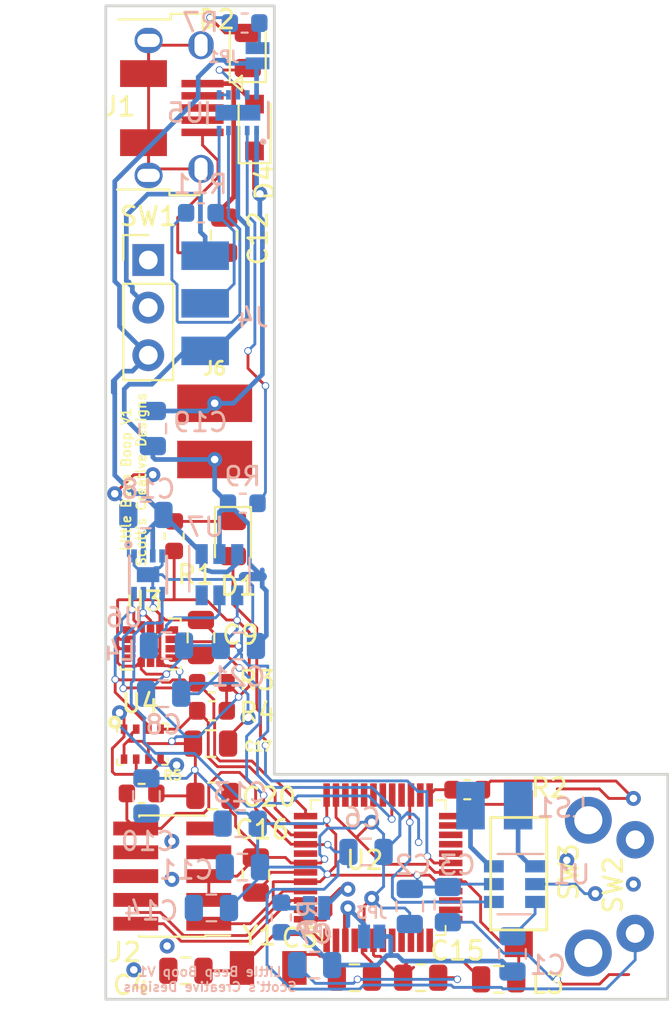
<source format=kicad_pcb>
(kicad_pcb (version 20171130) (host pcbnew "(5.0.1)-rc2")

  (general
    (thickness 1.6)
    (drawings 9)
    (tracks 751)
    (zones 0)
    (modules 55)
    (nets 78)
  )

  (page A4)
  (layers
    (0 F.Cu signal)
    (31 B.Cu signal hide)
    (32 B.Adhes user hide)
    (33 F.Adhes user)
    (34 B.Paste user)
    (35 F.Paste user)
    (36 B.SilkS user)
    (37 F.SilkS user)
    (38 B.Mask user)
    (39 F.Mask user)
    (40 Dwgs.User user)
    (41 Cmts.User user)
    (42 Eco1.User user)
    (43 Eco2.User user)
    (44 Edge.Cuts user)
    (45 Margin user)
    (46 B.CrtYd user)
    (47 F.CrtYd user)
    (48 B.Fab user)
    (49 F.Fab user)
  )

  (setup
    (last_trace_width 0.25)
    (trace_clearance 0.2)
    (zone_clearance 0.508)
    (zone_45_only no)
    (trace_min 0.15)
    (segment_width 0.2)
    (edge_width 0.15)
    (via_size 0.8)
    (via_drill 0.4)
    (via_min_size 0.4)
    (via_min_drill 0.3)
    (uvia_size 0.3)
    (uvia_drill 0.1)
    (uvias_allowed no)
    (uvia_min_size 0.2)
    (uvia_min_drill 0.1)
    (pcb_text_width 0.3)
    (pcb_text_size 1.5 1.5)
    (mod_edge_width 0.15)
    (mod_text_size 1 1)
    (mod_text_width 0.15)
    (pad_size 0.975 1.4)
    (pad_drill 0)
    (pad_to_mask_clearance 0.051)
    (solder_mask_min_width 0.25)
    (aux_axis_origin 0 0)
    (visible_elements 7FFEFFFF)
    (pcbplotparams
      (layerselection 0x010fc_ffffffff)
      (usegerberextensions false)
      (usegerberattributes false)
      (usegerberadvancedattributes false)
      (creategerberjobfile false)
      (excludeedgelayer true)
      (linewidth 0.100000)
      (plotframeref false)
      (viasonmask false)
      (mode 1)
      (useauxorigin false)
      (hpglpennumber 1)
      (hpglpenspeed 20)
      (hpglpendiameter 15.000000)
      (psnegative false)
      (psa4output false)
      (plotreference true)
      (plotvalue true)
      (plotinvisibletext false)
      (padsonsilk false)
      (subtractmaskfromsilk false)
      (outputformat 1)
      (mirror false)
      (drillshape 1)
      (scaleselection 1)
      (outputdirectory ""))
  )

  (net 0 "")
  (net 1 "Net-(C1-Pad2)")
  (net 2 Audio)
  (net 3 BattRtn)
  (net 4 Vdd)
  (net 5 "Net-(C4-Pad2)")
  (net 6 "Net-(C5-Pad2)")
  (net 7 USB_PWR)
  (net 8 /BatteryManagement/Solar+)
  (net 9 LED1_P2)
  (net 10 "Net-(D1-Pad1)")
  (net 11 "Net-(D2-Pad1)")
  (net 12 "Net-(D2-Pad2)")
  (net 13 "Net-(J1-Pad6)")
  (net 14 "Net-(J1-Pad4)")
  (net 15 "Net-(J1-Pad3)")
  (net 16 "Net-(J1-Pad2)")
  (net 17 Fun_Btn_1_P23)
  (net 18 /SWDIO)
  (net 19 /SWDCLK)
  (net 20 /SWO)
  (net 21 /RESET)
  (net 22 /BatteryManagement/NTC)
  (net 23 /BatteryManagement/Batt_int)
  (net 24 "Net-(JP1-Pad2)")
  (net 25 "Net-(LS1-Pad1)")
  (net 26 "Net-(LS1-Pad2)")
  (net 27 SDA)
  (net 28 SCL)
  (net 29 "Net-(R9-Pad1)")
  (net 30 "Net-(R11-Pad1)")
  (net 31 "Net-(SW1-Pad1)")
  (net 32 Shutdown)
  (net 33 "Net-(U2-Pad28)")
  (net 34 ALRT)
  (net 35 "Net-(U2-Pad23)")
  (net 36 "Net-(U2-Pad20)")
  (net 37 "Net-(U2-Pad16)")
  (net 38 "Net-(U2-Pad14)")
  (net 39 "Net-(U2-Pad12)")
  (net 40 "Net-(U2-Pad11)")
  (net 41 "Net-(U2-Pad4)")
  (net 42 "Net-(U3-Pad1)")
  (net 43 BATT_ALRT)
  (net 44 "Net-(U3-Pad4)")
  (net 45 "Net-(U3-Pad10)")
  (net 46 "Net-(U3-Pad11)")
  (net 47 "Net-(U2-Pad15)")
  (net 48 "Net-(U2-Pad8)")
  (net 49 "Net-(U2-Pad7)")
  (net 50 "Net-(C9-Pad1)")
  (net 51 IMU_INT)
  (net 52 BattPwr)
  (net 53 "Net-(L4-Pad1)")
  (net 54 /VDDANA)
  (net 55 /VDDCORE)
  (net 56 "Net-(J2-Pad7)")
  (net 57 "Net-(J2-Pad8)")
  (net 58 "Net-(J2-Pad9)")
  (net 59 "Net-(JP3-Pad2)")
  (net 60 "Net-(JP4-Pad2)")
  (net 61 "Net-(U2-Pad9)")
  (net 62 "Net-(U2-Pad10)")
  (net 63 "Net-(U2-Pad13)")
  (net 64 "Net-(U2-Pad21)")
  (net 65 "Net-(U2-Pad24)")
  (net 66 "Net-(U2-Pad26)")
  (net 67 "Net-(U2-Pad30)")
  (net 68 "Net-(U2-Pad31)")
  (net 69 "Net-(U2-Pad32)")
  (net 70 "Net-(U2-Pad33)")
  (net 71 "Net-(U2-Pad34)")
  (net 72 "Net-(U2-Pad41)")
  (net 73 "Net-(U2-Pad47)")
  (net 74 "Net-(U5-Pad6)")
  (net 75 "Net-(U5-Pad9)")
  (net 76 /BatteryManagement/Batt-)
  (net 77 "Net-(JP4-Pad1)")

  (net_class Default "This is the default net class."
    (clearance 0.2)
    (trace_width 0.25)
    (via_dia 0.8)
    (via_drill 0.4)
    (uvia_dia 0.3)
    (uvia_drill 0.1)
    (add_net /BatteryManagement/Batt-)
    (add_net /BatteryManagement/Batt_int)
    (add_net /BatteryManagement/Solar+)
    (add_net Audio)
    (add_net BattPwr)
    (add_net "Net-(JP3-Pad2)")
    (add_net "Net-(JP4-Pad1)")
    (add_net "Net-(JP4-Pad2)")
    (add_net "Net-(LS1-Pad1)")
    (add_net "Net-(LS1-Pad2)")
    (add_net USB_PWR)
  )

  (net_class small ""
    (clearance 0.1524)
    (trace_width 0.1524)
    (via_dia 0.4)
    (via_drill 0.3)
    (uvia_dia 0.3)
    (uvia_drill 0.1)
    (add_net /BatteryManagement/NTC)
    (add_net /RESET)
    (add_net /SWDCLK)
    (add_net /SWDIO)
    (add_net /SWO)
    (add_net /VDDANA)
    (add_net /VDDCORE)
    (add_net ALRT)
    (add_net BATT_ALRT)
    (add_net BattRtn)
    (add_net Fun_Btn_1_P23)
    (add_net IMU_INT)
    (add_net LED1_P2)
    (add_net "Net-(C1-Pad2)")
    (add_net "Net-(C4-Pad2)")
    (add_net "Net-(C5-Pad2)")
    (add_net "Net-(C9-Pad1)")
    (add_net "Net-(D1-Pad1)")
    (add_net "Net-(D2-Pad1)")
    (add_net "Net-(D2-Pad2)")
    (add_net "Net-(J1-Pad2)")
    (add_net "Net-(J1-Pad3)")
    (add_net "Net-(J1-Pad4)")
    (add_net "Net-(J1-Pad6)")
    (add_net "Net-(J2-Pad7)")
    (add_net "Net-(J2-Pad8)")
    (add_net "Net-(J2-Pad9)")
    (add_net "Net-(JP1-Pad2)")
    (add_net "Net-(L4-Pad1)")
    (add_net "Net-(R11-Pad1)")
    (add_net "Net-(R9-Pad1)")
    (add_net "Net-(SW1-Pad1)")
    (add_net "Net-(U2-Pad10)")
    (add_net "Net-(U2-Pad11)")
    (add_net "Net-(U2-Pad12)")
    (add_net "Net-(U2-Pad13)")
    (add_net "Net-(U2-Pad14)")
    (add_net "Net-(U2-Pad15)")
    (add_net "Net-(U2-Pad16)")
    (add_net "Net-(U2-Pad20)")
    (add_net "Net-(U2-Pad21)")
    (add_net "Net-(U2-Pad23)")
    (add_net "Net-(U2-Pad24)")
    (add_net "Net-(U2-Pad26)")
    (add_net "Net-(U2-Pad28)")
    (add_net "Net-(U2-Pad30)")
    (add_net "Net-(U2-Pad31)")
    (add_net "Net-(U2-Pad32)")
    (add_net "Net-(U2-Pad33)")
    (add_net "Net-(U2-Pad34)")
    (add_net "Net-(U2-Pad4)")
    (add_net "Net-(U2-Pad41)")
    (add_net "Net-(U2-Pad47)")
    (add_net "Net-(U2-Pad7)")
    (add_net "Net-(U2-Pad8)")
    (add_net "Net-(U2-Pad9)")
    (add_net "Net-(U3-Pad1)")
    (add_net "Net-(U3-Pad10)")
    (add_net "Net-(U3-Pad11)")
    (add_net "Net-(U3-Pad4)")
    (add_net "Net-(U5-Pad6)")
    (add_net "Net-(U5-Pad9)")
    (add_net SCL)
    (add_net SDA)
    (add_net Shutdown)
    (add_net Vdd)
  )

  (module Capacitor_SMD:C_0805_2012Metric (layer F.Cu) (tedit 5B36C52B) (tstamp 5CD4BBC3)
    (at 162.72 129.15)
    (descr "Capacitor SMD 0805 (2012 Metric), square (rectangular) end terminal, IPC_7351 nominal, (Body size source: https://docs.google.com/spreadsheets/d/1BsfQQcO9C6DZCsRaXUlFlo91Tg2WpOkGARC1WS5S8t0/edit?usp=sharing), generated with kicad-footprint-generator")
    (tags capacitor)
    (path /5C8D20F5)
    (attr smd)
    (fp_text reference C20 (at 2.99 0.06) (layer F.SilkS)
      (effects (font (size 1 1) (thickness 0.15)))
    )
    (fp_text value 100nF (at 0 1.65) (layer F.Fab)
      (effects (font (size 1 1) (thickness 0.15)))
    )
    (fp_line (start -1 0.6) (end -1 -0.6) (layer F.Fab) (width 0.1))
    (fp_line (start -1 -0.6) (end 1 -0.6) (layer F.Fab) (width 0.1))
    (fp_line (start 1 -0.6) (end 1 0.6) (layer F.Fab) (width 0.1))
    (fp_line (start 1 0.6) (end -1 0.6) (layer F.Fab) (width 0.1))
    (fp_line (start -0.258578 -0.71) (end 0.258578 -0.71) (layer F.SilkS) (width 0.12))
    (fp_line (start -0.258578 0.71) (end 0.258578 0.71) (layer F.SilkS) (width 0.12))
    (fp_line (start -1.68 0.95) (end -1.68 -0.95) (layer F.CrtYd) (width 0.05))
    (fp_line (start -1.68 -0.95) (end 1.68 -0.95) (layer F.CrtYd) (width 0.05))
    (fp_line (start 1.68 -0.95) (end 1.68 0.95) (layer F.CrtYd) (width 0.05))
    (fp_line (start 1.68 0.95) (end -1.68 0.95) (layer F.CrtYd) (width 0.05))
    (fp_text user %R (at 0 0) (layer F.Fab)
      (effects (font (size 0.5 0.5) (thickness 0.08)))
    )
    (pad 1 smd roundrect (at -0.9375 0) (size 0.975 1.4) (layers F.Cu F.Paste F.Mask) (roundrect_rratio 0.25)
      (net 4 Vdd))
    (pad 2 smd roundrect (at 0.9375 0) (size 0.975 1.4) (layers F.Cu F.Paste F.Mask) (roundrect_rratio 0.25)
      (net 3 BattRtn))
    (model ${KISYS3DMOD}/Capacitor_SMD.3dshapes/C_0805_2012Metric.wrl
      (at (xyz 0 0 0))
      (scale (xyz 1 1 1))
      (rotate (xyz 0 0 0))
    )
  )

  (module Capacitor_SMD:C_0805_2012Metric (layer B.Cu) (tedit 5B36C52B) (tstamp 5C95DE29)
    (at 162.6385 135.128 180)
    (descr "Capacitor SMD 0805 (2012 Metric), square (rectangular) end terminal, IPC_7351 nominal, (Body size source: https://docs.google.com/spreadsheets/d/1BsfQQcO9C6DZCsRaXUlFlo91Tg2WpOkGARC1WS5S8t0/edit?usp=sharing), generated with kicad-footprint-generator")
    (tags capacitor)
    (path /5C7435C1)
    (attr smd)
    (fp_text reference C14 (at 3.2215 -0.152 180) (layer B.SilkS)
      (effects (font (size 1 1) (thickness 0.15)) (justify mirror))
    )
    (fp_text value 82n (at 0 -1.65 180) (layer B.Fab)
      (effects (font (size 1 1) (thickness 0.15)) (justify mirror))
    )
    (fp_line (start -1 -0.6) (end -1 0.6) (layer B.Fab) (width 0.1))
    (fp_line (start -1 0.6) (end 1 0.6) (layer B.Fab) (width 0.1))
    (fp_line (start 1 0.6) (end 1 -0.6) (layer B.Fab) (width 0.1))
    (fp_line (start 1 -0.6) (end -1 -0.6) (layer B.Fab) (width 0.1))
    (fp_line (start -0.258578 0.71) (end 0.258578 0.71) (layer B.SilkS) (width 0.12))
    (fp_line (start -0.258578 -0.71) (end 0.258578 -0.71) (layer B.SilkS) (width 0.12))
    (fp_line (start -1.68 -0.95) (end -1.68 0.95) (layer B.CrtYd) (width 0.05))
    (fp_line (start -1.68 0.95) (end 1.68 0.95) (layer B.CrtYd) (width 0.05))
    (fp_line (start 1.68 0.95) (end 1.68 -0.95) (layer B.CrtYd) (width 0.05))
    (fp_line (start 1.68 -0.95) (end -1.68 -0.95) (layer B.CrtYd) (width 0.05))
    (fp_text user %R (at 0 0 180) (layer B.Fab)
      (effects (font (size 0.5 0.5) (thickness 0.08)) (justify mirror))
    )
    (pad 1 smd roundrect (at -0.9375 0 180) (size 0.975 1.4) (layers B.Cu B.Paste B.Mask) (roundrect_rratio 0.25)
      (net 4 Vdd))
    (pad 2 smd roundrect (at 0.9375 0 180) (size 0.975 1.4) (layers B.Cu B.Paste B.Mask) (roundrect_rratio 0.25)
      (net 3 BattRtn))
    (model ${KISYS3DMOD}/Capacitor_SMD.3dshapes/C_0805_2012Metric.wrl
      (at (xyz 0 0 0))
      (scale (xyz 1 1 1))
      (rotate (xyz 0 0 0))
    )
  )

  (module Connector_PinHeader_2.54mm:PinHeader_1x03_P2.54mm_Vertical (layer F.Cu) (tedit 59FED5CC) (tstamp 5C95E0B3)
    (at 159.27 100.56)
    (descr "Through hole straight pin header, 1x03, 2.54mm pitch, single row")
    (tags "Through hole pin header THT 1x03 2.54mm single row")
    (path /5B0E6D4D/5C2339B4)
    (fp_text reference SW1 (at 0 -2.33) (layer F.SilkS)
      (effects (font (size 1 1) (thickness 0.15)))
    )
    (fp_text value SW_SPDT (at 0 7.41) (layer F.Fab)
      (effects (font (size 1 1) (thickness 0.15)))
    )
    (fp_line (start -0.635 -1.27) (end 1.27 -1.27) (layer F.Fab) (width 0.1))
    (fp_line (start 1.27 -1.27) (end 1.27 6.35) (layer F.Fab) (width 0.1))
    (fp_line (start 1.27 6.35) (end -1.27 6.35) (layer F.Fab) (width 0.1))
    (fp_line (start -1.27 6.35) (end -1.27 -0.635) (layer F.Fab) (width 0.1))
    (fp_line (start -1.27 -0.635) (end -0.635 -1.27) (layer F.Fab) (width 0.1))
    (fp_line (start -1.33 6.41) (end 1.33 6.41) (layer F.SilkS) (width 0.12))
    (fp_line (start -1.33 1.27) (end -1.33 6.41) (layer F.SilkS) (width 0.12))
    (fp_line (start 1.33 1.27) (end 1.33 6.41) (layer F.SilkS) (width 0.12))
    (fp_line (start -1.33 1.27) (end 1.33 1.27) (layer F.SilkS) (width 0.12))
    (fp_line (start -1.33 0) (end -1.33 -1.33) (layer F.SilkS) (width 0.12))
    (fp_line (start -1.33 -1.33) (end 0 -1.33) (layer F.SilkS) (width 0.12))
    (fp_line (start -1.8 -1.8) (end -1.8 6.85) (layer F.CrtYd) (width 0.05))
    (fp_line (start -1.8 6.85) (end 1.8 6.85) (layer F.CrtYd) (width 0.05))
    (fp_line (start 1.8 6.85) (end 1.8 -1.8) (layer F.CrtYd) (width 0.05))
    (fp_line (start 1.8 -1.8) (end -1.8 -1.8) (layer F.CrtYd) (width 0.05))
    (fp_text user %R (at -1.995001 3.074999 90) (layer F.Fab)
      (effects (font (size 1 1) (thickness 0.15)))
    )
    (pad 1 thru_hole rect (at 0 0) (size 1.7 1.7) (drill 1) (layers *.Cu *.Mask)
      (net 31 "Net-(SW1-Pad1)"))
    (pad 2 thru_hole oval (at 0 2.54) (size 1.7 1.7) (drill 1) (layers *.Cu *.Mask)
      (net 23 /BatteryManagement/Batt_int))
    (pad 3 thru_hole oval (at 0 5.08) (size 1.7 1.7) (drill 1) (layers *.Cu *.Mask)
      (net 52 BattPwr))
    (model ":Custom:09.10290.01 v2.step"
      (offset (xyz -6 2.5 0))
      (scale (xyz 1 1 1))
      (rotate (xyz -90 0 0))
    )
  )

  (module Capacitor_SMD:C_0805_2012Metric (layer F.Cu) (tedit 5B36C52B) (tstamp 5C95FDE6)
    (at 170.2725 138.85 180)
    (descr "Capacitor SMD 0805 (2012 Metric), square (rectangular) end terminal, IPC_7351 nominal, (Body size source: https://docs.google.com/spreadsheets/d/1BsfQQcO9C6DZCsRaXUlFlo91Tg2WpOkGARC1WS5S8t0/edit?usp=sharing), generated with kicad-footprint-generator")
    (tags capacitor)
    (path /5C7FB1DF)
    (attr smd)
    (fp_text reference C5 (at 2.9125 2.12) (layer F.SilkS)
      (effects (font (size 1 1) (thickness 0.15)))
    )
    (fp_text value C (at 0 1.65 180) (layer F.Fab)
      (effects (font (size 1 1) (thickness 0.15)))
    )
    (fp_line (start -1 0.6) (end -1 -0.6) (layer F.Fab) (width 0.1))
    (fp_line (start -1 -0.6) (end 1 -0.6) (layer F.Fab) (width 0.1))
    (fp_line (start 1 -0.6) (end 1 0.6) (layer F.Fab) (width 0.1))
    (fp_line (start 1 0.6) (end -1 0.6) (layer F.Fab) (width 0.1))
    (fp_line (start -0.258578 -0.71) (end 0.258578 -0.71) (layer F.SilkS) (width 0.12))
    (fp_line (start -0.258578 0.71) (end 0.258578 0.71) (layer F.SilkS) (width 0.12))
    (fp_line (start -1.68 0.95) (end -1.68 -0.95) (layer F.CrtYd) (width 0.05))
    (fp_line (start -1.68 -0.95) (end 1.68 -0.95) (layer F.CrtYd) (width 0.05))
    (fp_line (start 1.68 -0.95) (end 1.68 0.95) (layer F.CrtYd) (width 0.05))
    (fp_line (start 1.68 0.95) (end -1.68 0.95) (layer F.CrtYd) (width 0.05))
    (fp_text user %R (at 0 0 180) (layer F.Fab)
      (effects (font (size 0.5 0.5) (thickness 0.08)))
    )
    (pad 1 smd roundrect (at -0.9375 0 180) (size 0.975 1.4) (layers F.Cu F.Paste F.Mask) (roundrect_rratio 0.25)
      (net 3 BattRtn))
    (pad 2 smd roundrect (at 0.9375 0 180) (size 0.975 1.4) (layers F.Cu F.Paste F.Mask) (roundrect_rratio 0.25)
      (net 6 "Net-(C5-Pad2)"))
    (model ${KISYS3DMOD}/Capacitor_SMD.3dshapes/C_0805_2012Metric.wrl
      (at (xyz 0 0 0))
      (scale (xyz 1 1 1))
      (rotate (xyz 0 0 0))
    )
  )

  (module Capacitor_SMD:C_0805_2012Metric (layer B.Cu) (tedit 5B36C52B) (tstamp 5C95DD50)
    (at 178.71 137.5825 90)
    (descr "Capacitor SMD 0805 (2012 Metric), square (rectangular) end terminal, IPC_7351 nominal, (Body size source: https://docs.google.com/spreadsheets/d/1BsfQQcO9C6DZCsRaXUlFlo91Tg2WpOkGARC1WS5S8t0/edit?usp=sharing), generated with kicad-footprint-generator")
    (tags capacitor)
    (path /5C875C2E)
    (attr smd)
    (fp_text reference C1 (at -0.5935 1.884 180) (layer B.SilkS)
      (effects (font (size 1 1) (thickness 0.15)) (justify mirror))
    )
    (fp_text value C (at 0 -1.65 90) (layer B.Fab)
      (effects (font (size 1 1) (thickness 0.15)) (justify mirror))
    )
    (fp_text user %R (at 0 0 90) (layer B.Fab)
      (effects (font (size 0.5 0.5) (thickness 0.08)) (justify mirror))
    )
    (fp_line (start 1.68 -0.95) (end -1.68 -0.95) (layer B.CrtYd) (width 0.05))
    (fp_line (start 1.68 0.95) (end 1.68 -0.95) (layer B.CrtYd) (width 0.05))
    (fp_line (start -1.68 0.95) (end 1.68 0.95) (layer B.CrtYd) (width 0.05))
    (fp_line (start -1.68 -0.95) (end -1.68 0.95) (layer B.CrtYd) (width 0.05))
    (fp_line (start -0.258578 -0.71) (end 0.258578 -0.71) (layer B.SilkS) (width 0.12))
    (fp_line (start -0.258578 0.71) (end 0.258578 0.71) (layer B.SilkS) (width 0.12))
    (fp_line (start 1 -0.6) (end -1 -0.6) (layer B.Fab) (width 0.1))
    (fp_line (start 1 0.6) (end 1 -0.6) (layer B.Fab) (width 0.1))
    (fp_line (start -1 0.6) (end 1 0.6) (layer B.Fab) (width 0.1))
    (fp_line (start -1 -0.6) (end -1 0.6) (layer B.Fab) (width 0.1))
    (pad 2 smd roundrect (at 0.9375 0 90) (size 0.975 1.4) (layers B.Cu B.Paste B.Mask) (roundrect_rratio 0.25)
      (net 1 "Net-(C1-Pad2)"))
    (pad 1 smd roundrect (at -0.9375 0 90) (size 0.975 1.4) (layers B.Cu B.Paste B.Mask) (roundrect_rratio 0.25)
      (net 2 Audio))
    (model ${KISYS3DMOD}/Capacitor_SMD.3dshapes/C_0805_2012Metric.wrl
      (at (xyz 0 0 0))
      (scale (xyz 1 1 1))
      (rotate (xyz 0 0 0))
    )
  )

  (module Capacitor_SMD:C_0805_2012Metric (layer B.Cu) (tedit 5B36C52B) (tstamp 5C95DD61)
    (at 173.228 135.0495 270)
    (descr "Capacitor SMD 0805 (2012 Metric), square (rectangular) end terminal, IPC_7351 nominal, (Body size source: https://docs.google.com/spreadsheets/d/1BsfQQcO9C6DZCsRaXUlFlo91Tg2WpOkGARC1WS5S8t0/edit?usp=sharing), generated with kicad-footprint-generator")
    (tags capacitor)
    (path /5C875C0C)
    (attr smd)
    (fp_text reference C2 (at -2.2075 -0.175) (layer B.SilkS)
      (effects (font (size 1 1) (thickness 0.15)) (justify mirror))
    )
    (fp_text value C (at 0 -1.65 270) (layer B.Fab)
      (effects (font (size 1 1) (thickness 0.15)) (justify mirror))
    )
    (fp_text user %R (at 0 0 270) (layer B.Fab)
      (effects (font (size 0.5 0.5) (thickness 0.08)) (justify mirror))
    )
    (fp_line (start 1.68 -0.95) (end -1.68 -0.95) (layer B.CrtYd) (width 0.05))
    (fp_line (start 1.68 0.95) (end 1.68 -0.95) (layer B.CrtYd) (width 0.05))
    (fp_line (start -1.68 0.95) (end 1.68 0.95) (layer B.CrtYd) (width 0.05))
    (fp_line (start -1.68 -0.95) (end -1.68 0.95) (layer B.CrtYd) (width 0.05))
    (fp_line (start -0.258578 -0.71) (end 0.258578 -0.71) (layer B.SilkS) (width 0.12))
    (fp_line (start -0.258578 0.71) (end 0.258578 0.71) (layer B.SilkS) (width 0.12))
    (fp_line (start 1 -0.6) (end -1 -0.6) (layer B.Fab) (width 0.1))
    (fp_line (start 1 0.6) (end 1 -0.6) (layer B.Fab) (width 0.1))
    (fp_line (start -1 0.6) (end 1 0.6) (layer B.Fab) (width 0.1))
    (fp_line (start -1 -0.6) (end -1 0.6) (layer B.Fab) (width 0.1))
    (pad 2 smd roundrect (at 0.9375 0 270) (size 0.975 1.4) (layers B.Cu B.Paste B.Mask) (roundrect_rratio 0.25)
      (net 3 BattRtn))
    (pad 1 smd roundrect (at -0.9375 0 270) (size 0.975 1.4) (layers B.Cu B.Paste B.Mask) (roundrect_rratio 0.25)
      (net 4 Vdd))
    (model ${KISYS3DMOD}/Capacitor_SMD.3dshapes/C_0805_2012Metric.wrl
      (at (xyz 0 0 0))
      (scale (xyz 1 1 1))
      (rotate (xyz 0 0 0))
    )
  )

  (module Capacitor_SMD:C_0805_2012Metric (layer B.Cu) (tedit 5B36C52B) (tstamp 5C95DD72)
    (at 175.26 134.9525 270)
    (descr "Capacitor SMD 0805 (2012 Metric), square (rectangular) end terminal, IPC_7351 nominal, (Body size source: https://docs.google.com/spreadsheets/d/1BsfQQcO9C6DZCsRaXUlFlo91Tg2WpOkGARC1WS5S8t0/edit?usp=sharing), generated with kicad-footprint-generator")
    (tags capacitor)
    (path /5C875C13)
    (attr smd)
    (fp_text reference C3 (at -2.1105 -0.508) (layer B.SilkS)
      (effects (font (size 1 1) (thickness 0.15)) (justify mirror))
    )
    (fp_text value C (at 0 -1.65 270) (layer B.Fab)
      (effects (font (size 1 1) (thickness 0.15)) (justify mirror))
    )
    (fp_line (start -1 -0.6) (end -1 0.6) (layer B.Fab) (width 0.1))
    (fp_line (start -1 0.6) (end 1 0.6) (layer B.Fab) (width 0.1))
    (fp_line (start 1 0.6) (end 1 -0.6) (layer B.Fab) (width 0.1))
    (fp_line (start 1 -0.6) (end -1 -0.6) (layer B.Fab) (width 0.1))
    (fp_line (start -0.258578 0.71) (end 0.258578 0.71) (layer B.SilkS) (width 0.12))
    (fp_line (start -0.258578 -0.71) (end 0.258578 -0.71) (layer B.SilkS) (width 0.12))
    (fp_line (start -1.68 -0.95) (end -1.68 0.95) (layer B.CrtYd) (width 0.05))
    (fp_line (start -1.68 0.95) (end 1.68 0.95) (layer B.CrtYd) (width 0.05))
    (fp_line (start 1.68 0.95) (end 1.68 -0.95) (layer B.CrtYd) (width 0.05))
    (fp_line (start 1.68 -0.95) (end -1.68 -0.95) (layer B.CrtYd) (width 0.05))
    (fp_text user %R (at 0 0 270) (layer B.Fab)
      (effects (font (size 0.5 0.5) (thickness 0.08)) (justify mirror))
    )
    (pad 1 smd roundrect (at -0.9375 0 270) (size 0.975 1.4) (layers B.Cu B.Paste B.Mask) (roundrect_rratio 0.25)
      (net 4 Vdd))
    (pad 2 smd roundrect (at 0.9375 0 270) (size 0.975 1.4) (layers B.Cu B.Paste B.Mask) (roundrect_rratio 0.25)
      (net 3 BattRtn))
    (model ${KISYS3DMOD}/Capacitor_SMD.3dshapes/C_0805_2012Metric.wrl
      (at (xyz 0 0 0))
      (scale (xyz 1 1 1))
      (rotate (xyz 0 0 0))
    )
  )

  (module Capacitor_SMD:C_0805_2012Metric (layer F.Cu) (tedit 5B36C52B) (tstamp 5C95DD83)
    (at 161.2775 138.48)
    (descr "Capacitor SMD 0805 (2012 Metric), square (rectangular) end terminal, IPC_7351 nominal, (Body size source: https://docs.google.com/spreadsheets/d/1BsfQQcO9C6DZCsRaXUlFlo91Tg2WpOkGARC1WS5S8t0/edit?usp=sharing), generated with kicad-footprint-generator")
    (tags capacitor)
    (path /5C7FB0F2)
    (attr smd)
    (fp_text reference C4 (at -2.9275 0.77) (layer F.SilkS)
      (effects (font (size 1 1) (thickness 0.15)))
    )
    (fp_text value C (at 0 1.65) (layer F.Fab)
      (effects (font (size 1 1) (thickness 0.15)))
    )
    (fp_text user %R (at 0 0) (layer F.Fab)
      (effects (font (size 0.5 0.5) (thickness 0.08)))
    )
    (fp_line (start 1.68 0.95) (end -1.68 0.95) (layer F.CrtYd) (width 0.05))
    (fp_line (start 1.68 -0.95) (end 1.68 0.95) (layer F.CrtYd) (width 0.05))
    (fp_line (start -1.68 -0.95) (end 1.68 -0.95) (layer F.CrtYd) (width 0.05))
    (fp_line (start -1.68 0.95) (end -1.68 -0.95) (layer F.CrtYd) (width 0.05))
    (fp_line (start -0.258578 0.71) (end 0.258578 0.71) (layer F.SilkS) (width 0.12))
    (fp_line (start -0.258578 -0.71) (end 0.258578 -0.71) (layer F.SilkS) (width 0.12))
    (fp_line (start 1 0.6) (end -1 0.6) (layer F.Fab) (width 0.1))
    (fp_line (start 1 -0.6) (end 1 0.6) (layer F.Fab) (width 0.1))
    (fp_line (start -1 -0.6) (end 1 -0.6) (layer F.Fab) (width 0.1))
    (fp_line (start -1 0.6) (end -1 -0.6) (layer F.Fab) (width 0.1))
    (pad 2 smd roundrect (at 0.9375 0) (size 0.975 1.4) (layers F.Cu F.Paste F.Mask) (roundrect_rratio 0.25)
      (net 5 "Net-(C4-Pad2)"))
    (pad 1 smd roundrect (at -0.9375 0) (size 0.975 1.4) (layers F.Cu F.Paste F.Mask) (roundrect_rratio 0.25)
      (net 3 BattRtn))
    (model ${KISYS3DMOD}/Capacitor_SMD.3dshapes/C_0805_2012Metric.wrl
      (at (xyz 0 0 0))
      (scale (xyz 1 1 1))
      (rotate (xyz 0 0 0))
    )
  )

  (module Capacitor_SMD:C_0805_2012Metric (layer B.Cu) (tedit 5B36C52B) (tstamp 5CC3FD08)
    (at 159.17 129.1525 270)
    (descr "Capacitor SMD 0805 (2012 Metric), square (rectangular) end terminal, IPC_7351 nominal, (Body size source: https://docs.google.com/spreadsheets/d/1BsfQQcO9C6DZCsRaXUlFlo91Tg2WpOkGARC1WS5S8t0/edit?usp=sharing), generated with kicad-footprint-generator")
    (tags capacitor)
    (path /5BC07DB4)
    (attr smd)
    (fp_text reference C10 (at 2.4195 -0.088) (layer B.SilkS)
      (effects (font (size 1 1) (thickness 0.15)) (justify mirror))
    )
    (fp_text value 82n (at 0 -1.65 270) (layer B.Fab)
      (effects (font (size 1 1) (thickness 0.15)) (justify mirror))
    )
    (fp_text user %R (at 0 0 270) (layer B.Fab)
      (effects (font (size 0.5 0.5) (thickness 0.08)) (justify mirror))
    )
    (fp_line (start 1.68 -0.95) (end -1.68 -0.95) (layer B.CrtYd) (width 0.05))
    (fp_line (start 1.68 0.95) (end 1.68 -0.95) (layer B.CrtYd) (width 0.05))
    (fp_line (start -1.68 0.95) (end 1.68 0.95) (layer B.CrtYd) (width 0.05))
    (fp_line (start -1.68 -0.95) (end -1.68 0.95) (layer B.CrtYd) (width 0.05))
    (fp_line (start -0.258578 -0.71) (end 0.258578 -0.71) (layer B.SilkS) (width 0.12))
    (fp_line (start -0.258578 0.71) (end 0.258578 0.71) (layer B.SilkS) (width 0.12))
    (fp_line (start 1 -0.6) (end -1 -0.6) (layer B.Fab) (width 0.1))
    (fp_line (start 1 0.6) (end 1 -0.6) (layer B.Fab) (width 0.1))
    (fp_line (start -1 0.6) (end 1 0.6) (layer B.Fab) (width 0.1))
    (fp_line (start -1 -0.6) (end -1 0.6) (layer B.Fab) (width 0.1))
    (pad 2 smd roundrect (at 0.9375 0 270) (size 0.975 1.4) (layers B.Cu B.Paste B.Mask) (roundrect_rratio 0.25)
      (net 3 BattRtn))
    (pad 1 smd roundrect (at -0.9375 0 270) (size 0.975 1.4) (layers B.Cu B.Paste B.Mask) (roundrect_rratio 0.25)
      (net 4 Vdd))
    (model ${KISYS3DMOD}/Capacitor_SMD.3dshapes/C_0805_2012Metric.wrl
      (at (xyz 0 0 0))
      (scale (xyz 1 1 1))
      (rotate (xyz 0 0 0))
    )
  )

  (module Capacitor_SMD:C_0805_2012Metric (layer B.Cu) (tedit 5B36C52B) (tstamp 5C95DDF6)
    (at 164.2925 132.95 180)
    (descr "Capacitor SMD 0805 (2012 Metric), square (rectangular) end terminal, IPC_7351 nominal, (Body size source: https://docs.google.com/spreadsheets/d/1BsfQQcO9C6DZCsRaXUlFlo91Tg2WpOkGARC1WS5S8t0/edit?usp=sharing), generated with kicad-footprint-generator")
    (tags capacitor)
    (path /5BC07FD2)
    (attr smd)
    (fp_text reference C11 (at 3.0025 -0.146 180) (layer B.SilkS)
      (effects (font (size 1 1) (thickness 0.15)) (justify mirror))
    )
    (fp_text value 2.2u (at 0 -1.65 180) (layer B.Fab)
      (effects (font (size 1 1) (thickness 0.15)) (justify mirror))
    )
    (fp_line (start -1 -0.6) (end -1 0.6) (layer B.Fab) (width 0.1))
    (fp_line (start -1 0.6) (end 1 0.6) (layer B.Fab) (width 0.1))
    (fp_line (start 1 0.6) (end 1 -0.6) (layer B.Fab) (width 0.1))
    (fp_line (start 1 -0.6) (end -1 -0.6) (layer B.Fab) (width 0.1))
    (fp_line (start -0.258578 0.71) (end 0.258578 0.71) (layer B.SilkS) (width 0.12))
    (fp_line (start -0.258578 -0.71) (end 0.258578 -0.71) (layer B.SilkS) (width 0.12))
    (fp_line (start -1.68 -0.95) (end -1.68 0.95) (layer B.CrtYd) (width 0.05))
    (fp_line (start -1.68 0.95) (end 1.68 0.95) (layer B.CrtYd) (width 0.05))
    (fp_line (start 1.68 0.95) (end 1.68 -0.95) (layer B.CrtYd) (width 0.05))
    (fp_line (start 1.68 -0.95) (end -1.68 -0.95) (layer B.CrtYd) (width 0.05))
    (fp_text user %R (at 0 0 180) (layer B.Fab)
      (effects (font (size 0.5 0.5) (thickness 0.08)) (justify mirror))
    )
    (pad 1 smd roundrect (at -0.9375 0 180) (size 0.975 1.4) (layers B.Cu B.Paste B.Mask) (roundrect_rratio 0.25)
      (net 4 Vdd))
    (pad 2 smd roundrect (at 0.9375 0 180) (size 0.975 1.4) (layers B.Cu B.Paste B.Mask) (roundrect_rratio 0.25)
      (net 3 BattRtn))
    (model ${KISYS3DMOD}/Capacitor_SMD.3dshapes/C_0805_2012Metric.wrl
      (at (xyz 0 0 0))
      (scale (xyz 1 1 1))
      (rotate (xyz 0 0 0))
    )
  )

  (module Capacitor_SMD:C_0805_2012Metric (layer F.Cu) (tedit 5B36C52B) (tstamp 5C95DE07)
    (at 163.322 99.2355 90)
    (descr "Capacitor SMD 0805 (2012 Metric), square (rectangular) end terminal, IPC_7351 nominal, (Body size source: https://docs.google.com/spreadsheets/d/1BsfQQcO9C6DZCsRaXUlFlo91Tg2WpOkGARC1WS5S8t0/edit?usp=sharing), generated with kicad-footprint-generator")
    (tags capacitor)
    (path /5C867F2D)
    (attr smd)
    (fp_text reference C12 (at -0.1645 1.803 90) (layer F.SilkS)
      (effects (font (size 1 1) (thickness 0.15)))
    )
    (fp_text value 100nF (at 0 1.65 90) (layer F.Fab)
      (effects (font (size 1 1) (thickness 0.15)))
    )
    (fp_line (start -1 0.6) (end -1 -0.6) (layer F.Fab) (width 0.1))
    (fp_line (start -1 -0.6) (end 1 -0.6) (layer F.Fab) (width 0.1))
    (fp_line (start 1 -0.6) (end 1 0.6) (layer F.Fab) (width 0.1))
    (fp_line (start 1 0.6) (end -1 0.6) (layer F.Fab) (width 0.1))
    (fp_line (start -0.258578 -0.71) (end 0.258578 -0.71) (layer F.SilkS) (width 0.12))
    (fp_line (start -0.258578 0.71) (end 0.258578 0.71) (layer F.SilkS) (width 0.12))
    (fp_line (start -1.68 0.95) (end -1.68 -0.95) (layer F.CrtYd) (width 0.05))
    (fp_line (start -1.68 -0.95) (end 1.68 -0.95) (layer F.CrtYd) (width 0.05))
    (fp_line (start 1.68 -0.95) (end 1.68 0.95) (layer F.CrtYd) (width 0.05))
    (fp_line (start 1.68 0.95) (end -1.68 0.95) (layer F.CrtYd) (width 0.05))
    (fp_text user %R (at 0 0 90) (layer F.Fab)
      (effects (font (size 0.5 0.5) (thickness 0.08)))
    )
    (pad 1 smd roundrect (at -0.9375 0 90) (size 0.975 1.4) (layers F.Cu F.Paste F.Mask) (roundrect_rratio 0.25)
      (net 3 BattRtn))
    (pad 2 smd roundrect (at 0.9375 0 90) (size 0.975 1.4) (layers F.Cu F.Paste F.Mask) (roundrect_rratio 0.25)
      (net 7 USB_PWR))
    (model ${KISYS3DMOD}/Capacitor_SMD.3dshapes/C_0805_2012Metric.wrl
      (at (xyz 0 0 0))
      (scale (xyz 1 1 1))
      (rotate (xyz 0 0 0))
    )
  )

  (module Capacitor_SMD:C_0805_2012Metric (layer B.Cu) (tedit 5B36C52B) (tstamp 5C95DE18)
    (at 164.1725 130.63 180)
    (descr "Capacitor SMD 0805 (2012 Metric), square (rectangular) end terminal, IPC_7351 nominal, (Body size source: https://docs.google.com/spreadsheets/d/1BsfQQcO9C6DZCsRaXUlFlo91Tg2WpOkGARC1WS5S8t0/edit?usp=sharing), generated with kicad-footprint-generator")
    (tags capacitor)
    (path /5C7432E1)
    (attr smd)
    (fp_text reference C13 (at 0 1.65 180) (layer B.SilkS)
      (effects (font (size 1 1) (thickness 0.15)) (justify mirror))
    )
    (fp_text value 82n (at 0 -1.65 180) (layer B.Fab)
      (effects (font (size 1 1) (thickness 0.15)) (justify mirror))
    )
    (fp_text user %R (at 0 0 180) (layer B.Fab)
      (effects (font (size 0.5 0.5) (thickness 0.08)) (justify mirror))
    )
    (fp_line (start 1.68 -0.95) (end -1.68 -0.95) (layer B.CrtYd) (width 0.05))
    (fp_line (start 1.68 0.95) (end 1.68 -0.95) (layer B.CrtYd) (width 0.05))
    (fp_line (start -1.68 0.95) (end 1.68 0.95) (layer B.CrtYd) (width 0.05))
    (fp_line (start -1.68 -0.95) (end -1.68 0.95) (layer B.CrtYd) (width 0.05))
    (fp_line (start -0.258578 -0.71) (end 0.258578 -0.71) (layer B.SilkS) (width 0.12))
    (fp_line (start -0.258578 0.71) (end 0.258578 0.71) (layer B.SilkS) (width 0.12))
    (fp_line (start 1 -0.6) (end -1 -0.6) (layer B.Fab) (width 0.1))
    (fp_line (start 1 0.6) (end 1 -0.6) (layer B.Fab) (width 0.1))
    (fp_line (start -1 0.6) (end 1 0.6) (layer B.Fab) (width 0.1))
    (fp_line (start -1 -0.6) (end -1 0.6) (layer B.Fab) (width 0.1))
    (pad 2 smd roundrect (at 0.9375 0 180) (size 0.975 1.4) (layers B.Cu B.Paste B.Mask) (roundrect_rratio 0.25)
      (net 3 BattRtn))
    (pad 1 smd roundrect (at -0.9375 0 180) (size 0.975 1.4) (layers B.Cu B.Paste B.Mask) (roundrect_rratio 0.25)
      (net 4 Vdd))
    (model ${KISYS3DMOD}/Capacitor_SMD.3dshapes/C_0805_2012Metric.wrl
      (at (xyz 0 0 0))
      (scale (xyz 1 1 1))
      (rotate (xyz 0 0 0))
    )
  )

  (module Capacitor_SMD:C_0805_2012Metric (layer F.Cu) (tedit 5B36C52B) (tstamp 5C95DE3A)
    (at 173.81 138.85)
    (descr "Capacitor SMD 0805 (2012 Metric), square (rectangular) end terminal, IPC_7351 nominal, (Body size source: https://docs.google.com/spreadsheets/d/1BsfQQcO9C6DZCsRaXUlFlo91Tg2WpOkGARC1WS5S8t0/edit?usp=sharing), generated with kicad-footprint-generator")
    (tags capacitor)
    (path /5C7435FD)
    (attr smd)
    (fp_text reference C15 (at 1.958 -1.436) (layer F.SilkS)
      (effects (font (size 1 1) (thickness 0.15)))
    )
    (fp_text value 82n (at 0 1.65) (layer F.Fab)
      (effects (font (size 1 1) (thickness 0.15)))
    )
    (fp_text user %R (at 0 0) (layer F.Fab)
      (effects (font (size 0.5 0.5) (thickness 0.08)))
    )
    (fp_line (start 1.68 0.95) (end -1.68 0.95) (layer F.CrtYd) (width 0.05))
    (fp_line (start 1.68 -0.95) (end 1.68 0.95) (layer F.CrtYd) (width 0.05))
    (fp_line (start -1.68 -0.95) (end 1.68 -0.95) (layer F.CrtYd) (width 0.05))
    (fp_line (start -1.68 0.95) (end -1.68 -0.95) (layer F.CrtYd) (width 0.05))
    (fp_line (start -0.258578 0.71) (end 0.258578 0.71) (layer F.SilkS) (width 0.12))
    (fp_line (start -0.258578 -0.71) (end 0.258578 -0.71) (layer F.SilkS) (width 0.12))
    (fp_line (start 1 0.6) (end -1 0.6) (layer F.Fab) (width 0.1))
    (fp_line (start 1 -0.6) (end 1 0.6) (layer F.Fab) (width 0.1))
    (fp_line (start -1 -0.6) (end 1 -0.6) (layer F.Fab) (width 0.1))
    (fp_line (start -1 0.6) (end -1 -0.6) (layer F.Fab) (width 0.1))
    (pad 2 smd roundrect (at 0.9375 0) (size 0.975 1.4) (layers F.Cu F.Paste F.Mask) (roundrect_rratio 0.25)
      (net 3 BattRtn))
    (pad 1 smd roundrect (at -0.9375 0) (size 0.975 1.4) (layers F.Cu F.Paste F.Mask) (roundrect_rratio 0.25)
      (net 54 /VDDANA))
    (model ${KISYS3DMOD}/Capacitor_SMD.3dshapes/C_0805_2012Metric.wrl
      (at (xyz 0 0 0))
      (scale (xyz 1 1 1))
      (rotate (xyz 0 0 0))
    )
  )

  (module Capacitor_SMD:C_0805_2012Metric (layer F.Cu) (tedit 5B36C52B) (tstamp 5C95DE4B)
    (at 165.01 133.3725 90)
    (descr "Capacitor SMD 0805 (2012 Metric), square (rectangular) end terminal, IPC_7351 nominal, (Body size source: https://docs.google.com/spreadsheets/d/1BsfQQcO9C6DZCsRaXUlFlo91Tg2WpOkGARC1WS5S8t0/edit?usp=sharing), generated with kicad-footprint-generator")
    (tags capacitor)
    (path /5C743637)
    (attr smd)
    (fp_text reference C16 (at 2.4225 0.34 180) (layer F.SilkS)
      (effects (font (size 1 1) (thickness 0.15)))
    )
    (fp_text value 82n (at 0 1.65 90) (layer F.Fab)
      (effects (font (size 1 1) (thickness 0.15)))
    )
    (fp_line (start -1 0.6) (end -1 -0.6) (layer F.Fab) (width 0.1))
    (fp_line (start -1 -0.6) (end 1 -0.6) (layer F.Fab) (width 0.1))
    (fp_line (start 1 -0.6) (end 1 0.6) (layer F.Fab) (width 0.1))
    (fp_line (start 1 0.6) (end -1 0.6) (layer F.Fab) (width 0.1))
    (fp_line (start -0.258578 -0.71) (end 0.258578 -0.71) (layer F.SilkS) (width 0.12))
    (fp_line (start -0.258578 0.71) (end 0.258578 0.71) (layer F.SilkS) (width 0.12))
    (fp_line (start -1.68 0.95) (end -1.68 -0.95) (layer F.CrtYd) (width 0.05))
    (fp_line (start -1.68 -0.95) (end 1.68 -0.95) (layer F.CrtYd) (width 0.05))
    (fp_line (start 1.68 -0.95) (end 1.68 0.95) (layer F.CrtYd) (width 0.05))
    (fp_line (start 1.68 0.95) (end -1.68 0.95) (layer F.CrtYd) (width 0.05))
    (fp_text user %R (at 0 0 90) (layer F.Fab)
      (effects (font (size 0.5 0.5) (thickness 0.08)))
    )
    (pad 1 smd roundrect (at -0.9375 0 90) (size 0.975 1.4) (layers F.Cu F.Paste F.Mask) (roundrect_rratio 0.25)
      (net 55 /VDDCORE))
    (pad 2 smd roundrect (at 0.9375 0 90) (size 0.975 1.4) (layers F.Cu F.Paste F.Mask) (roundrect_rratio 0.25)
      (net 3 BattRtn))
    (model ${KISYS3DMOD}/Capacitor_SMD.3dshapes/C_0805_2012Metric.wrl
      (at (xyz 0 0 0))
      (scale (xyz 1 1 1))
      (rotate (xyz 0 0 0))
    )
  )

  (module Capacitor_SMD:C_0805_2012Metric (layer B.Cu) (tedit 5B36C52B) (tstamp 5C95DE6D)
    (at 159.1425 114.16)
    (descr "Capacitor SMD 0805 (2012 Metric), square (rectangular) end terminal, IPC_7351 nominal, (Body size source: https://docs.google.com/spreadsheets/d/1BsfQQcO9C6DZCsRaXUlFlo91Tg2WpOkGARC1WS5S8t0/edit?usp=sharing), generated with kicad-footprint-generator")
    (tags capacitor)
    (path /5B0E6D4D/5C1F9204)
    (attr smd)
    (fp_text reference C18 (at 0.1155 -1.384) (layer B.SilkS)
      (effects (font (size 1 1) (thickness 0.15)) (justify mirror))
    )
    (fp_text value 0.1uF (at 0 -1.65) (layer B.Fab)
      (effects (font (size 1 1) (thickness 0.15)) (justify mirror))
    )
    (fp_text user %R (at 0 0) (layer B.Fab)
      (effects (font (size 0.5 0.5) (thickness 0.08)) (justify mirror))
    )
    (fp_line (start 1.68 -0.95) (end -1.68 -0.95) (layer B.CrtYd) (width 0.05))
    (fp_line (start 1.68 0.95) (end 1.68 -0.95) (layer B.CrtYd) (width 0.05))
    (fp_line (start -1.68 0.95) (end 1.68 0.95) (layer B.CrtYd) (width 0.05))
    (fp_line (start -1.68 -0.95) (end -1.68 0.95) (layer B.CrtYd) (width 0.05))
    (fp_line (start -0.258578 -0.71) (end 0.258578 -0.71) (layer B.SilkS) (width 0.12))
    (fp_line (start -0.258578 0.71) (end 0.258578 0.71) (layer B.SilkS) (width 0.12))
    (fp_line (start 1 -0.6) (end -1 -0.6) (layer B.Fab) (width 0.1))
    (fp_line (start 1 0.6) (end 1 -0.6) (layer B.Fab) (width 0.1))
    (fp_line (start -1 0.6) (end 1 0.6) (layer B.Fab) (width 0.1))
    (fp_line (start -1 -0.6) (end -1 0.6) (layer B.Fab) (width 0.1))
    (pad 2 smd roundrect (at 0.9375 0) (size 0.975 1.4) (layers B.Cu B.Paste B.Mask) (roundrect_rratio 0.25)
      (net 52 BattPwr))
    (pad 1 smd roundrect (at -0.9375 0) (size 0.975 1.4) (layers B.Cu B.Paste B.Mask) (roundrect_rratio 0.25)
      (net 3 BattRtn))
    (model ${KISYS3DMOD}/Capacitor_SMD.3dshapes/C_0805_2012Metric.wrl
      (at (xyz 0 0 0))
      (scale (xyz 1 1 1))
      (rotate (xyz 0 0 0))
    )
  )

  (module Capacitor_SMD:C_0805_2012Metric (layer B.Cu) (tedit 5B36C52B) (tstamp 5C95DE7E)
    (at 159.512 109.5525 270)
    (descr "Capacitor SMD 0805 (2012 Metric), square (rectangular) end terminal, IPC_7351 nominal, (Body size source: https://docs.google.com/spreadsheets/d/1BsfQQcO9C6DZCsRaXUlFlo91Tg2WpOkGARC1WS5S8t0/edit?usp=sharing), generated with kicad-footprint-generator")
    (tags capacitor)
    (path /5B0E6D4D/5C1F6717)
    (attr smd)
    (fp_text reference C19 (at -0.3325 -2.54) (layer B.SilkS)
      (effects (font (size 1 1) (thickness 0.15)) (justify mirror))
    )
    (fp_text value 0.1uF (at 0 -1.65 270) (layer B.Fab)
      (effects (font (size 1 1) (thickness 0.15)) (justify mirror))
    )
    (fp_line (start -1 -0.6) (end -1 0.6) (layer B.Fab) (width 0.1))
    (fp_line (start -1 0.6) (end 1 0.6) (layer B.Fab) (width 0.1))
    (fp_line (start 1 0.6) (end 1 -0.6) (layer B.Fab) (width 0.1))
    (fp_line (start 1 -0.6) (end -1 -0.6) (layer B.Fab) (width 0.1))
    (fp_line (start -0.258578 0.71) (end 0.258578 0.71) (layer B.SilkS) (width 0.12))
    (fp_line (start -0.258578 -0.71) (end 0.258578 -0.71) (layer B.SilkS) (width 0.12))
    (fp_line (start -1.68 -0.95) (end -1.68 0.95) (layer B.CrtYd) (width 0.05))
    (fp_line (start -1.68 0.95) (end 1.68 0.95) (layer B.CrtYd) (width 0.05))
    (fp_line (start 1.68 0.95) (end 1.68 -0.95) (layer B.CrtYd) (width 0.05))
    (fp_line (start 1.68 -0.95) (end -1.68 -0.95) (layer B.CrtYd) (width 0.05))
    (fp_text user %R (at 0 0 270) (layer B.Fab)
      (effects (font (size 0.5 0.5) (thickness 0.08)) (justify mirror))
    )
    (pad 1 smd roundrect (at -0.9375 0 270) (size 0.975 1.4) (layers B.Cu B.Paste B.Mask) (roundrect_rratio 0.25)
      (net 8 /BatteryManagement/Solar+))
    (pad 2 smd roundrect (at 0.9375 0 270) (size 0.975 1.4) (layers B.Cu B.Paste B.Mask) (roundrect_rratio 0.25)
      (net 76 /BatteryManagement/Batt-))
    (model ${KISYS3DMOD}/Capacitor_SMD.3dshapes/C_0805_2012Metric.wrl
      (at (xyz 0 0 0))
      (scale (xyz 1 1 1))
      (rotate (xyz 0 0 0))
    )
  )

  (module LED_SMD:LED_0805_2012Metric (layer F.Cu) (tedit 5B36C52C) (tstamp 5C95DE91)
    (at 163.79 115.4225 270)
    (descr "LED SMD 0805 (2012 Metric), square (rectangular) end terminal, IPC_7351 nominal, (Body size source: https://docs.google.com/spreadsheets/d/1BsfQQcO9C6DZCsRaXUlFlo91Tg2WpOkGARC1WS5S8t0/edit?usp=sharing), generated with kicad-footprint-generator")
    (tags diode)
    (path /5C867ED1)
    (attr smd)
    (fp_text reference D1 (at 2.5275 -0.285) (layer F.SilkS)
      (effects (font (size 1 1) (thickness 0.15)))
    )
    (fp_text value LED_B (at 0 1.65 270) (layer F.Fab)
      (effects (font (size 1 1) (thickness 0.15)))
    )
    (fp_text user %R (at 0 0 270) (layer F.Fab)
      (effects (font (size 0.5 0.5) (thickness 0.08)))
    )
    (fp_line (start 1.68 0.95) (end -1.68 0.95) (layer F.CrtYd) (width 0.05))
    (fp_line (start 1.68 -0.95) (end 1.68 0.95) (layer F.CrtYd) (width 0.05))
    (fp_line (start -1.68 -0.95) (end 1.68 -0.95) (layer F.CrtYd) (width 0.05))
    (fp_line (start -1.68 0.95) (end -1.68 -0.95) (layer F.CrtYd) (width 0.05))
    (fp_line (start -1.685 0.96) (end 1 0.96) (layer F.SilkS) (width 0.12))
    (fp_line (start -1.685 -0.96) (end -1.685 0.96) (layer F.SilkS) (width 0.12))
    (fp_line (start 1 -0.96) (end -1.685 -0.96) (layer F.SilkS) (width 0.12))
    (fp_line (start 1 0.6) (end 1 -0.6) (layer F.Fab) (width 0.1))
    (fp_line (start -1 0.6) (end 1 0.6) (layer F.Fab) (width 0.1))
    (fp_line (start -1 -0.3) (end -1 0.6) (layer F.Fab) (width 0.1))
    (fp_line (start -0.7 -0.6) (end -1 -0.3) (layer F.Fab) (width 0.1))
    (fp_line (start 1 -0.6) (end -0.7 -0.6) (layer F.Fab) (width 0.1))
    (pad 2 smd roundrect (at 0.9375 0 270) (size 0.975 1.4) (layers F.Cu F.Paste F.Mask) (roundrect_rratio 0.25)
      (net 9 LED1_P2))
    (pad 1 smd roundrect (at -0.9375 0 270) (size 0.975 1.4) (layers F.Cu F.Paste F.Mask) (roundrect_rratio 0.25)
      (net 10 "Net-(D1-Pad1)"))
    (model ${KISYS3DMOD}/LED_SMD.3dshapes/LED_0805_2012Metric.wrl
      (at (xyz 0 0 0))
      (scale (xyz 1 1 1))
      (rotate (xyz 0 0 0))
    )
  )

  (module LED_SMD:LED_0805_2012Metric (layer F.Cu) (tedit 5B36C52C) (tstamp 5C95DEA4)
    (at 164.58 89.3825 90)
    (descr "LED SMD 0805 (2012 Metric), square (rectangular) end terminal, IPC_7351 nominal, (Body size source: https://docs.google.com/spreadsheets/d/1BsfQQcO9C6DZCsRaXUlFlo91Tg2WpOkGARC1WS5S8t0/edit?usp=sharing), generated with kicad-footprint-generator")
    (tags diode)
    (path /5B0E6D4D/5C1F34EC)
    (attr smd)
    (fp_text reference D2 (at 1.6575 -1.655 180) (layer F.SilkS)
      (effects (font (size 1 1) (thickness 0.15)))
    )
    (fp_text value LED (at 0 1.65 90) (layer F.Fab)
      (effects (font (size 1 1) (thickness 0.15)))
    )
    (fp_line (start 1 -0.6) (end -0.7 -0.6) (layer F.Fab) (width 0.1))
    (fp_line (start -0.7 -0.6) (end -1 -0.3) (layer F.Fab) (width 0.1))
    (fp_line (start -1 -0.3) (end -1 0.6) (layer F.Fab) (width 0.1))
    (fp_line (start -1 0.6) (end 1 0.6) (layer F.Fab) (width 0.1))
    (fp_line (start 1 0.6) (end 1 -0.6) (layer F.Fab) (width 0.1))
    (fp_line (start 1 -0.96) (end -1.685 -0.96) (layer F.SilkS) (width 0.12))
    (fp_line (start -1.685 -0.96) (end -1.685 0.96) (layer F.SilkS) (width 0.12))
    (fp_line (start -1.685 0.96) (end 1 0.96) (layer F.SilkS) (width 0.12))
    (fp_line (start -1.68 0.95) (end -1.68 -0.95) (layer F.CrtYd) (width 0.05))
    (fp_line (start -1.68 -0.95) (end 1.68 -0.95) (layer F.CrtYd) (width 0.05))
    (fp_line (start 1.68 -0.95) (end 1.68 0.95) (layer F.CrtYd) (width 0.05))
    (fp_line (start 1.68 0.95) (end -1.68 0.95) (layer F.CrtYd) (width 0.05))
    (fp_text user %R (at 0 0 90) (layer F.Fab)
      (effects (font (size 0.5 0.5) (thickness 0.08)))
    )
    (pad 1 smd roundrect (at -0.9375 0 90) (size 0.975 1.4) (layers F.Cu F.Paste F.Mask) (roundrect_rratio 0.25)
      (net 11 "Net-(D2-Pad1)"))
    (pad 2 smd roundrect (at 0.9375 0 90) (size 0.975 1.4) (layers F.Cu F.Paste F.Mask) (roundrect_rratio 0.25)
      (net 12 "Net-(D2-Pad2)"))
    (model ${KISYS3DMOD}/LED_SMD.3dshapes/LED_0805_2012Metric.wrl
      (at (xyz 0 0 0))
      (scale (xyz 1 1 1))
      (rotate (xyz 0 0 0))
    )
  )

  (module CustomFP:USB_Micro-B_Adafruit (layer F.Cu) (tedit 5C383D5B) (tstamp 5C95DEDD)
    (at 160.4 91.6 270)
    (descr "Micro USB Type B 10103594-0001LF, http://cdn.amphenol-icc.com/media/wysiwyg/files/drawing/10103594.pdf")
    (tags "USB USB_B USB_micro USB_OTG")
    (path /5C867F18)
    (attr smd)
    (fp_text reference J1 (at 0.775 2.675) (layer F.SilkS)
      (effects (font (size 1 1) (thickness 0.15)))
    )
    (fp_text value USB_B_Micro (at -0.025 4.435 270) (layer F.Fab)
      (effects (font (size 1 1) (thickness 0.15)))
    )
    (fp_line (start 5.425 3.575) (end -4.13 3.58) (layer F.CrtYd) (width 0.05))
    (fp_line (start 5.425 3.575) (end 5.425 -2.885) (layer F.CrtYd) (width 0.05))
    (fp_line (start -4.13 -2.88) (end -4.13 3.58) (layer F.CrtYd) (width 0.05))
    (fp_line (start -3.82 -3.05) (end 4.45 -3.05) (layer F.CrtYd) (width 0.05))
    (fp_line (start -4.025 2.835) (end 5.475 2.825) (layer Dwgs.User) (width 0.1))
    (fp_line (start -3.775 3.335) (end -3.775 -0.865) (layer F.Fab) (width 0.12))
    (fp_line (start -2.75 -2.95) (end 3.95 -2.95) (layer F.Fab) (width 0.12))
    (fp_line (start 5.425 -1.825) (end 5.425 3.125) (layer F.Fab) (width 0.12))
    (fp_line (start 5.425 3.35) (end -3.775 3.335) (layer F.Fab) (width 0.12))
    (fp_line (start -3.775 -0.865) (end -2.975 -1.615) (layer F.Fab) (width 0.12))
    (fp_line (start -0.475 -3.415) (end -0.875 -3.865) (layer F.SilkS) (width 0.12))
    (fp_line (start -0.875 -3.865) (end -0.075 -3.865) (layer F.SilkS) (width 0.12))
    (fp_line (start -0.075 -3.865) (end -0.475 -3.415) (layer F.SilkS) (width 0.12))
    (fp_line (start 5.2 2.8) (end 5.2 0) (layer F.SilkS) (width 0.12))
    (fp_line (start 5.2 0) (end 5.5 0) (layer F.SilkS) (width 0.12))
    (fp_line (start 5.5 -0.065) (end 5.5 -1.615) (layer F.SilkS) (width 0.12))
    (fp_line (start -3.875 2.735) (end -3.875 -0.065) (layer F.SilkS) (width 0.12))
    (fp_line (start -4.175 -0.065) (end -3.875 -0.065) (layer F.SilkS) (width 0.12))
    (fp_line (start -4.175 -0.065) (end -4.175 -1.615) (layer F.SilkS) (width 0.12))
    (fp_text user %R (at 0.175 -4.815 270) (layer F.Fab)
      (effects (font (size 1 1) (thickness 0.15)))
    )
    (fp_text user "PCB edge" (at -0.025 2.235 270) (layer Dwgs.User)
      (effects (font (size 0.5 0.5) (thickness 0.075)))
    )
    (pad 6 smd rect (at -0.985 1.385) (size 2.5 1.43) (layers F.Cu F.Paste F.Mask)
      (net 13 "Net-(J1-Pad6)"))
    (pad 6 thru_hole oval (at -2.755 1.115) (size 1.5 1.35) (drill oval 1.2 0.7) (layers *.Cu *.Mask)
      (net 13 "Net-(J1-Pad6)"))
    (pad 5 smd rect (at 2.15 -1.765) (size 2.25 0.4) (layers F.Cu F.Paste F.Mask)
      (net 3 BattRtn))
    (pad 4 smd rect (at 1.5 -1.765) (size 2.25 0.4) (layers F.Cu F.Paste F.Mask)
      (net 14 "Net-(J1-Pad4)"))
    (pad 3 smd rect (at 0.85 -1.765) (size 2.25 0.4) (layers F.Cu F.Paste F.Mask)
      (net 15 "Net-(J1-Pad3)"))
    (pad 2 smd rect (at 0.2 -1.765) (size 2.25 0.4) (layers F.Cu F.Paste F.Mask)
      (net 16 "Net-(J1-Pad2)"))
    (pad 1 smd rect (at -0.45 -1.765) (size 2.25 0.4) (layers F.Cu F.Paste F.Mask)
      (net 7 USB_PWR))
    (pad 6 thru_hole oval (at 4.445 1.115) (size 1.5 1.35) (drill oval 1.2 0.7) (layers *.Cu *.Mask)
      (net 13 "Net-(J1-Pad6)"))
    (pad 6 smd rect (at 2.7 1.385) (size 2.5 1.43) (layers F.Cu F.Paste F.Mask)
      (net 13 "Net-(J1-Pad6)"))
    (pad 6 thru_hole oval (at -2.5 -1.685 270) (size 1.5 1.35) (drill oval 1.2 0.7) (layers *.Cu *.Mask)
      (net 13 "Net-(J1-Pad6)"))
    (pad 6 thru_hole oval (at 4.1 -1.685 270) (size 1.5 1.35) (drill oval 1.2 0.7) (layers *.Cu *.Mask)
      (net 13 "Net-(J1-Pad6)"))
    (pad "" np_thru_hole circle (at -1.105 -0.785) (size 0.85 0.85) (drill 0.85) (layers *.Cu *.Mask))
    (pad "" np_thru_hole circle (at 2.795 -0.785) (size 0.85 0.85) (drill 0.85) (layers *.Cu *.Mask))
    (model :Custom:Molex_Mirco_USB_105017-0001.step
      (offset (xyz 0.9 1.5 -0.5))
      (scale (xyz 1 1 1))
      (rotate (xyz 0 0 0))
    )
  )

  (module Jumpers:SMT-JUMPER_2_NO_NO-SILK (layer B.Cu) (tedit 5C933A60) (tstamp 5C95DF8D)
    (at 165.1 89.662 90)
    (path /5B0E6D4D/5C77B575)
    (attr smd)
    (fp_text reference JP1 (at -0.058 -1.8 180) (layer B.SilkS)
      (effects (font (size 0.6096 0.6096) (thickness 0.127)) (justify mirror))
    )
    (fp_text value J_NO (at -0.018 -1.96 90) (layer B.SilkS) hide
      (effects (font (size 0.6096 0.6096) (thickness 0.127)) (justify mirror))
    )
    (pad 2 smd rect (at 0.4064 0 90) (size 0.635 1.27) (layers B.Cu B.Mask)
      (net 24 "Net-(JP1-Pad2)") (solder_mask_margin 0.1016))
    (pad 1 smd rect (at -0.4064 0 90) (size 0.635 1.27) (layers B.Cu B.Mask)
      (net 52 BattPwr) (solder_mask_margin 0.1016))
  )

  (module Resistor_SMD:R_0603_1608Metric (layer F.Cu) (tedit 5B301BBD) (tstamp 5C95DFF2)
    (at 160.65 115.2925 270)
    (descr "Resistor SMD 0603 (1608 Metric), square (rectangular) end terminal, IPC_7351 nominal, (Body size source: http://www.tortai-tech.com/upload/download/2011102023233369053.pdf), generated with kicad-footprint-generator")
    (tags resistor)
    (path /5C867ED8)
    (attr smd)
    (fp_text reference R1 (at 2.0555 -1.148) (layer F.SilkS)
      (effects (font (size 1 1) (thickness 0.15)))
    )
    (fp_text value 5.6 (at 0 1.43 270) (layer F.Fab)
      (effects (font (size 1 1) (thickness 0.15)))
    )
    (fp_line (start -0.8 0.4) (end -0.8 -0.4) (layer F.Fab) (width 0.1))
    (fp_line (start -0.8 -0.4) (end 0.8 -0.4) (layer F.Fab) (width 0.1))
    (fp_line (start 0.8 -0.4) (end 0.8 0.4) (layer F.Fab) (width 0.1))
    (fp_line (start 0.8 0.4) (end -0.8 0.4) (layer F.Fab) (width 0.1))
    (fp_line (start -0.162779 -0.51) (end 0.162779 -0.51) (layer F.SilkS) (width 0.12))
    (fp_line (start -0.162779 0.51) (end 0.162779 0.51) (layer F.SilkS) (width 0.12))
    (fp_line (start -1.48 0.73) (end -1.48 -0.73) (layer F.CrtYd) (width 0.05))
    (fp_line (start -1.48 -0.73) (end 1.48 -0.73) (layer F.CrtYd) (width 0.05))
    (fp_line (start 1.48 -0.73) (end 1.48 0.73) (layer F.CrtYd) (width 0.05))
    (fp_line (start 1.48 0.73) (end -1.48 0.73) (layer F.CrtYd) (width 0.05))
    (fp_text user %R (at 0 0 270) (layer F.Fab)
      (effects (font (size 0.4 0.4) (thickness 0.06)))
    )
    (pad 1 smd roundrect (at -0.7875 0 270) (size 0.875 0.95) (layers F.Cu F.Paste F.Mask) (roundrect_rratio 0.25)
      (net 10 "Net-(D1-Pad1)"))
    (pad 2 smd roundrect (at 0.7875 0 270) (size 0.875 0.95) (layers F.Cu F.Paste F.Mask) (roundrect_rratio 0.25)
      (net 4 Vdd))
    (model ${KISYS3DMOD}/Resistor_SMD.3dshapes/R_0603_1608Metric.wrl
      (at (xyz 0 0 0))
      (scale (xyz 1 1 1))
      (rotate (xyz 0 0 0))
    )
  )

  (module Resistor_SMD:R_0603_1608Metric (layer F.Cu) (tedit 5B301BBD) (tstamp 5C95E003)
    (at 176.2975 128.82)
    (descr "Resistor SMD 0603 (1608 Metric), square (rectangular) end terminal, IPC_7351 nominal, (Body size source: http://www.tortai-tech.com/upload/download/2011102023233369053.pdf), generated with kicad-footprint-generator")
    (tags resistor)
    (path /5C867EF3)
    (attr smd)
    (fp_text reference R2 (at 4.3725 -0.09) (layer F.SilkS)
      (effects (font (size 1 1) (thickness 0.15)))
    )
    (fp_text value 10k (at 0 1.43) (layer F.Fab)
      (effects (font (size 1 1) (thickness 0.15)))
    )
    (fp_text user %R (at 0 0) (layer F.Fab)
      (effects (font (size 0.4 0.4) (thickness 0.06)))
    )
    (fp_line (start 1.48 0.73) (end -1.48 0.73) (layer F.CrtYd) (width 0.05))
    (fp_line (start 1.48 -0.73) (end 1.48 0.73) (layer F.CrtYd) (width 0.05))
    (fp_line (start -1.48 -0.73) (end 1.48 -0.73) (layer F.CrtYd) (width 0.05))
    (fp_line (start -1.48 0.73) (end -1.48 -0.73) (layer F.CrtYd) (width 0.05))
    (fp_line (start -0.162779 0.51) (end 0.162779 0.51) (layer F.SilkS) (width 0.12))
    (fp_line (start -0.162779 -0.51) (end 0.162779 -0.51) (layer F.SilkS) (width 0.12))
    (fp_line (start 0.8 0.4) (end -0.8 0.4) (layer F.Fab) (width 0.1))
    (fp_line (start 0.8 -0.4) (end 0.8 0.4) (layer F.Fab) (width 0.1))
    (fp_line (start -0.8 -0.4) (end 0.8 -0.4) (layer F.Fab) (width 0.1))
    (fp_line (start -0.8 0.4) (end -0.8 -0.4) (layer F.Fab) (width 0.1))
    (pad 2 smd roundrect (at 0.7875 0) (size 0.875 0.95) (layers F.Cu F.Paste F.Mask) (roundrect_rratio 0.25)
      (net 3 BattRtn))
    (pad 1 smd roundrect (at -0.7875 0) (size 0.875 0.95) (layers F.Cu F.Paste F.Mask) (roundrect_rratio 0.25)
      (net 17 Fun_Btn_1_P23))
    (model ${KISYS3DMOD}/Resistor_SMD.3dshapes/R_0603_1608Metric.wrl
      (at (xyz 0 0 0))
      (scale (xyz 1 1 1))
      (rotate (xyz 0 0 0))
    )
  )

  (module Resistor_SMD:R_0603_1608Metric (layer F.Cu) (tedit 5B301BBD) (tstamp 5C95E014)
    (at 162.6625 123.12 180)
    (descr "Resistor SMD 0603 (1608 Metric), square (rectangular) end terminal, IPC_7351 nominal, (Body size source: http://www.tortai-tech.com/upload/download/2011102023233369053.pdf), generated with kicad-footprint-generator")
    (tags resistor)
    (path /5C30E8AD)
    (attr smd)
    (fp_text reference R3 (at -2.3975 0.13 180) (layer F.SilkS)
      (effects (font (size 1 1) (thickness 0.15)))
    )
    (fp_text value R (at 0 1.43 180) (layer F.Fab)
      (effects (font (size 1 1) (thickness 0.15)))
    )
    (fp_line (start -0.8 0.4) (end -0.8 -0.4) (layer F.Fab) (width 0.1))
    (fp_line (start -0.8 -0.4) (end 0.8 -0.4) (layer F.Fab) (width 0.1))
    (fp_line (start 0.8 -0.4) (end 0.8 0.4) (layer F.Fab) (width 0.1))
    (fp_line (start 0.8 0.4) (end -0.8 0.4) (layer F.Fab) (width 0.1))
    (fp_line (start -0.162779 -0.51) (end 0.162779 -0.51) (layer F.SilkS) (width 0.12))
    (fp_line (start -0.162779 0.51) (end 0.162779 0.51) (layer F.SilkS) (width 0.12))
    (fp_line (start -1.48 0.73) (end -1.48 -0.73) (layer F.CrtYd) (width 0.05))
    (fp_line (start -1.48 -0.73) (end 1.48 -0.73) (layer F.CrtYd) (width 0.05))
    (fp_line (start 1.48 -0.73) (end 1.48 0.73) (layer F.CrtYd) (width 0.05))
    (fp_line (start 1.48 0.73) (end -1.48 0.73) (layer F.CrtYd) (width 0.05))
    (fp_text user %R (at 0 0 180) (layer F.Fab)
      (effects (font (size 0.4 0.4) (thickness 0.06)))
    )
    (pad 1 smd roundrect (at -0.7875 0 180) (size 0.875 0.95) (layers F.Cu F.Paste F.Mask) (roundrect_rratio 0.25)
      (net 4 Vdd))
    (pad 2 smd roundrect (at 0.7875 0 180) (size 0.875 0.95) (layers F.Cu F.Paste F.Mask) (roundrect_rratio 0.25)
      (net 27 SDA))
    (model ${KISYS3DMOD}/Resistor_SMD.3dshapes/R_0603_1608Metric.wrl
      (at (xyz 0 0 0))
      (scale (xyz 1 1 1))
      (rotate (xyz 0 0 0))
    )
  )

  (module Resistor_SMD:R_0603_1608Metric (layer F.Cu) (tedit 5B301BBD) (tstamp 5CB48821)
    (at 162.6725 124.61 180)
    (descr "Resistor SMD 0603 (1608 Metric), square (rectangular) end terminal, IPC_7351 nominal, (Body size source: http://www.tortai-tech.com/upload/download/2011102023233369053.pdf), generated with kicad-footprint-generator")
    (tags resistor)
    (path /5C30E943)
    (attr smd)
    (fp_text reference R4 (at -2.4275 -0.08 180) (layer F.SilkS)
      (effects (font (size 1 1) (thickness 0.15)))
    )
    (fp_text value R (at 0 1.43 180) (layer F.Fab)
      (effects (font (size 1 1) (thickness 0.15)))
    )
    (fp_text user %R (at 0 0 180) (layer F.Fab)
      (effects (font (size 0.4 0.4) (thickness 0.06)))
    )
    (fp_line (start 1.48 0.73) (end -1.48 0.73) (layer F.CrtYd) (width 0.05))
    (fp_line (start 1.48 -0.73) (end 1.48 0.73) (layer F.CrtYd) (width 0.05))
    (fp_line (start -1.48 -0.73) (end 1.48 -0.73) (layer F.CrtYd) (width 0.05))
    (fp_line (start -1.48 0.73) (end -1.48 -0.73) (layer F.CrtYd) (width 0.05))
    (fp_line (start -0.162779 0.51) (end 0.162779 0.51) (layer F.SilkS) (width 0.12))
    (fp_line (start -0.162779 -0.51) (end 0.162779 -0.51) (layer F.SilkS) (width 0.12))
    (fp_line (start 0.8 0.4) (end -0.8 0.4) (layer F.Fab) (width 0.1))
    (fp_line (start 0.8 -0.4) (end 0.8 0.4) (layer F.Fab) (width 0.1))
    (fp_line (start -0.8 -0.4) (end 0.8 -0.4) (layer F.Fab) (width 0.1))
    (fp_line (start -0.8 0.4) (end -0.8 -0.4) (layer F.Fab) (width 0.1))
    (pad 2 smd roundrect (at 0.7875 0 180) (size 0.875 0.95) (layers F.Cu F.Paste F.Mask) (roundrect_rratio 0.25)
      (net 28 SCL))
    (pad 1 smd roundrect (at -0.7875 0 180) (size 0.875 0.95) (layers F.Cu F.Paste F.Mask) (roundrect_rratio 0.25)
      (net 4 Vdd))
    (model ${KISYS3DMOD}/Resistor_SMD.3dshapes/R_0603_1608Metric.wrl
      (at (xyz 0 0 0))
      (scale (xyz 1 1 1))
      (rotate (xyz 0 0 0))
    )
  )

  (module Resistor_SMD:R_0603_1608Metric (layer B.Cu) (tedit 5B301BBD) (tstamp 5CA1EA50)
    (at 164.41 87.92 180)
    (descr "Resistor SMD 0603 (1608 Metric), square (rectangular) end terminal, IPC_7351 nominal, (Body size source: http://www.tortai-tech.com/upload/download/2011102023233369053.pdf), generated with kicad-footprint-generator")
    (tags resistor)
    (path /5B0E6D4D/5C1F2B79)
    (attr smd)
    (fp_text reference R7 (at 2.358 0.036 180) (layer B.SilkS)
      (effects (font (size 1 1) (thickness 0.15)) (justify mirror))
    )
    (fp_text value 330 (at 0 -1.43 180) (layer B.Fab)
      (effects (font (size 1 1) (thickness 0.15)) (justify mirror))
    )
    (fp_line (start -0.8 -0.4) (end -0.8 0.4) (layer B.Fab) (width 0.1))
    (fp_line (start -0.8 0.4) (end 0.8 0.4) (layer B.Fab) (width 0.1))
    (fp_line (start 0.8 0.4) (end 0.8 -0.4) (layer B.Fab) (width 0.1))
    (fp_line (start 0.8 -0.4) (end -0.8 -0.4) (layer B.Fab) (width 0.1))
    (fp_line (start -0.162779 0.51) (end 0.162779 0.51) (layer B.SilkS) (width 0.12))
    (fp_line (start -0.162779 -0.51) (end 0.162779 -0.51) (layer B.SilkS) (width 0.12))
    (fp_line (start -1.48 -0.73) (end -1.48 0.73) (layer B.CrtYd) (width 0.05))
    (fp_line (start -1.48 0.73) (end 1.48 0.73) (layer B.CrtYd) (width 0.05))
    (fp_line (start 1.48 0.73) (end 1.48 -0.73) (layer B.CrtYd) (width 0.05))
    (fp_line (start 1.48 -0.73) (end -1.48 -0.73) (layer B.CrtYd) (width 0.05))
    (fp_text user %R (at 0 0 180) (layer B.Fab)
      (effects (font (size 0.4 0.4) (thickness 0.06)) (justify mirror))
    )
    (pad 1 smd roundrect (at -0.7875 0 180) (size 0.875 0.95) (layers B.Cu B.Paste B.Mask) (roundrect_rratio 0.25)
      (net 24 "Net-(JP1-Pad2)"))
    (pad 2 smd roundrect (at 0.7875 0 180) (size 0.875 0.95) (layers B.Cu B.Paste B.Mask) (roundrect_rratio 0.25)
      (net 12 "Net-(D2-Pad2)"))
    (model ${KISYS3DMOD}/Resistor_SMD.3dshapes/R_0603_1608Metric.wrl
      (at (xyz 0 0 0))
      (scale (xyz 1 1 1))
      (rotate (xyz 0 0 0))
    )
  )

  (module Resistor_SMD:R_0603_1608Metric (layer B.Cu) (tedit 5B301BBD) (tstamp 5C95F01E)
    (at 164.3125 113.538 180)
    (descr "Resistor SMD 0603 (1608 Metric), square (rectangular) end terminal, IPC_7351 nominal, (Body size source: http://www.tortai-tech.com/upload/download/2011102023233369053.pdf), generated with kicad-footprint-generator")
    (tags resistor)
    (path /5B0E6D4D/5C1F45AD)
    (attr smd)
    (fp_text reference R9 (at 0 1.43 180) (layer B.SilkS)
      (effects (font (size 1 1) (thickness 0.15)) (justify mirror))
    )
    (fp_text value 750 (at 0 -1.43 180) (layer B.Fab)
      (effects (font (size 1 1) (thickness 0.15)) (justify mirror))
    )
    (fp_text user %R (at 0 0 180) (layer B.Fab)
      (effects (font (size 0.4 0.4) (thickness 0.06)) (justify mirror))
    )
    (fp_line (start 1.48 -0.73) (end -1.48 -0.73) (layer B.CrtYd) (width 0.05))
    (fp_line (start 1.48 0.73) (end 1.48 -0.73) (layer B.CrtYd) (width 0.05))
    (fp_line (start -1.48 0.73) (end 1.48 0.73) (layer B.CrtYd) (width 0.05))
    (fp_line (start -1.48 -0.73) (end -1.48 0.73) (layer B.CrtYd) (width 0.05))
    (fp_line (start -0.162779 -0.51) (end 0.162779 -0.51) (layer B.SilkS) (width 0.12))
    (fp_line (start -0.162779 0.51) (end 0.162779 0.51) (layer B.SilkS) (width 0.12))
    (fp_line (start 0.8 -0.4) (end -0.8 -0.4) (layer B.Fab) (width 0.1))
    (fp_line (start 0.8 0.4) (end 0.8 -0.4) (layer B.Fab) (width 0.1))
    (fp_line (start -0.8 0.4) (end 0.8 0.4) (layer B.Fab) (width 0.1))
    (fp_line (start -0.8 -0.4) (end -0.8 0.4) (layer B.Fab) (width 0.1))
    (pad 2 smd roundrect (at 0.7875 0 180) (size 0.875 0.95) (layers B.Cu B.Paste B.Mask) (roundrect_rratio 0.25)
      (net 76 /BatteryManagement/Batt-))
    (pad 1 smd roundrect (at -0.7875 0 180) (size 0.875 0.95) (layers B.Cu B.Paste B.Mask) (roundrect_rratio 0.25)
      (net 29 "Net-(R9-Pad1)"))
    (model ${KISYS3DMOD}/Resistor_SMD.3dshapes/R_0603_1608Metric.wrl
      (at (xyz 0 0 0))
      (scale (xyz 1 1 1))
      (rotate (xyz 0 0 0))
    )
  )

  (module Resistor_SMD:R_0603_1608Metric (layer B.Cu) (tedit 5B301BBD) (tstamp 5CA20AA0)
    (at 162.0775 98.044)
    (descr "Resistor SMD 0603 (1608 Metric), square (rectangular) end terminal, IPC_7351 nominal, (Body size source: http://www.tortai-tech.com/upload/download/2011102023233369053.pdf), generated with kicad-footprint-generator")
    (tags resistor)
    (path /5B0E6D4D/5C1F2CF0)
    (attr smd)
    (fp_text reference R11 (at -0.0255 -1.524) (layer B.SilkS)
      (effects (font (size 1 1) (thickness 0.15)) (justify mirror))
    )
    (fp_text value RT (at 0 -1.43) (layer B.Fab)
      (effects (font (size 1 1) (thickness 0.15)) (justify mirror))
    )
    (fp_line (start -0.8 -0.4) (end -0.8 0.4) (layer B.Fab) (width 0.1))
    (fp_line (start -0.8 0.4) (end 0.8 0.4) (layer B.Fab) (width 0.1))
    (fp_line (start 0.8 0.4) (end 0.8 -0.4) (layer B.Fab) (width 0.1))
    (fp_line (start 0.8 -0.4) (end -0.8 -0.4) (layer B.Fab) (width 0.1))
    (fp_line (start -0.162779 0.51) (end 0.162779 0.51) (layer B.SilkS) (width 0.12))
    (fp_line (start -0.162779 -0.51) (end 0.162779 -0.51) (layer B.SilkS) (width 0.12))
    (fp_line (start -1.48 -0.73) (end -1.48 0.73) (layer B.CrtYd) (width 0.05))
    (fp_line (start -1.48 0.73) (end 1.48 0.73) (layer B.CrtYd) (width 0.05))
    (fp_line (start 1.48 0.73) (end 1.48 -0.73) (layer B.CrtYd) (width 0.05))
    (fp_line (start 1.48 -0.73) (end -1.48 -0.73) (layer B.CrtYd) (width 0.05))
    (fp_text user %R (at 0 0) (layer B.Fab)
      (effects (font (size 0.4 0.4) (thickness 0.06)) (justify mirror))
    )
    (pad 1 smd roundrect (at -0.7875 0) (size 0.875 0.95) (layers B.Cu B.Paste B.Mask) (roundrect_rratio 0.25)
      (net 30 "Net-(R11-Pad1)"))
    (pad 2 smd roundrect (at 0.7875 0) (size 0.875 0.95) (layers B.Cu B.Paste B.Mask) (roundrect_rratio 0.25)
      (net 22 /BatteryManagement/NTC))
    (model ${KISYS3DMOD}/Resistor_SMD.3dshapes/R_0603_1608Metric.wrl
      (at (xyz 0 0 0))
      (scale (xyz 1 1 1))
      (rotate (xyz 0 0 0))
    )
  )

  (module Package_TO_SOT_SMD:SOT-23-6 (layer B.Cu) (tedit 5A02FF57) (tstamp 5C95E0C9)
    (at 178.816 133.858 180)
    (descr "6-pin SOT-23 package")
    (tags SOT-23-6)
    (path /5C875BFE)
    (attr smd)
    (fp_text reference U1 (at -3.048 0.508 180) (layer B.SilkS)
      (effects (font (size 1 1) (thickness 0.15)) (justify mirror))
    )
    (fp_text value PAM8301 (at 0 -2.9 180) (layer B.Fab)
      (effects (font (size 1 1) (thickness 0.15)) (justify mirror))
    )
    (fp_text user %R (at 0 0 90) (layer B.Fab)
      (effects (font (size 0.5 0.5) (thickness 0.075)) (justify mirror))
    )
    (fp_line (start -0.9 -1.61) (end 0.9 -1.61) (layer B.SilkS) (width 0.12))
    (fp_line (start 0.9 1.61) (end -1.55 1.61) (layer B.SilkS) (width 0.12))
    (fp_line (start 1.9 1.8) (end -1.9 1.8) (layer B.CrtYd) (width 0.05))
    (fp_line (start 1.9 -1.8) (end 1.9 1.8) (layer B.CrtYd) (width 0.05))
    (fp_line (start -1.9 -1.8) (end 1.9 -1.8) (layer B.CrtYd) (width 0.05))
    (fp_line (start -1.9 1.8) (end -1.9 -1.8) (layer B.CrtYd) (width 0.05))
    (fp_line (start -0.9 0.9) (end -0.25 1.55) (layer B.Fab) (width 0.1))
    (fp_line (start 0.9 1.55) (end -0.25 1.55) (layer B.Fab) (width 0.1))
    (fp_line (start -0.9 0.9) (end -0.9 -1.55) (layer B.Fab) (width 0.1))
    (fp_line (start 0.9 -1.55) (end -0.9 -1.55) (layer B.Fab) (width 0.1))
    (fp_line (start 0.9 1.55) (end 0.9 -1.55) (layer B.Fab) (width 0.1))
    (pad 1 smd rect (at -1.1 0.95 180) (size 1.06 0.65) (layers B.Cu B.Paste B.Mask)
      (net 26 "Net-(LS1-Pad2)"))
    (pad 2 smd rect (at -1.1 0 180) (size 1.06 0.65) (layers B.Cu B.Paste B.Mask)
      (net 3 BattRtn))
    (pad 3 smd rect (at -1.1 -0.95 180) (size 1.06 0.65) (layers B.Cu B.Paste B.Mask)
      (net 1 "Net-(C1-Pad2)"))
    (pad 4 smd rect (at 1.1 -0.95 180) (size 1.06 0.65) (layers B.Cu B.Paste B.Mask)
      (net 32 Shutdown))
    (pad 6 smd rect (at 1.1 0.95 180) (size 1.06 0.65) (layers B.Cu B.Paste B.Mask)
      (net 25 "Net-(LS1-Pad1)"))
    (pad 5 smd rect (at 1.1 0 180) (size 1.06 0.65) (layers B.Cu B.Paste B.Mask)
      (net 4 Vdd))
    (model ${KISYS3DMOD}/Package_TO_SOT_SMD.3dshapes/SOT-23-6.wrl
      (at (xyz 0 0 0))
      (scale (xyz 1 1 1))
      (rotate (xyz 0 0 0))
    )
  )

  (module Package_SON:WSON-10-1EP_2x3mm_P0.5mm_EP0.84x2.4mm (layer B.Cu) (tedit 5C35BD81) (tstamp 5CA1D6A9)
    (at 164.05 92.7 90)
    (descr "WSON-10 package 2x3mm body, pitch 0.5mm, see http://www.ti.com/lit/ds/symlink/tps62177.pdf")
    (tags "WSON 0.5 ")
    (path /5B0E6D4D/5C1F2052)
    (attr smd)
    (fp_text reference U5 (at -0.01 -2.78902 180) (layer B.SilkS)
      (effects (font (size 1 1) (thickness 0.15)) (justify mirror))
    )
    (fp_text value BQ24210 (at 0 -2.55 90) (layer B.Fab)
      (effects (font (size 1 1) (thickness 0.15)) (justify mirror))
    )
    (fp_line (start -1.35 1.625) (end 0.575 1.625) (layer B.SilkS) (width 0.15))
    (fp_line (start -0.575 -1.625) (end 0.575 -1.625) (layer B.SilkS) (width 0.15))
    (fp_line (start -1.55 -1.8) (end 1.55 -1.8) (layer B.CrtYd) (width 0.05))
    (fp_line (start -1.55 1.8) (end 1.55 1.8) (layer B.CrtYd) (width 0.05))
    (fp_line (start 1.55 1.8) (end 1.55 -1.8) (layer B.CrtYd) (width 0.05))
    (fp_line (start -1.55 1.8) (end -1.55 -1.8) (layer B.CrtYd) (width 0.05))
    (fp_line (start -1 0.5) (end 0 1.5) (layer B.Fab) (width 0.15))
    (fp_line (start -1 -1.5) (end -1 0.5) (layer B.Fab) (width 0.15))
    (fp_line (start 1 -1.5) (end -1 -1.5) (layer B.Fab) (width 0.15))
    (fp_line (start 1 1.5) (end 1 -1.5) (layer B.Fab) (width 0.15))
    (fp_line (start 0 1.5) (end 1 1.5) (layer B.Fab) (width 0.15))
    (fp_text user %R (at 0 0 90) (layer B.Fab)
      (effects (font (size 0.5 0.5) (thickness 0.075)) (justify mirror))
    )
    (fp_circle (center -1.55 1.35) (end -1.55 1.25) (layer B.SilkS) (width 0.15))
    (pad "" smd rect (at 0 0.8 90) (size 0.65 0.61) (layers B.Paste))
    (pad "" smd rect (at 0 0 90) (size 0.65 0.61) (layers B.Paste))
    (pad 11 smd rect (at 0 0 90) (size 0.84 2.4) (layers B.Cu B.Mask))
    (pad "" smd rect (at 0 -0.8 90) (size 0.65 0.61) (layers B.Paste))
    (pad 10 smd rect (at 0.95 1 90) (size 0.5 0.25) (layers B.Cu B.Paste B.Mask)
      (net 52 BattPwr))
    (pad 9 smd rect (at 0.95 0.5 90) (size 0.5 0.25) (layers B.Cu B.Paste B.Mask)
      (net 75 "Net-(U5-Pad9)"))
    (pad 8 smd rect (at 0.95 0 90) (size 0.5 0.25) (layers B.Cu B.Paste B.Mask)
      (net 11 "Net-(D2-Pad1)"))
    (pad 7 smd rect (at 0.95 -0.5 90) (size 0.5 0.25) (layers B.Cu B.Paste B.Mask)
      (net 74 "Net-(U5-Pad6)"))
    (pad 6 smd rect (at 0.95 -1 90) (size 0.5 0.25) (layers B.Cu B.Paste B.Mask)
      (net 74 "Net-(U5-Pad6)"))
    (pad 5 smd rect (at -0.95 -1 90) (size 0.5 0.25) (layers B.Cu B.Paste B.Mask)
      (net 22 /BatteryManagement/NTC))
    (pad 4 smd rect (at -0.95 -0.5 90) (size 0.5 0.25) (layers B.Cu B.Paste B.Mask)
      (net 30 "Net-(R11-Pad1)"))
    (pad 3 smd rect (at -0.95 0 90) (size 0.5 0.25) (layers B.Cu B.Paste B.Mask)
      (net 76 /BatteryManagement/Batt-))
    (pad 2 smd rect (at -0.95 0.5 90) (size 0.5 0.25) (layers B.Cu B.Paste B.Mask)
      (net 29 "Net-(R9-Pad1)"))
    (pad 1 smd rect (at -0.95 1 90) (size 0.5 0.25) (layers B.Cu B.Paste B.Mask)
      (net 8 /BatteryManagement/Solar+))
    (model ${KISYS3DMOD}/Package_SON.3dshapes/WSON-10-1EP_2x3mm_P0.5mm_EP0.84x2.4mm.wrl
      (at (xyz 0 0 0))
      (scale (xyz 1 1 1))
      (rotate (xyz 0 0 0))
    )
  )

  (module CustomFP:TQFN-8_2x2x0.75 (layer B.Cu) (tedit 5C36C89C) (tstamp 5C95E17D)
    (at 158.258 116.348 270)
    (path /5B0E6D4D/5C3982DE)
    (fp_text reference U6 (at 3.286 0.27 180) (layer B.SilkS)
      (effects (font (size 1 1) (thickness 0.15)) (justify mirror))
    )
    (fp_text value MAX17048 (at 0 5 270) (layer B.Fab)
      (effects (font (size 1 1) (thickness 0.15)) (justify mirror))
    )
    (fp_line (start 0 -2) (end 2 -2) (layer B.SilkS) (width 0.15))
    (fp_line (start 2 0) (end 0 0) (layer B.SilkS) (width 0.15))
    (fp_circle (center -0.6 0.05) (end -0.55 0) (layer B.SilkS) (width 0.15))
    (pad 4 smd rect (at 0 -1.75 180) (size 0.3 0.7) (layers B.Cu B.Paste B.Mask)
      (net 3 BattRtn))
    (pad 3 smd rect (at 0 -1.25 180) (size 0.3 0.7) (layers B.Cu B.Paste B.Mask)
      (net 52 BattPwr))
    (pad 2 smd rect (at 0 -0.75 180) (size 0.3 0.7) (layers B.Cu B.Paste B.Mask)
      (net 52 BattPwr))
    (pad 1 smd rect (at 0 -0.25 180) (size 0.3 0.7) (layers B.Cu B.Paste B.Mask)
      (net 3 BattRtn))
    (pad 8 smd rect (at 2 -0.25 180) (size 0.3 0.7) (layers B.Cu B.Paste B.Mask)
      (net 27 SDA))
    (pad 7 smd rect (at 2 -0.75 180) (size 0.3 0.7) (layers B.Cu B.Paste B.Mask)
      (net 28 SCL))
    (pad 6 smd rect (at 2 -1.25 180) (size 0.3 0.7) (layers B.Cu B.Paste B.Mask)
      (net 3 BattRtn))
    (pad 5 smd rect (at 2 -1.75 180) (size 0.3 0.7) (layers B.Cu B.Paste B.Mask)
      (net 43 BATT_ALRT))
    (pad 9 smd rect (at 1 -1 180) (size 1.2 0.8) (layers B.Cu B.Paste B.Mask)
      (net 3 BattRtn))
  )

  (module CustomFP:SMD_3Pin_2.54mm (layer B.Cu) (tedit 5C8897A3) (tstamp 5CD4BFE3)
    (at 162.306 105.41 90)
    (path /5B0E6D4D/5C26230A)
    (fp_text reference J4 (at 1.778 2.54 180) (layer B.SilkS)
      (effects (font (size 1 1) (thickness 0.15)) (justify mirror))
    )
    (fp_text value Conn_01x03 (at 0 0.5 90) (layer B.Fab)
      (effects (font (size 1 1) (thickness 0.15)) (justify mirror))
    )
    (pad 3 smd rect (at 5.08 0 90) (size 1.524 2.54) (layers B.Cu B.Paste B.Mask)
      (net 23 /BatteryManagement/Batt_int))
    (pad 2 smd rect (at 2.54 0 90) (size 1.524 2.54) (layers B.Cu B.Paste B.Mask)
      (net 22 /BatteryManagement/NTC))
    (pad 1 smd rect (at 0 0 90) (size 1.524 2.54) (layers B.Cu B.Paste B.Mask)
      (net 76 /BatteryManagement/Batt-))
  )

  (module kicad-open-modules:2_PIN_SMD (layer F.Cu) (tedit 5C9339AF) (tstamp 5CC3D6C3)
    (at 162.814 109.704)
    (path /5B0E6D4D/5C1F5970)
    (fp_text reference J6 (at 0 -3.36) (layer F.SilkS)
      (effects (font (size 0.7 0.7) (thickness 0.1524)))
    )
    (fp_text value Conn_01x02 (at -0.01 3.49) (layer F.SilkS) hide
      (effects (font (size 0.7 0.7) (thickness 0.1524)))
    )
    (pad 2 smd rect (at 0 1.5) (size 4 2) (layers F.Cu F.Paste F.Mask)
      (net 76 /BatteryManagement/Batt-))
    (pad 1 smd rect (at 0 -1.5) (size 4 2) (layers F.Cu F.Paste F.Mask)
      (net 8 /BatteryManagement/Solar+))
  )

  (module Capacitor_SMD:C_0805_2012Metric (layer B.Cu) (tedit 5B36C52B) (tstamp 5CC3FE88)
    (at 160.0875 123.7)
    (descr "Capacitor SMD 0805 (2012 Metric), square (rectangular) end terminal, IPC_7351 nominal, (Body size source: https://docs.google.com/spreadsheets/d/1BsfQQcO9C6DZCsRaXUlFlo91Tg2WpOkGARC1WS5S8t0/edit?usp=sharing), generated with kicad-footprint-generator")
    (tags capacitor)
    (path /5C8ACA97)
    (attr smd)
    (fp_text reference C8 (at 0 1.65) (layer B.SilkS)
      (effects (font (size 1 1) (thickness 0.15)) (justify mirror))
    )
    (fp_text value 100nF (at 0 -1.65) (layer B.Fab)
      (effects (font (size 1 1) (thickness 0.15)) (justify mirror))
    )
    (fp_text user %R (at 0 0) (layer B.Fab)
      (effects (font (size 0.5 0.5) (thickness 0.08)) (justify mirror))
    )
    (fp_line (start 1.68 -0.95) (end -1.68 -0.95) (layer B.CrtYd) (width 0.05))
    (fp_line (start 1.68 0.95) (end 1.68 -0.95) (layer B.CrtYd) (width 0.05))
    (fp_line (start -1.68 0.95) (end 1.68 0.95) (layer B.CrtYd) (width 0.05))
    (fp_line (start -1.68 -0.95) (end -1.68 0.95) (layer B.CrtYd) (width 0.05))
    (fp_line (start -0.258578 -0.71) (end 0.258578 -0.71) (layer B.SilkS) (width 0.12))
    (fp_line (start -0.258578 0.71) (end 0.258578 0.71) (layer B.SilkS) (width 0.12))
    (fp_line (start 1 -0.6) (end -1 -0.6) (layer B.Fab) (width 0.1))
    (fp_line (start 1 0.6) (end 1 -0.6) (layer B.Fab) (width 0.1))
    (fp_line (start -1 0.6) (end 1 0.6) (layer B.Fab) (width 0.1))
    (fp_line (start -1 -0.6) (end -1 0.6) (layer B.Fab) (width 0.1))
    (pad 2 smd roundrect (at 0.9375 0) (size 0.975 1.4) (layers B.Cu B.Paste B.Mask) (roundrect_rratio 0.25)
      (net 3 BattRtn))
    (pad 1 smd roundrect (at -0.9375 0) (size 0.975 1.4) (layers B.Cu B.Paste B.Mask) (roundrect_rratio 0.25)
      (net 4 Vdd))
    (model ${KISYS3DMOD}/Capacitor_SMD.3dshapes/C_0805_2012Metric.wrl
      (at (xyz 0 0 0))
      (scale (xyz 1 1 1))
      (rotate (xyz 0 0 0))
    )
  )

  (module Capacitor_SMD:C_0805_2012Metric (layer F.Cu) (tedit 5B36C52B) (tstamp 5CC3FE99)
    (at 162.08 120.7025 90)
    (descr "Capacitor SMD 0805 (2012 Metric), square (rectangular) end terminal, IPC_7351 nominal, (Body size source: https://docs.google.com/spreadsheets/d/1BsfQQcO9C6DZCsRaXUlFlo91Tg2WpOkGARC1WS5S8t0/edit?usp=sharing), generated with kicad-footprint-generator")
    (tags capacitor)
    (path /5C8ACBC4)
    (attr smd)
    (fp_text reference C9 (at 0.1425 2.11 180) (layer F.SilkS)
      (effects (font (size 1 1) (thickness 0.15)))
    )
    (fp_text value 100nF (at 0 1.65 90) (layer F.Fab)
      (effects (font (size 1 1) (thickness 0.15)))
    )
    (fp_line (start -1 0.6) (end -1 -0.6) (layer F.Fab) (width 0.1))
    (fp_line (start -1 -0.6) (end 1 -0.6) (layer F.Fab) (width 0.1))
    (fp_line (start 1 -0.6) (end 1 0.6) (layer F.Fab) (width 0.1))
    (fp_line (start 1 0.6) (end -1 0.6) (layer F.Fab) (width 0.1))
    (fp_line (start -0.258578 -0.71) (end 0.258578 -0.71) (layer F.SilkS) (width 0.12))
    (fp_line (start -0.258578 0.71) (end 0.258578 0.71) (layer F.SilkS) (width 0.12))
    (fp_line (start -1.68 0.95) (end -1.68 -0.95) (layer F.CrtYd) (width 0.05))
    (fp_line (start -1.68 -0.95) (end 1.68 -0.95) (layer F.CrtYd) (width 0.05))
    (fp_line (start 1.68 -0.95) (end 1.68 0.95) (layer F.CrtYd) (width 0.05))
    (fp_line (start 1.68 0.95) (end -1.68 0.95) (layer F.CrtYd) (width 0.05))
    (fp_text user %R (at 0 0 90) (layer F.Fab)
      (effects (font (size 0.5 0.5) (thickness 0.08)))
    )
    (pad 1 smd roundrect (at -0.9375 0 90) (size 0.975 1.4) (layers F.Cu F.Paste F.Mask) (roundrect_rratio 0.25)
      (net 50 "Net-(C9-Pad1)"))
    (pad 2 smd roundrect (at 0.9375 0 90) (size 0.975 1.4) (layers F.Cu F.Paste F.Mask) (roundrect_rratio 0.25)
      (net 3 BattRtn))
    (model ${KISYS3DMOD}/Capacitor_SMD.3dshapes/C_0805_2012Metric.wrl
      (at (xyz 0 0 0))
      (scale (xyz 1 1 1))
      (rotate (xyz 0 0 0))
    )
  )

  (module Package_LGA:LGA-14_3x2.5mm_P0.5mm_LayoutBorder3x4y (layer F.Cu) (tedit 5AFC1041) (tstamp 5CC3FEBB)
    (at 159.39 121.05)
    (descr "LGA, 14 Pin (http://www.st.com/resource/en/datasheet/lsm6ds3.pdf), generated with kicad-footprint-generator ipc_lga_layoutBorder_generator.py")
    (tags "LGA LGA")
    (path /5C8AB0CC)
    (attr smd)
    (fp_text reference U3 (at -0.35 -2.3) (layer F.SilkS)
      (effects (font (size 1 1) (thickness 0.15)))
    )
    (fp_text value LSM6DS3 (at 0 2.2) (layer F.Fab)
      (effects (font (size 1 1) (thickness 0.15)))
    )
    (fp_line (start 0.96 -1.36) (end 1.61 -1.36) (layer F.SilkS) (width 0.12))
    (fp_line (start 1.61 -1.36) (end 1.61 -1.21) (layer F.SilkS) (width 0.12))
    (fp_line (start -0.96 1.36) (end -1.61 1.36) (layer F.SilkS) (width 0.12))
    (fp_line (start -1.61 1.36) (end -1.61 1.21) (layer F.SilkS) (width 0.12))
    (fp_line (start 0.96 1.36) (end 1.61 1.36) (layer F.SilkS) (width 0.12))
    (fp_line (start 1.61 1.36) (end 1.61 1.21) (layer F.SilkS) (width 0.12))
    (fp_line (start -0.75 -1.25) (end 1.5 -1.25) (layer F.Fab) (width 0.1))
    (fp_line (start 1.5 -1.25) (end 1.5 1.25) (layer F.Fab) (width 0.1))
    (fp_line (start 1.5 1.25) (end -1.5 1.25) (layer F.Fab) (width 0.1))
    (fp_line (start -1.5 1.25) (end -1.5 -0.5) (layer F.Fab) (width 0.1))
    (fp_line (start -1.5 -0.5) (end -0.75 -1.25) (layer F.Fab) (width 0.1))
    (fp_line (start -1.75 -1.5) (end -1.75 1.5) (layer F.CrtYd) (width 0.05))
    (fp_line (start -1.75 1.5) (end 1.75 1.5) (layer F.CrtYd) (width 0.05))
    (fp_line (start 1.75 1.5) (end 1.75 -1.5) (layer F.CrtYd) (width 0.05))
    (fp_line (start 1.75 -1.5) (end -1.75 -1.5) (layer F.CrtYd) (width 0.05))
    (fp_text user %R (at 0 0) (layer F.Fab)
      (effects (font (size 0.75 0.75) (thickness 0.11)))
    )
    (pad 1 smd custom (at -1.1375 -0.75) (size 0.4 0.4) (layers F.Cu F.Paste F.Mask)
      (net 42 "Net-(U3-Pad1)")
      (options (clearance outline) (anchor circle))
      (primitives
        (gr_poly (pts
           (xy -0.3375 -0.2) (xy 0.0875 -0.2) (xy 0.3375 0.05) (xy 0.3375 0.2) (xy -0.3375 0.2)
) (width 0))
      ))
    (pad 2 smd rect (at -1.1375 -0.25) (size 0.675 0.4) (layers F.Cu F.Paste F.Mask)
      (net 4 Vdd))
    (pad 3 smd rect (at -1.1375 0.25) (size 0.675 0.4) (layers F.Cu F.Paste F.Mask)
      (net 4 Vdd))
    (pad 4 smd custom (at -1.1375 0.75) (size 0.4 0.4) (layers F.Cu F.Paste F.Mask)
      (net 44 "Net-(U3-Pad4)")
      (options (clearance outline) (anchor circle))
      (primitives
        (gr_poly (pts
           (xy -0.3375 -0.2) (xy 0.3375 -0.2) (xy 0.3375 -0.05) (xy 0.0875 0.2) (xy -0.3375 0.2)
) (width 0))
      ))
    (pad 5 smd custom (at -0.5 0.8875) (size 0.4 0.4) (layers F.Cu F.Paste F.Mask)
      (net 4 Vdd)
      (options (clearance outline) (anchor circle))
      (primitives
        (gr_poly (pts
           (xy -0.2 -0.0875) (xy 0.05 -0.3375) (xy 0.2 -0.3375) (xy 0.2 0.3375) (xy -0.2 0.3375)
) (width 0))
      ))
    (pad 6 smd rect (at 0 0.8875) (size 0.4 0.675) (layers F.Cu F.Paste F.Mask)
      (net 3 BattRtn))
    (pad 7 smd custom (at 0.5 0.8875) (size 0.4 0.4) (layers F.Cu F.Paste F.Mask)
      (net 3 BattRtn)
      (options (clearance outline) (anchor circle))
      (primitives
        (gr_poly (pts
           (xy -0.2 -0.3375) (xy -0.05 -0.3375) (xy 0.2 -0.0875) (xy 0.2 0.3375) (xy -0.2 0.3375)
) (width 0))
      ))
    (pad 8 smd custom (at 1.1375 0.75) (size 0.4 0.4) (layers F.Cu F.Paste F.Mask)
      (net 50 "Net-(C9-Pad1)")
      (options (clearance outline) (anchor circle))
      (primitives
        (gr_poly (pts
           (xy -0.3375 -0.2) (xy 0.3375 -0.2) (xy 0.3375 0.2) (xy -0.0875 0.2) (xy -0.3375 -0.05)
) (width 0))
      ))
    (pad 9 smd rect (at 1.1375 0.25) (size 0.675 0.4) (layers F.Cu F.Paste F.Mask)
      (net 51 IMU_INT))
    (pad 10 smd rect (at 1.1375 -0.25) (size 0.675 0.4) (layers F.Cu F.Paste F.Mask)
      (net 45 "Net-(U3-Pad10)"))
    (pad 11 smd custom (at 1.1375 -0.75) (size 0.4 0.4) (layers F.Cu F.Paste F.Mask)
      (net 46 "Net-(U3-Pad11)")
      (options (clearance outline) (anchor circle))
      (primitives
        (gr_poly (pts
           (xy -0.3375 0.05) (xy -0.0875 -0.2) (xy 0.3375 -0.2) (xy 0.3375 0.2) (xy -0.3375 0.2)
) (width 0))
      ))
    (pad 12 smd custom (at 0.5 -0.8875) (size 0.4 0.4) (layers F.Cu F.Paste F.Mask)
      (net 3 BattRtn)
      (options (clearance outline) (anchor circle))
      (primitives
        (gr_poly (pts
           (xy -0.2 -0.3375) (xy 0.2 -0.3375) (xy 0.2 0.0875) (xy -0.05 0.3375) (xy -0.2 0.3375)
) (width 0))
      ))
    (pad 13 smd rect (at 0 -0.8875) (size 0.4 0.675) (layers F.Cu F.Paste F.Mask)
      (net 28 SCL))
    (pad 14 smd custom (at -0.5 -0.8875) (size 0.4 0.4) (layers F.Cu F.Paste F.Mask)
      (net 27 SDA)
      (options (clearance outline) (anchor circle))
      (primitives
        (gr_poly (pts
           (xy -0.2 -0.3375) (xy 0.2 -0.3375) (xy 0.2 0.3375) (xy 0.05 0.3375) (xy -0.2 0.0875)
) (width 0))
      ))
    (model ${KISYS3DMOD}/Package_LGA.3dshapes/LGA-14_3x2.5mm_P0.5mm_LayoutBorder3x4y.wrl
      (at (xyz 0 0 0))
      (scale (xyz 1 1 1))
      (rotate (xyz 0 0 0))
    )
  )

  (module CustomFP:CMS-151125-078X (layer B.Cu) (tedit 5C89EC13) (tstamp 5CD45847)
    (at 176.47 129.67)
    (path /5C875C23)
    (fp_text reference LS1 (at 4.886 0.124) (layer B.SilkS)
      (effects (font (size 1 1) (thickness 0.15)) (justify mirror))
    )
    (fp_text value Speaker (at 0 0.5) (layer B.Fab)
      (effects (font (size 1 1) (thickness 0.15)) (justify mirror))
    )
    (pad 1 smd rect (at 0 0) (size 1.524 2.54) (layers B.Cu B.Paste B.Mask)
      (net 25 "Net-(LS1-Pad1)"))
    (pad 2 smd rect (at 2.54 0) (size 1.524 2.54) (layers B.Cu B.Paste B.Mask)
      (net 26 "Net-(LS1-Pad2)"))
  )

  (module Capacitor_SMD:C_0805_2012Metric (layer F.Cu) (tedit 5C9339F1) (tstamp 5CD4BBB2)
    (at 162.5925 126.36)
    (descr "Capacitor SMD 0805 (2012 Metric), square (rectangular) end terminal, IPC_7351 nominal, (Body size source: https://docs.google.com/spreadsheets/d/1BsfQQcO9C6DZCsRaXUlFlo91Tg2WpOkGARC1WS5S8t0/edit?usp=sharing), generated with kicad-footprint-generator")
    (tags capacitor)
    (path /5C8D218D)
    (attr smd)
    (fp_text reference C17 (at 2.5375 0.15) (layer F.SilkS)
      (effects (font (size 0.5 0.5) (thickness 0.125)))
    )
    (fp_text value 100nF (at 0 1.65) (layer F.Fab)
      (effects (font (size 1 1) (thickness 0.15)))
    )
    (fp_text user %R (at 0 0) (layer F.Fab)
      (effects (font (size 0.5 0.5) (thickness 0.08)))
    )
    (fp_line (start 1.68 0.95) (end -1.68 0.95) (layer F.CrtYd) (width 0.05))
    (fp_line (start 1.68 -0.95) (end 1.68 0.95) (layer F.CrtYd) (width 0.05))
    (fp_line (start -1.68 -0.95) (end 1.68 -0.95) (layer F.CrtYd) (width 0.05))
    (fp_line (start -1.68 0.95) (end -1.68 -0.95) (layer F.CrtYd) (width 0.05))
    (fp_line (start -0.258578 0.71) (end 0.258578 0.71) (layer F.SilkS) (width 0.12))
    (fp_line (start -0.258578 -0.71) (end 0.258578 -0.71) (layer F.SilkS) (width 0.12))
    (fp_line (start 1 0.6) (end -1 0.6) (layer F.Fab) (width 0.1))
    (fp_line (start 1 -0.6) (end 1 0.6) (layer F.Fab) (width 0.1))
    (fp_line (start -1 -0.6) (end 1 -0.6) (layer F.Fab) (width 0.1))
    (fp_line (start -1 0.6) (end -1 -0.6) (layer F.Fab) (width 0.1))
    (pad 2 smd roundrect (at 0.9375 0) (size 0.975 1.4) (layers F.Cu F.Paste F.Mask) (roundrect_rratio 0.25)
      (net 3 BattRtn))
    (pad 1 smd roundrect (at -0.9375 0) (size 0.975 1.4) (layers F.Cu F.Paste F.Mask) (roundrect_rratio 0.25)
      (net 4 Vdd))
    (model ${KISYS3DMOD}/Capacitor_SMD.3dshapes/C_0805_2012Metric.wrl
      (at (xyz 0 0 0))
      (scale (xyz 1 1 1))
      (rotate (xyz 0 0 0))
    )
  )

  (module digikey-footprints:LGA-8_2x2.5mm_BMP280 (layer F.Cu) (tedit 5B04A178) (tstamp 5CD4BBE2)
    (at 158.95 126.39 90)
    (path /5C8C2AA4)
    (fp_text reference U4 (at 2.18 -0.11 180) (layer F.SilkS)
      (effects (font (size 1 1) (thickness 0.15)))
    )
    (fp_text value BMP280 (at 0 2.46 90) (layer F.Fab)
      (effects (font (size 1 1) (thickness 0.15)))
    )
    (fp_line (start -1.25 1.5) (end -1.25 -1.5) (layer F.CrtYd) (width 0.05))
    (fp_line (start 1.25 -1.5) (end 1.25 1.5) (layer F.CrtYd) (width 0.05))
    (fp_line (start 1.25 1.5) (end -1.25 1.5) (layer F.CrtYd) (width 0.05))
    (fp_line (start 1.25 -1.5) (end -1.25 -1.5) (layer F.CrtYd) (width 0.05))
    (fp_line (start 0.65 -1.35) (end 0.8 -1.35) (layer F.SilkS) (width 0.1))
    (fp_line (start 0.8 -1.35) (end 0.95 -1.2) (layer F.SilkS) (width 0.1))
    (fp_line (start 0.95 -1.2) (end 1.05 -1.2) (layer F.SilkS) (width 0.1))
    (fp_line (start 1 -1) (end 1 1.25) (layer F.Fab) (width 0.1))
    (fp_line (start 0.75 -1.25) (end -1 -1.25) (layer F.Fab) (width 0.1))
    (fp_line (start 1 -1) (end 0.75 -1.25) (layer F.Fab) (width 0.1))
    (fp_line (start -1.1 1.35) (end -0.75 1.35) (layer F.SilkS) (width 0.1))
    (fp_line (start -1.1 1.35) (end -1.1 1.05) (layer F.SilkS) (width 0.1))
    (fp_line (start 1.1 1.35) (end 1.1 1.05) (layer F.SilkS) (width 0.1))
    (fp_line (start 1.1 1.35) (end 0.8 1.35) (layer F.SilkS) (width 0.1))
    (fp_line (start -1.1 -1.35) (end -1.1 -1.05) (layer F.SilkS) (width 0.1))
    (fp_line (start -1.1 -1.35) (end -0.8 -1.35) (layer F.SilkS) (width 0.1))
    (fp_text user %R (at 0 0 90) (layer F.Fab)
      (effects (font (size 0.4 0.4) (thickness 0.04)))
    )
    (fp_line (start 1 1.25) (end -1 1.25) (layer F.Fab) (width 0.1))
    (fp_line (start -1 1.25) (end -1 -1.25) (layer F.Fab) (width 0.1))
    (pad 1 smd rect (at 0.8 -0.975 90) (size 0.5 0.35) (layers F.Cu F.Paste F.Mask)
      (net 3 BattRtn))
    (pad 2 smd rect (at 0.8 -0.325 90) (size 0.5 0.35) (layers F.Cu F.Paste F.Mask)
      (net 4 Vdd))
    (pad 3 smd rect (at 0.8 0.325 90) (size 0.5 0.35) (layers F.Cu F.Paste F.Mask)
      (net 27 SDA))
    (pad 4 smd rect (at 0.8 0.975 90) (size 0.5 0.35) (layers F.Cu F.Paste F.Mask)
      (net 28 SCL))
    (pad 5 smd rect (at -0.8 0.975 90) (size 0.5 0.35) (layers F.Cu F.Paste F.Mask)
      (net 3 BattRtn))
    (pad 6 smd rect (at -0.8 0.325 90) (size 0.5 0.35) (layers F.Cu F.Paste F.Mask)
      (net 4 Vdd))
    (pad 7 smd rect (at -0.8 -0.325 90) (size 0.5 0.35) (layers F.Cu F.Paste F.Mask)
      (net 3 BattRtn))
    (pad 8 smd rect (at -0.8 -0.975 90) (size 0.5 0.35) (layers F.Cu F.Paste F.Mask)
      (net 4 Vdd))
  )

  (module Capacitor_SMD:C_0805_2012Metric (layer B.Cu) (tedit 5B36C52B) (tstamp 5CD4EC18)
    (at 164.0775 121.15)
    (descr "Capacitor SMD 0805 (2012 Metric), square (rectangular) end terminal, IPC_7351 nominal, (Body size source: https://docs.google.com/spreadsheets/d/1BsfQQcO9C6DZCsRaXUlFlo91Tg2WpOkGARC1WS5S8t0/edit?usp=sharing), generated with kicad-footprint-generator")
    (tags capacitor)
    (path /5B0E6D4D/5C8E4E56)
    (attr smd)
    (fp_text reference C21 (at 0 1.65) (layer B.SilkS)
      (effects (font (size 1 1) (thickness 0.15)) (justify mirror))
    )
    (fp_text value C (at 0 -1.65) (layer B.Fab)
      (effects (font (size 1 1) (thickness 0.15)) (justify mirror))
    )
    (fp_line (start -1 -0.6) (end -1 0.6) (layer B.Fab) (width 0.1))
    (fp_line (start -1 0.6) (end 1 0.6) (layer B.Fab) (width 0.1))
    (fp_line (start 1 0.6) (end 1 -0.6) (layer B.Fab) (width 0.1))
    (fp_line (start 1 -0.6) (end -1 -0.6) (layer B.Fab) (width 0.1))
    (fp_line (start -0.258578 0.71) (end 0.258578 0.71) (layer B.SilkS) (width 0.12))
    (fp_line (start -0.258578 -0.71) (end 0.258578 -0.71) (layer B.SilkS) (width 0.12))
    (fp_line (start -1.68 -0.95) (end -1.68 0.95) (layer B.CrtYd) (width 0.05))
    (fp_line (start -1.68 0.95) (end 1.68 0.95) (layer B.CrtYd) (width 0.05))
    (fp_line (start 1.68 0.95) (end 1.68 -0.95) (layer B.CrtYd) (width 0.05))
    (fp_line (start 1.68 -0.95) (end -1.68 -0.95) (layer B.CrtYd) (width 0.05))
    (fp_text user %R (at 0 0) (layer B.Fab)
      (effects (font (size 0.5 0.5) (thickness 0.08)) (justify mirror))
    )
    (pad 1 smd roundrect (at -0.9375 0) (size 0.975 1.4) (layers B.Cu B.Paste B.Mask) (roundrect_rratio 0.25)
      (net 4 Vdd))
    (pad 2 smd roundrect (at 0.9375 0) (size 0.975 1.4) (layers B.Cu B.Paste B.Mask) (roundrect_rratio 0.25)
      (net 76 /BatteryManagement/Batt-))
    (model ${KISYS3DMOD}/Capacitor_SMD.3dshapes/C_0805_2012Metric.wrl
      (at (xyz 0 0 0))
      (scale (xyz 1 1 1))
      (rotate (xyz 0 0 0))
    )
  )

  (module Inductor_SMD:L_0805_2012Metric (layer B.Cu) (tedit 5B36C52B) (tstamp 5CD4EC29)
    (at 160.24 121.13)
    (descr "Inductor SMD 0805 (2012 Metric), square (rectangular) end terminal, IPC_7351 nominal, (Body size source: https://docs.google.com/spreadsheets/d/1BsfQQcO9C6DZCsRaXUlFlo91Tg2WpOkGARC1WS5S8t0/edit?usp=sharing), generated with kicad-footprint-generator")
    (tags inductor)
    (path /5B0E6D4D/5C8E4E4D)
    (attr smd)
    (fp_text reference L4 (at -2.506 0.282) (layer B.SilkS)
      (effects (font (size 1 1) (thickness 0.15)) (justify mirror))
    )
    (fp_text value INDUCTOR (at 0 -1.65) (layer B.Fab)
      (effects (font (size 1 1) (thickness 0.15)) (justify mirror))
    )
    (fp_line (start -1 -0.6) (end -1 0.6) (layer B.Fab) (width 0.1))
    (fp_line (start -1 0.6) (end 1 0.6) (layer B.Fab) (width 0.1))
    (fp_line (start 1 0.6) (end 1 -0.6) (layer B.Fab) (width 0.1))
    (fp_line (start 1 -0.6) (end -1 -0.6) (layer B.Fab) (width 0.1))
    (fp_line (start -0.258578 0.71) (end 0.258578 0.71) (layer B.SilkS) (width 0.12))
    (fp_line (start -0.258578 -0.71) (end 0.258578 -0.71) (layer B.SilkS) (width 0.12))
    (fp_line (start -1.68 -0.95) (end -1.68 0.95) (layer B.CrtYd) (width 0.05))
    (fp_line (start -1.68 0.95) (end 1.68 0.95) (layer B.CrtYd) (width 0.05))
    (fp_line (start 1.68 0.95) (end 1.68 -0.95) (layer B.CrtYd) (width 0.05))
    (fp_line (start 1.68 -0.95) (end -1.68 -0.95) (layer B.CrtYd) (width 0.05))
    (fp_text user %R (at 0 0) (layer B.Fab)
      (effects (font (size 0.5 0.5) (thickness 0.08)) (justify mirror))
    )
    (pad 1 smd roundrect (at -0.9375 0) (size 0.975 1.4) (layers B.Cu B.Paste B.Mask) (roundrect_rratio 0.25)
      (net 53 "Net-(L4-Pad1)"))
    (pad 2 smd roundrect (at 0.9375 0) (size 0.975 1.4) (layers B.Cu B.Paste B.Mask) (roundrect_rratio 0.25)
      (net 4 Vdd))
    (model ${KISYS3DMOD}/Inductor_SMD.3dshapes/L_0805_2012Metric.wrl
      (at (xyz 0 0 0))
      (scale (xyz 1 1 1))
      (rotate (xyz 0 0 0))
    )
  )

  (module Package_TO_SOT_SMD:SOT-23-6 (layer B.Cu) (tedit 5A02FF57) (tstamp 5CD4F43F)
    (at 163.068 117.348 270)
    (descr "6-pin SOT-23 package")
    (tags SOT-23-6)
    (path /5B0E6D4D/5C8E4E3E)
    (attr smd)
    (fp_text reference U7 (at -2.54 0.762) (layer B.SilkS)
      (effects (font (size 1 1) (thickness 0.15)) (justify mirror))
    )
    (fp_text value LM3671 (at 0 -2.9 270) (layer B.Fab)
      (effects (font (size 1 1) (thickness 0.15)) (justify mirror))
    )
    (fp_text user %R (at 0 0 180) (layer B.Fab)
      (effects (font (size 0.5 0.5) (thickness 0.075)) (justify mirror))
    )
    (fp_line (start -0.9 -1.61) (end 0.9 -1.61) (layer B.SilkS) (width 0.12))
    (fp_line (start 0.9 1.61) (end -1.55 1.61) (layer B.SilkS) (width 0.12))
    (fp_line (start 1.9 1.8) (end -1.9 1.8) (layer B.CrtYd) (width 0.05))
    (fp_line (start 1.9 -1.8) (end 1.9 1.8) (layer B.CrtYd) (width 0.05))
    (fp_line (start -1.9 -1.8) (end 1.9 -1.8) (layer B.CrtYd) (width 0.05))
    (fp_line (start -1.9 1.8) (end -1.9 -1.8) (layer B.CrtYd) (width 0.05))
    (fp_line (start -0.9 0.9) (end -0.25 1.55) (layer B.Fab) (width 0.1))
    (fp_line (start 0.9 1.55) (end -0.25 1.55) (layer B.Fab) (width 0.1))
    (fp_line (start -0.9 0.9) (end -0.9 -1.55) (layer B.Fab) (width 0.1))
    (fp_line (start 0.9 -1.55) (end -0.9 -1.55) (layer B.Fab) (width 0.1))
    (fp_line (start 0.9 1.55) (end 0.9 -1.55) (layer B.Fab) (width 0.1))
    (pad 1 smd rect (at -1.1 0.95 270) (size 1.06 0.65) (layers B.Cu B.Paste B.Mask)
      (net 52 BattPwr))
    (pad 2 smd rect (at -1.1 0 270) (size 1.06 0.65) (layers B.Cu B.Paste B.Mask)
      (net 76 /BatteryManagement/Batt-))
    (pad 3 smd rect (at -1.1 -0.95 270) (size 1.06 0.65) (layers B.Cu B.Paste B.Mask)
      (net 52 BattPwr))
    (pad 4 smd rect (at 1.1 -0.95 270) (size 1.06 0.65) (layers B.Cu B.Paste B.Mask)
      (net 4 Vdd))
    (pad 6 smd rect (at 1.1 0.95 270) (size 1.06 0.65) (layers B.Cu B.Paste B.Mask))
    (pad 5 smd rect (at 1.1 0 270) (size 1.06 0.65) (layers B.Cu B.Paste B.Mask)
      (net 53 "Net-(L4-Pad1)"))
    (model ${KISYS3DMOD}/Package_TO_SOT_SMD.3dshapes/SOT-23-6.wrl
      (at (xyz 0 0 0))
      (scale (xyz 1 1 1))
      (rotate (xyz 0 0 0))
    )
  )

  (module Diode_SMD:D_SOD-323_HandSoldering (layer F.Cu) (tedit 58641869) (tstamp 5CA19B25)
    (at 164.94 93.492 90)
    (descr SOD-323)
    (tags SOD-323)
    (path /5B0E6D4D/5C955434)
    (attr smd)
    (fp_text reference D4 (at -2.908 0.56 90) (layer F.SilkS)
      (effects (font (size 1 1) (thickness 0.15)))
    )
    (fp_text value D (at 0.1 1.9 90) (layer F.Fab)
      (effects (font (size 1 1) (thickness 0.15)))
    )
    (fp_text user %R (at 0 -1.85 90) (layer F.Fab)
      (effects (font (size 1 1) (thickness 0.15)))
    )
    (fp_line (start -1.9 -0.85) (end -1.9 0.85) (layer F.SilkS) (width 0.12))
    (fp_line (start 0.2 0) (end 0.45 0) (layer F.Fab) (width 0.1))
    (fp_line (start 0.2 0.35) (end -0.3 0) (layer F.Fab) (width 0.1))
    (fp_line (start 0.2 -0.35) (end 0.2 0.35) (layer F.Fab) (width 0.1))
    (fp_line (start -0.3 0) (end 0.2 -0.35) (layer F.Fab) (width 0.1))
    (fp_line (start -0.3 0) (end -0.5 0) (layer F.Fab) (width 0.1))
    (fp_line (start -0.3 -0.35) (end -0.3 0.35) (layer F.Fab) (width 0.1))
    (fp_line (start -0.9 0.7) (end -0.9 -0.7) (layer F.Fab) (width 0.1))
    (fp_line (start 0.9 0.7) (end -0.9 0.7) (layer F.Fab) (width 0.1))
    (fp_line (start 0.9 -0.7) (end 0.9 0.7) (layer F.Fab) (width 0.1))
    (fp_line (start -0.9 -0.7) (end 0.9 -0.7) (layer F.Fab) (width 0.1))
    (fp_line (start -2 -0.95) (end 2 -0.95) (layer F.CrtYd) (width 0.05))
    (fp_line (start 2 -0.95) (end 2 0.95) (layer F.CrtYd) (width 0.05))
    (fp_line (start -2 0.95) (end 2 0.95) (layer F.CrtYd) (width 0.05))
    (fp_line (start -2 -0.95) (end -2 0.95) (layer F.CrtYd) (width 0.05))
    (fp_line (start -1.9 0.85) (end 1.25 0.85) (layer F.SilkS) (width 0.12))
    (fp_line (start -1.9 -0.85) (end 1.25 -0.85) (layer F.SilkS) (width 0.12))
    (pad 1 smd rect (at -1.25 0 90) (size 1 1) (layers F.Cu F.Paste F.Mask)
      (net 8 /BatteryManagement/Solar+))
    (pad 2 smd rect (at 1.25 0 90) (size 1 1) (layers F.Cu F.Paste F.Mask)
      (net 7 USB_PWR))
    (model ${KISYS3DMOD}/Diode_SMD.3dshapes/D_SOD-323.wrl
      (at (xyz 0 0 0))
      (scale (xyz 1 1 1))
      (rotate (xyz 0 0 0))
    )
  )

  (module Connector_PinHeader_1.27mm:PinHeader_2x05_P1.27mm_Vertical_SMD (layer F.Cu) (tedit 59FED6E3) (tstamp 5CA19B26)
    (at 160.55 133.43 180)
    (descr "surface-mounted straight pin header, 2x05, 1.27mm pitch, double rows")
    (tags "Surface mounted pin header SMD 2x05 1.27mm double row")
    (path /5C9574B0)
    (attr smd)
    (fp_text reference J2 (at 2.53 -4.06 180) (layer F.SilkS)
      (effects (font (size 1 1) (thickness 0.15)))
    )
    (fp_text value Conn_ARM_JTAG_SWD_10 (at 0 4.235 180) (layer F.Fab)
      (effects (font (size 1 1) (thickness 0.15)))
    )
    (fp_line (start 1.705 3.175) (end -1.705 3.175) (layer F.Fab) (width 0.1))
    (fp_line (start -1.27 -3.175) (end 1.705 -3.175) (layer F.Fab) (width 0.1))
    (fp_line (start -1.705 3.175) (end -1.705 -2.74) (layer F.Fab) (width 0.1))
    (fp_line (start -1.705 -2.74) (end -1.27 -3.175) (layer F.Fab) (width 0.1))
    (fp_line (start 1.705 -3.175) (end 1.705 3.175) (layer F.Fab) (width 0.1))
    (fp_line (start -1.705 -2.74) (end -2.75 -2.74) (layer F.Fab) (width 0.1))
    (fp_line (start -2.75 -2.74) (end -2.75 -2.34) (layer F.Fab) (width 0.1))
    (fp_line (start -2.75 -2.34) (end -1.705 -2.34) (layer F.Fab) (width 0.1))
    (fp_line (start 1.705 -2.74) (end 2.75 -2.74) (layer F.Fab) (width 0.1))
    (fp_line (start 2.75 -2.74) (end 2.75 -2.34) (layer F.Fab) (width 0.1))
    (fp_line (start 2.75 -2.34) (end 1.705 -2.34) (layer F.Fab) (width 0.1))
    (fp_line (start -1.705 -1.47) (end -2.75 -1.47) (layer F.Fab) (width 0.1))
    (fp_line (start -2.75 -1.47) (end -2.75 -1.07) (layer F.Fab) (width 0.1))
    (fp_line (start -2.75 -1.07) (end -1.705 -1.07) (layer F.Fab) (width 0.1))
    (fp_line (start 1.705 -1.47) (end 2.75 -1.47) (layer F.Fab) (width 0.1))
    (fp_line (start 2.75 -1.47) (end 2.75 -1.07) (layer F.Fab) (width 0.1))
    (fp_line (start 2.75 -1.07) (end 1.705 -1.07) (layer F.Fab) (width 0.1))
    (fp_line (start -1.705 -0.2) (end -2.75 -0.2) (layer F.Fab) (width 0.1))
    (fp_line (start -2.75 -0.2) (end -2.75 0.2) (layer F.Fab) (width 0.1))
    (fp_line (start -2.75 0.2) (end -1.705 0.2) (layer F.Fab) (width 0.1))
    (fp_line (start 1.705 -0.2) (end 2.75 -0.2) (layer F.Fab) (width 0.1))
    (fp_line (start 2.75 -0.2) (end 2.75 0.2) (layer F.Fab) (width 0.1))
    (fp_line (start 2.75 0.2) (end 1.705 0.2) (layer F.Fab) (width 0.1))
    (fp_line (start -1.705 1.07) (end -2.75 1.07) (layer F.Fab) (width 0.1))
    (fp_line (start -2.75 1.07) (end -2.75 1.47) (layer F.Fab) (width 0.1))
    (fp_line (start -2.75 1.47) (end -1.705 1.47) (layer F.Fab) (width 0.1))
    (fp_line (start 1.705 1.07) (end 2.75 1.07) (layer F.Fab) (width 0.1))
    (fp_line (start 2.75 1.07) (end 2.75 1.47) (layer F.Fab) (width 0.1))
    (fp_line (start 2.75 1.47) (end 1.705 1.47) (layer F.Fab) (width 0.1))
    (fp_line (start -1.705 2.34) (end -2.75 2.34) (layer F.Fab) (width 0.1))
    (fp_line (start -2.75 2.34) (end -2.75 2.74) (layer F.Fab) (width 0.1))
    (fp_line (start -2.75 2.74) (end -1.705 2.74) (layer F.Fab) (width 0.1))
    (fp_line (start 1.705 2.34) (end 2.75 2.34) (layer F.Fab) (width 0.1))
    (fp_line (start 2.75 2.34) (end 2.75 2.74) (layer F.Fab) (width 0.1))
    (fp_line (start 2.75 2.74) (end 1.705 2.74) (layer F.Fab) (width 0.1))
    (fp_line (start -1.765 -3.235) (end 1.765 -3.235) (layer F.SilkS) (width 0.12))
    (fp_line (start -1.765 3.235) (end 1.765 3.235) (layer F.SilkS) (width 0.12))
    (fp_line (start -3.09 -3.17) (end -1.765 -3.17) (layer F.SilkS) (width 0.12))
    (fp_line (start -1.765 -3.235) (end -1.765 -3.17) (layer F.SilkS) (width 0.12))
    (fp_line (start 1.765 -3.235) (end 1.765 -3.17) (layer F.SilkS) (width 0.12))
    (fp_line (start -1.765 3.17) (end -1.765 3.235) (layer F.SilkS) (width 0.12))
    (fp_line (start 1.765 3.17) (end 1.765 3.235) (layer F.SilkS) (width 0.12))
    (fp_line (start -4.3 -3.7) (end -4.3 3.7) (layer F.CrtYd) (width 0.05))
    (fp_line (start -4.3 3.7) (end 4.3 3.7) (layer F.CrtYd) (width 0.05))
    (fp_line (start 4.3 3.7) (end 4.3 -3.7) (layer F.CrtYd) (width 0.05))
    (fp_line (start 4.3 -3.7) (end -4.3 -3.7) (layer F.CrtYd) (width 0.05))
    (fp_text user %R (at 0 0 270) (layer F.Fab)
      (effects (font (size 1 1) (thickness 0.15)))
    )
    (pad 1 smd rect (at -1.95 -2.54 180) (size 2.4 0.74) (layers F.Cu F.Paste F.Mask)
      (net 4 Vdd))
    (pad 2 smd rect (at 1.95 -2.54 180) (size 2.4 0.74) (layers F.Cu F.Paste F.Mask)
      (net 18 /SWDIO))
    (pad 3 smd rect (at -1.95 -1.27 180) (size 2.4 0.74) (layers F.Cu F.Paste F.Mask)
      (net 3 BattRtn))
    (pad 4 smd rect (at 1.95 -1.27 180) (size 2.4 0.74) (layers F.Cu F.Paste F.Mask)
      (net 19 /SWDCLK))
    (pad 5 smd rect (at -1.95 0 180) (size 2.4 0.74) (layers F.Cu F.Paste F.Mask)
      (net 3 BattRtn))
    (pad 6 smd rect (at 1.95 0 180) (size 2.4 0.74) (layers F.Cu F.Paste F.Mask)
      (net 20 /SWO))
    (pad 7 smd rect (at -1.95 1.27 180) (size 2.4 0.74) (layers F.Cu F.Paste F.Mask)
      (net 56 "Net-(J2-Pad7)"))
    (pad 8 smd rect (at 1.95 1.27 180) (size 2.4 0.74) (layers F.Cu F.Paste F.Mask)
      (net 57 "Net-(J2-Pad8)"))
    (pad 9 smd rect (at -1.95 2.54 180) (size 2.4 0.74) (layers F.Cu F.Paste F.Mask)
      (net 58 "Net-(J2-Pad9)"))
    (pad 10 smd rect (at 1.95 2.54 180) (size 2.4 0.74) (layers F.Cu F.Paste F.Mask)
      (net 21 /RESET))
    (model ${KISYS3DMOD}/Connector_PinHeader_1.27mm.3dshapes/PinHeader_2x05_P1.27mm_Vertical_SMD.wrl
      (at (xyz 0 0 0))
      (scale (xyz 1 1 1))
      (rotate (xyz 0 0 0))
    )
  )

  (module Jumpers:SMT-JUMPER_2_NO_NO-SILK (layer B.Cu) (tedit 5C933AA4) (tstamp 5CA19B67)
    (at 171.196 136.652 180)
    (path /5C9778E8)
    (attr smd)
    (fp_text reference JP3 (at 0 1.27 180) (layer B.SilkS)
      (effects (font (size 0.6096 0.6096) (thickness 0.127)) (justify mirror))
    )
    (fp_text value Jmp_NO (at 0 -1.27 180) (layer B.SilkS) hide
      (effects (font (size 0.6096 0.6096) (thickness 0.127)) (justify mirror))
    )
    (pad 1 smd rect (at -0.4064 0 180) (size 0.635 1.27) (layers B.Cu B.Mask)
      (net 2 Audio) (solder_mask_margin 0.1016))
    (pad 2 smd rect (at 0.4064 0 180) (size 0.635 1.27) (layers B.Cu B.Mask)
      (net 59 "Net-(JP3-Pad2)") (solder_mask_margin 0.1016))
  )

  (module Jumpers:SMT-JUMPER_2_NO_NO-SILK (layer B.Cu) (tedit 5C933AA8) (tstamp 5CA19B6D)
    (at 168.2496 135.128)
    (path /5C979CA6)
    (attr smd)
    (fp_text reference JP4 (at 0 1.27) (layer B.SilkS)
      (effects (font (size 0.6096 0.6096) (thickness 0.127)) (justify mirror))
    )
    (fp_text value Jmp_NO (at 0 -1.27) (layer B.SilkS) hide
      (effects (font (size 0.6096 0.6096) (thickness 0.127)) (justify mirror))
    )
    (pad 2 smd rect (at 0.4064 0) (size 0.635 1.27) (layers B.Cu B.Mask)
      (net 60 "Net-(JP4-Pad2)") (solder_mask_margin 0.1016))
    (pad 1 smd rect (at -0.4064 0) (size 0.635 1.27) (layers B.Cu B.Mask)
      (net 77 "Net-(JP4-Pad1)") (solder_mask_margin 0.1016))
  )

  (module Resistor_SMD:R_0603_1608Metric (layer F.Cu) (tedit 5C933A0A) (tstamp 5CA19B7E)
    (at 158.9125 129.02)
    (descr "Resistor SMD 0603 (1608 Metric), square (rectangular) end terminal, IPC_7351 nominal, (Body size source: http://www.tortai-tech.com/upload/download/2011102023233369053.pdf), generated with kicad-footprint-generator")
    (tags resistor)
    (path /5C9678B3)
    (attr smd)
    (fp_text reference R5 (at 1.6575 -0.96) (layer F.SilkS)
      (effects (font (size 0.5 0.5) (thickness 0.125)))
    )
    (fp_text value 10k (at 0 1.43) (layer F.Fab)
      (effects (font (size 1 1) (thickness 0.15)))
    )
    (fp_line (start -0.8 0.4) (end -0.8 -0.4) (layer F.Fab) (width 0.1))
    (fp_line (start -0.8 -0.4) (end 0.8 -0.4) (layer F.Fab) (width 0.1))
    (fp_line (start 0.8 -0.4) (end 0.8 0.4) (layer F.Fab) (width 0.1))
    (fp_line (start 0.8 0.4) (end -0.8 0.4) (layer F.Fab) (width 0.1))
    (fp_line (start -0.162779 -0.51) (end 0.162779 -0.51) (layer F.SilkS) (width 0.12))
    (fp_line (start -0.162779 0.51) (end 0.162779 0.51) (layer F.SilkS) (width 0.12))
    (fp_line (start -1.48 0.73) (end -1.48 -0.73) (layer F.CrtYd) (width 0.05))
    (fp_line (start -1.48 -0.73) (end 1.48 -0.73) (layer F.CrtYd) (width 0.05))
    (fp_line (start 1.48 -0.73) (end 1.48 0.73) (layer F.CrtYd) (width 0.05))
    (fp_line (start 1.48 0.73) (end -1.48 0.73) (layer F.CrtYd) (width 0.05))
    (fp_text user %R (at 0 0) (layer F.Fab)
      (effects (font (size 0.4 0.4) (thickness 0.06)))
    )
    (pad 1 smd roundrect (at -0.7875 0) (size 0.875 0.95) (layers F.Cu F.Paste F.Mask) (roundrect_rratio 0.25)
      (net 21 /RESET))
    (pad 2 smd roundrect (at 0.7875 0) (size 0.875 0.95) (layers F.Cu F.Paste F.Mask) (roundrect_rratio 0.25)
      (net 4 Vdd))
    (model ${KISYS3DMOD}/Resistor_SMD.3dshapes/R_0603_1608Metric.wrl
      (at (xyz 0 0 0))
      (scale (xyz 1 1 1))
      (rotate (xyz 0 0 0))
    )
  )

  (module digikey-footprints:TQFP-48_7x7mm (layer F.Cu) (tedit 59D24EEC) (tstamp 5CA19B8F)
    (at 171.54 132.98 90)
    (descr http://ww1.microchip.com/downloads/en/DeviceDoc/40001884A.pdf)
    (path /5C932BF9)
    (fp_text reference U2 (at 0.4 -0.72 180) (layer F.SilkS)
      (effects (font (size 1 1) (thickness 0.15)))
    )
    (fp_text value ATSAMD21G18A-AUT (at 0 6 90) (layer F.Fab)
      (effects (font (size 1 1) (thickness 0.15)))
    )
    (fp_line (start -4.75 -4.75) (end 4.75 -4.75) (layer F.CrtYd) (width 0.05))
    (fp_line (start 4.75 -4.75) (end 4.75 4.75) (layer F.CrtYd) (width 0.05))
    (fp_line (start -4.75 -4.75) (end -4.75 4.75) (layer F.CrtYd) (width 0.05))
    (fp_line (start -4.75 4.75) (end 4.75 4.75) (layer F.CrtYd) (width 0.05))
    (fp_line (start -3.6 3.1) (end -3.6 3.6) (layer F.SilkS) (width 0.1))
    (fp_line (start -3.6 3.6) (end -3.1 3.6) (layer F.SilkS) (width 0.1))
    (fp_line (start 3.6 3.1) (end 3.6 3.6) (layer F.SilkS) (width 0.1))
    (fp_line (start 3.6 3.6) (end 3.1 3.6) (layer F.SilkS) (width 0.1))
    (fp_line (start 3.1 -3.6) (end 3.6 -3.6) (layer F.SilkS) (width 0.1))
    (fp_line (start 3.6 -3.6) (end 3.6 -3.1) (layer F.SilkS) (width 0.1))
    (fp_line (start -3.1 -3.6) (end -3.6 -3.1) (layer F.SilkS) (width 0.1))
    (fp_line (start -3.6 -3.1) (end -3.6 -3) (layer F.SilkS) (width 0.1))
    (fp_line (start -3.6 -3) (end -4.1 -3) (layer F.SilkS) (width 0.1))
    (fp_line (start -3.5 -3) (end -3.5 3.5) (layer F.Fab) (width 0.1))
    (fp_line (start -3 -3.5) (end 3.5 -3.5) (layer F.Fab) (width 0.1))
    (fp_line (start -3.5 -3) (end -3 -3.5) (layer F.Fab) (width 0.1))
    (fp_text user %R (at 0 0 90) (layer F.Fab)
      (effects (font (size 1 1) (thickness 0.15)))
    )
    (fp_line (start 3.5 -3.5) (end 3.5 3.5) (layer F.Fab) (width 0.1))
    (fp_line (start -3.5 3.5) (end 3.5 3.5) (layer F.Fab) (width 0.1))
    (pad 6 smd rect (at -3.875 -0.25 90) (size 1.25 0.35) (layers F.Cu F.Paste F.Mask)
      (net 54 /VDDANA))
    (pad 5 smd rect (at -3.875 -0.75 90) (size 1.25 0.35) (layers F.Cu F.Paste F.Mask)
      (net 3 BattRtn))
    (pad 4 smd rect (at -3.875 -1.25 90) (size 1.25 0.35) (layers F.Cu F.Paste F.Mask)
      (net 41 "Net-(U2-Pad4)"))
    (pad 3 smd rect (at -3.875 -1.75 90) (size 1.25 0.35) (layers F.Cu F.Paste F.Mask)
      (net 59 "Net-(JP3-Pad2)"))
    (pad 2 smd rect (at -3.875 -2.25 90) (size 1.25 0.35) (layers F.Cu F.Paste F.Mask)
      (net 6 "Net-(C5-Pad2)"))
    (pad 1 smd rect (at -3.875 -2.75 90) (size 1.25 0.35) (layers F.Cu F.Paste F.Mask)
      (net 5 "Net-(C4-Pad2)"))
    (pad 7 smd rect (at -3.875 0.25 90) (size 1.25 0.35) (layers F.Cu F.Paste F.Mask)
      (net 49 "Net-(U2-Pad7)"))
    (pad 8 smd rect (at -3.875 0.75 90) (size 1.25 0.35) (layers F.Cu F.Paste F.Mask)
      (net 48 "Net-(U2-Pad8)"))
    (pad 9 smd rect (at -3.875 1.25 90) (size 1.25 0.35) (layers F.Cu F.Paste F.Mask)
      (net 61 "Net-(U2-Pad9)"))
    (pad 10 smd rect (at -3.875 1.75 90) (size 1.25 0.35) (layers F.Cu F.Paste F.Mask)
      (net 62 "Net-(U2-Pad10)"))
    (pad 11 smd rect (at -3.875 2.25 90) (size 1.25 0.35) (layers F.Cu F.Paste F.Mask)
      (net 40 "Net-(U2-Pad11)"))
    (pad 12 smd rect (at -3.875 2.75 90) (size 1.25 0.35) (layers F.Cu F.Paste F.Mask)
      (net 39 "Net-(U2-Pad12)"))
    (pad 18 smd rect (at -0.25 3.875 90) (size 0.35 1.25) (layers F.Cu F.Paste F.Mask)
      (net 3 BattRtn))
    (pad 17 smd rect (at -0.75 3.875 90) (size 0.35 1.25) (layers F.Cu F.Paste F.Mask)
      (net 4 Vdd))
    (pad 16 smd rect (at -1.25 3.875 90) (size 0.35 1.25) (layers F.Cu F.Paste F.Mask)
      (net 37 "Net-(U2-Pad16)"))
    (pad 15 smd rect (at -1.75 3.875 90) (size 0.35 1.25) (layers F.Cu F.Paste F.Mask)
      (net 47 "Net-(U2-Pad15)"))
    (pad 14 smd rect (at -2.25 3.875 90) (size 0.35 1.25) (layers F.Cu F.Paste F.Mask)
      (net 38 "Net-(U2-Pad14)"))
    (pad 13 smd rect (at -2.75 3.875 90) (size 0.35 1.25) (layers F.Cu F.Paste F.Mask)
      (net 63 "Net-(U2-Pad13)"))
    (pad 19 smd rect (at 0.25 3.875 90) (size 0.35 1.25) (layers F.Cu F.Paste F.Mask)
      (net 9 LED1_P2))
    (pad 20 smd rect (at 0.75 3.875 90) (size 0.35 1.25) (layers F.Cu F.Paste F.Mask)
      (net 36 "Net-(U2-Pad20)"))
    (pad 21 smd rect (at 1.25 3.875 90) (size 0.35 1.25) (layers F.Cu F.Paste F.Mask)
      (net 64 "Net-(U2-Pad21)"))
    (pad 22 smd rect (at 1.75 3.875 90) (size 0.35 1.25) (layers F.Cu F.Paste F.Mask)
      (net 34 ALRT))
    (pad 23 smd rect (at 2.25 3.875 90) (size 0.35 1.25) (layers F.Cu F.Paste F.Mask)
      (net 35 "Net-(U2-Pad23)"))
    (pad 24 smd rect (at 2.75 3.875 90) (size 0.35 1.25) (layers F.Cu F.Paste F.Mask)
      (net 65 "Net-(U2-Pad24)"))
    (pad 25 smd rect (at 3.875 2.75 90) (size 1.25 0.35) (layers F.Cu F.Paste F.Mask)
      (net 17 Fun_Btn_1_P23))
    (pad 26 smd rect (at 3.875 2.25 90) (size 1.25 0.35) (layers F.Cu F.Paste F.Mask)
      (net 66 "Net-(U2-Pad26)"))
    (pad 27 smd rect (at 3.875 1.75 90) (size 1.25 0.35) (layers F.Cu F.Paste F.Mask)
      (net 32 Shutdown))
    (pad 28 smd rect (at 3.875 1.25 90) (size 1.25 0.35) (layers F.Cu F.Paste F.Mask)
      (net 33 "Net-(U2-Pad28)"))
    (pad 29 smd rect (at 3.875 0.75 90) (size 1.25 0.35) (layers F.Cu F.Paste F.Mask)
      (net 43 BATT_ALRT))
    (pad 30 smd rect (at 3.875 0.25 90) (size 1.25 0.35) (layers F.Cu F.Paste F.Mask)
      (net 67 "Net-(U2-Pad30)"))
    (pad 31 smd rect (at 3.875 -0.25 90) (size 1.25 0.35) (layers F.Cu F.Paste F.Mask)
      (net 68 "Net-(U2-Pad31)"))
    (pad 32 smd rect (at 3.875 -0.75 90) (size 1.25 0.35) (layers F.Cu F.Paste F.Mask)
      (net 69 "Net-(U2-Pad32)"))
    (pad 33 smd rect (at 3.875 -1.25 90) (size 1.25 0.35) (layers F.Cu F.Paste F.Mask)
      (net 70 "Net-(U2-Pad33)"))
    (pad 34 smd rect (at 3.875 -1.75 90) (size 1.25 0.35) (layers F.Cu F.Paste F.Mask)
      (net 71 "Net-(U2-Pad34)"))
    (pad 35 smd rect (at 3.875 -2.25 90) (size 1.25 0.35) (layers F.Cu F.Paste F.Mask)
      (net 3 BattRtn))
    (pad 36 smd rect (at 3.875 -2.75 90) (size 1.25 0.35) (layers F.Cu F.Paste F.Mask)
      (net 4 Vdd))
    (pad 37 smd rect (at 2.75 -3.875 90) (size 0.35 1.25) (layers F.Cu F.Paste F.Mask)
      (net 27 SDA))
    (pad 38 smd rect (at 2.25 -3.875 90) (size 0.35 1.25) (layers F.Cu F.Paste F.Mask)
      (net 28 SCL))
    (pad 39 smd rect (at 1.75 -3.875 90) (size 0.35 1.25) (layers F.Cu F.Paste F.Mask)
      (net 51 IMU_INT))
    (pad 40 smd rect (at 1.25 -3.875 90) (size 0.35 1.25) (layers F.Cu F.Paste F.Mask)
      (net 21 /RESET))
    (pad 41 smd rect (at 0.75 -3.875 90) (size 0.35 1.25) (layers F.Cu F.Paste F.Mask)
      (net 72 "Net-(U2-Pad41)"))
    (pad 42 smd rect (at 0.25 -3.875 90) (size 0.35 1.25) (layers F.Cu F.Paste F.Mask)
      (net 3 BattRtn))
    (pad 43 smd rect (at -0.25 -3.875 90) (size 0.35 1.25) (layers F.Cu F.Paste F.Mask)
      (net 55 /VDDCORE))
    (pad 44 smd rect (at -0.75 -3.875 90) (size 0.35 1.25) (layers F.Cu F.Paste F.Mask)
      (net 4 Vdd))
    (pad 45 smd rect (at -1.25 -3.875 90) (size 0.35 1.25) (layers F.Cu F.Paste F.Mask)
      (net 19 /SWDCLK))
    (pad 46 smd rect (at -1.75 -3.875 90) (size 0.35 1.25) (layers F.Cu F.Paste F.Mask)
      (net 18 /SWDIO))
    (pad 47 smd rect (at -2.25 -3.875 90) (size 0.35 1.25) (layers F.Cu F.Paste F.Mask)
      (net 73 "Net-(U2-Pad47)"))
    (pad 48 smd rect (at -2.75 -3.875 90) (size 0.35 1.25) (layers F.Cu F.Paste F.Mask)
      (net 60 "Net-(JP4-Pad2)"))
  )

  (module Capacitor_SMD:C_0805_2012Metric (layer B.Cu) (tedit 5B36C52B) (tstamp 5CA1A062)
    (at 170.8925 132.14)
    (descr "Capacitor SMD 0805 (2012 Metric), square (rectangular) end terminal, IPC_7351 nominal, (Body size source: https://docs.google.com/spreadsheets/d/1BsfQQcO9C6DZCsRaXUlFlo91Tg2WpOkGARC1WS5S8t0/edit?usp=sharing), generated with kicad-footprint-generator")
    (tags capacitor)
    (path /5C947F78)
    (attr smd)
    (fp_text reference C6 (at -0.2045 -1.838) (layer B.SilkS)
      (effects (font (size 1 1) (thickness 0.15)) (justify mirror))
    )
    (fp_text value 82n (at 0 -1.65) (layer B.Fab)
      (effects (font (size 1 1) (thickness 0.15)) (justify mirror))
    )
    (fp_line (start -1 -0.6) (end -1 0.6) (layer B.Fab) (width 0.1))
    (fp_line (start -1 0.6) (end 1 0.6) (layer B.Fab) (width 0.1))
    (fp_line (start 1 0.6) (end 1 -0.6) (layer B.Fab) (width 0.1))
    (fp_line (start 1 -0.6) (end -1 -0.6) (layer B.Fab) (width 0.1))
    (fp_line (start -0.258578 0.71) (end 0.258578 0.71) (layer B.SilkS) (width 0.12))
    (fp_line (start -0.258578 -0.71) (end 0.258578 -0.71) (layer B.SilkS) (width 0.12))
    (fp_line (start -1.68 -0.95) (end -1.68 0.95) (layer B.CrtYd) (width 0.05))
    (fp_line (start -1.68 0.95) (end 1.68 0.95) (layer B.CrtYd) (width 0.05))
    (fp_line (start 1.68 0.95) (end 1.68 -0.95) (layer B.CrtYd) (width 0.05))
    (fp_line (start 1.68 -0.95) (end -1.68 -0.95) (layer B.CrtYd) (width 0.05))
    (fp_text user %R (at 0 0) (layer B.Fab)
      (effects (font (size 0.5 0.5) (thickness 0.08)) (justify mirror))
    )
    (pad 1 smd roundrect (at -0.9375 0) (size 0.975 1.4) (layers B.Cu B.Paste B.Mask) (roundrect_rratio 0.25)
      (net 21 /RESET))
    (pad 2 smd roundrect (at 0.9375 0) (size 0.975 1.4) (layers B.Cu B.Paste B.Mask) (roundrect_rratio 0.25)
      (net 3 BattRtn))
    (model ${KISYS3DMOD}/Capacitor_SMD.3dshapes/C_0805_2012Metric.wrl
      (at (xyz 0 0 0))
      (scale (xyz 1 1 1))
      (rotate (xyz 0 0 0))
    )
  )

  (module EbayParts:Tact_SMD_Switch (layer F.Cu) (tedit 5C3711E6) (tstamp 5CA1A083)
    (at 177.546 130.302 270)
    (path /5C950614)
    (fp_text reference SW3 (at 2.9 -4.17 270) (layer F.SilkS)
      (effects (font (size 1 1) (thickness 0.15)))
    )
    (fp_text value Switch (at 3 -5 270) (layer F.Fab)
      (effects (font (size 1 1) (thickness 0.15)))
    )
    (fp_line (start 0 0) (end 6 0) (layer F.SilkS) (width 0.15))
    (fp_line (start 6 0) (end 6 -3) (layer F.SilkS) (width 0.15))
    (fp_line (start 6 -3) (end 0 -3) (layer F.SilkS) (width 0.15))
    (fp_line (start 0 -3) (end 0 0) (layer F.SilkS) (width 0.15))
    (pad 2 smd rect (at 6.7 -1.5 270) (size 1.5 1.5) (layers F.Cu F.Paste F.Mask)
      (net 4 Vdd))
    (pad 1 smd rect (at -0.7 -1.5 270) (size 1.5 1.5) (layers F.Cu F.Paste F.Mask)
      (net 17 Fun_Btn_1_P23))
    (model ":Custom:Tactile Switch.step"
      (offset (xyz 0 -0.4 0))
      (scale (xyz 1 1 1))
      (rotate (xyz 90 180 90))
    )
  )

  (module CustomFP:ebay_RA_Mom_switch (layer F.Cu) (tedit 5C808A55) (tstamp 5CA1A324)
    (at 185.26 133.99 270)
    (path /5C947D50)
    (fp_text reference SW2 (at -0.09 1.18 270) (layer F.SilkS)
      (effects (font (size 1 1) (thickness 0.15)))
    )
    (fp_text value Switch (at 0 -0.5 270) (layer F.Fab)
      (effects (font (size 1 1) (thickness 0.15)))
    )
    (pad 1 thru_hole circle (at 2.5 0 270) (size 2 2) (drill 1) (layers *.Cu *.Mask)
      (net 21 /RESET))
    (pad 2 thru_hole circle (at -2.5 0 270) (size 2 2) (drill 1) (layers *.Cu *.Mask)
      (net 3 BattRtn))
    (pad "" np_thru_hole circle (at 3.54 2.5 270) (size 2.5 2.5) (drill 1.5) (layers *.Cu *.Mask))
    (pad "" np_thru_hole circle (at -3.54 2.5 270) (size 2.5 2.5) (drill 1.5) (layers *.Cu *.Mask))
    (model ":Custom:ebay_RA_Mom_switch v0.step"
      (offset (xyz -4 2 3.5))
      (scale (xyz 1 1 1))
      (rotate (xyz 90 0 0))
    )
  )

  (module NetTie:NetTie-2_SMD_Pad0.5mm (layer B.Cu) (tedit 5C933A82) (tstamp 5CA256AD)
    (at 164.85 117.45 180)
    (descr "Net tie, 2 pin, 0.5mm square SMD pads")
    (tags "net tie")
    (path /5B0E6D4D/5C9B11AC)
    (attr virtual)
    (fp_text reference NT2 (at -2.536 0.356 180) (layer B.SilkS) hide
      (effects (font (size 1 1) (thickness 0.15)) (justify mirror))
    )
    (fp_text value Net-Tie_2 (at 0 -1.2 180) (layer B.Fab)
      (effects (font (size 1 1) (thickness 0.15)) (justify mirror))
    )
    (fp_poly (pts (xy -0.5 0.25) (xy 0.5 0.25) (xy 0.5 -0.25) (xy -0.5 -0.25)) (layer B.Cu) (width 0))
    (fp_line (start 1 0.5) (end -1 0.5) (layer B.CrtYd) (width 0.05))
    (fp_line (start 1 -0.5) (end 1 0.5) (layer B.CrtYd) (width 0.05))
    (fp_line (start -1 -0.5) (end 1 -0.5) (layer B.CrtYd) (width 0.05))
    (fp_line (start -1 0.5) (end -1 -0.5) (layer B.CrtYd) (width 0.05))
    (pad 1 smd circle (at -0.5 0 180) (size 0.5 0.5) (layers B.Cu)
      (net 76 /BatteryManagement/Batt-))
    (pad 2 smd circle (at 0.5 0 180) (size 0.5 0.5) (layers B.Cu)
      (net 3 BattRtn))
  )

  (module CustomFP:TFE322P32K7680R (layer F.Cu) (tedit 5C81FCB7) (tstamp 5CB2F34F)
    (at 164.27 138.33)
    (path /5C7FB000)
    (fp_text reference Y1 (at 0.92 -1.72) (layer F.SilkS)
      (effects (font (size 1 1) (thickness 0.15)))
    )
    (fp_text value Crystal (at 1.5748 1.9304) (layer F.Fab)
      (effects (font (size 1 1) (thickness 0.15)))
    )
    (pad 1 smd rect (at 0 0) (size 1.3 1.8) (layers F.Cu F.Paste F.Mask)
      (net 5 "Net-(C4-Pad2)"))
    (pad 2 smd rect (at 2.8 0) (size 1.3 1.8) (layers F.Cu F.Paste F.Mask)
      (net 6 "Net-(C5-Pad2)"))
  )

  (module Capacitor_SMD:C_0805_2012Metric (layer B.Cu) (tedit 5B36C52B) (tstamp 5CB4DDB8)
    (at 168.148 138.176 180)
    (descr "Capacitor SMD 0805 (2012 Metric), square (rectangular) end terminal, IPC_7351 nominal, (Body size source: https://docs.google.com/spreadsheets/d/1BsfQQcO9C6DZCsRaXUlFlo91Tg2WpOkGARC1WS5S8t0/edit?usp=sharing), generated with kicad-footprint-generator")
    (tags capacitor)
    (path /5C9C964B)
    (attr smd)
    (fp_text reference C7 (at 0 1.65 180) (layer B.SilkS)
      (effects (font (size 1 1) (thickness 0.15)) (justify mirror))
    )
    (fp_text value C (at 0 -1.65 180) (layer B.Fab)
      (effects (font (size 1 1) (thickness 0.15)) (justify mirror))
    )
    (fp_line (start -1 -0.6) (end -1 0.6) (layer B.Fab) (width 0.1))
    (fp_line (start -1 0.6) (end 1 0.6) (layer B.Fab) (width 0.1))
    (fp_line (start 1 0.6) (end 1 -0.6) (layer B.Fab) (width 0.1))
    (fp_line (start 1 -0.6) (end -1 -0.6) (layer B.Fab) (width 0.1))
    (fp_line (start -0.258578 0.71) (end 0.258578 0.71) (layer B.SilkS) (width 0.12))
    (fp_line (start -0.258578 -0.71) (end 0.258578 -0.71) (layer B.SilkS) (width 0.12))
    (fp_line (start -1.68 -0.95) (end -1.68 0.95) (layer B.CrtYd) (width 0.05))
    (fp_line (start -1.68 0.95) (end 1.68 0.95) (layer B.CrtYd) (width 0.05))
    (fp_line (start 1.68 0.95) (end 1.68 -0.95) (layer B.CrtYd) (width 0.05))
    (fp_line (start 1.68 -0.95) (end -1.68 -0.95) (layer B.CrtYd) (width 0.05))
    (fp_text user %R (at 0 0 180) (layer B.Fab)
      (effects (font (size 0.5 0.5) (thickness 0.08)) (justify mirror))
    )
    (pad 1 smd roundrect (at -0.9375 0 180) (size 0.975 1.4) (layers B.Cu B.Paste B.Mask) (roundrect_rratio 0.25)
      (net 2 Audio))
    (pad 2 smd roundrect (at 0.9375 0 180) (size 0.975 1.4) (layers B.Cu B.Paste B.Mask) (roundrect_rratio 0.25)
      (net 3 BattRtn))
    (model ${KISYS3DMOD}/Capacitor_SMD.3dshapes/C_0805_2012Metric.wrl
      (at (xyz 0 0 0))
      (scale (xyz 1 1 1))
      (rotate (xyz 0 0 0))
    )
  )

  (module Inductor_SMD:L_0805_2012Metric (layer F.Cu) (tedit 5B36C52B) (tstamp 5CB4DDB9)
    (at 177.9755 138.938 180)
    (descr "Inductor SMD 0805 (2012 Metric), square (rectangular) end terminal, IPC_7351 nominal, (Body size source: https://docs.google.com/spreadsheets/d/1BsfQQcO9C6DZCsRaXUlFlo91Tg2WpOkGARC1WS5S8t0/edit?usp=sharing), generated with kicad-footprint-generator")
    (tags inductor)
    (path /5C7E0E8E)
    (attr smd)
    (fp_text reference L3 (at -2.6185 -0.254 180) (layer F.SilkS)
      (effects (font (size 1 1) (thickness 0.15)))
    )
    (fp_text value INDUCTOR (at 0 1.65 180) (layer F.Fab)
      (effects (font (size 1 1) (thickness 0.15)))
    )
    (fp_line (start -1 0.6) (end -1 -0.6) (layer F.Fab) (width 0.1))
    (fp_line (start -1 -0.6) (end 1 -0.6) (layer F.Fab) (width 0.1))
    (fp_line (start 1 -0.6) (end 1 0.6) (layer F.Fab) (width 0.1))
    (fp_line (start 1 0.6) (end -1 0.6) (layer F.Fab) (width 0.1))
    (fp_line (start -0.258578 -0.71) (end 0.258578 -0.71) (layer F.SilkS) (width 0.12))
    (fp_line (start -0.258578 0.71) (end 0.258578 0.71) (layer F.SilkS) (width 0.12))
    (fp_line (start -1.68 0.95) (end -1.68 -0.95) (layer F.CrtYd) (width 0.05))
    (fp_line (start -1.68 -0.95) (end 1.68 -0.95) (layer F.CrtYd) (width 0.05))
    (fp_line (start 1.68 -0.95) (end 1.68 0.95) (layer F.CrtYd) (width 0.05))
    (fp_line (start 1.68 0.95) (end -1.68 0.95) (layer F.CrtYd) (width 0.05))
    (fp_text user %R (at 0 0 180) (layer F.Fab)
      (effects (font (size 0.5 0.5) (thickness 0.08)))
    )
    (pad 1 smd roundrect (at -0.9375 0 180) (size 0.975 1.4) (layers F.Cu F.Paste F.Mask) (roundrect_rratio 0.25)
      (net 4 Vdd))
    (pad 2 smd roundrect (at 0.9375 0 180) (size 0.975 1.4) (layers F.Cu F.Paste F.Mask) (roundrect_rratio 0.25)
      (net 54 /VDDANA))
    (model ${KISYS3DMOD}/Inductor_SMD.3dshapes/L_0805_2012Metric.wrl
      (at (xyz 0 0 0))
      (scale (xyz 1 1 1))
      (rotate (xyz 0 0 0))
    )
  )

  (module Resistor_SMD:R_0603_1608Metric (layer B.Cu) (tedit 5B301BBD) (tstamp 5CB4DDD9)
    (at 166.37 135.636 90)
    (descr "Resistor SMD 0603 (1608 Metric), square (rectangular) end terminal, IPC_7351 nominal, (Body size source: http://www.tortai-tech.com/upload/download/2011102023233369053.pdf), generated with kicad-footprint-generator")
    (tags resistor)
    (path /5C9C959E)
    (attr smd)
    (fp_text reference R6 (at 0 1.43 90) (layer B.SilkS)
      (effects (font (size 1 1) (thickness 0.15)) (justify mirror))
    )
    (fp_text value R (at 0 -1.43 90) (layer B.Fab)
      (effects (font (size 1 1) (thickness 0.15)) (justify mirror))
    )
    (fp_line (start -0.8 -0.4) (end -0.8 0.4) (layer B.Fab) (width 0.1))
    (fp_line (start -0.8 0.4) (end 0.8 0.4) (layer B.Fab) (width 0.1))
    (fp_line (start 0.8 0.4) (end 0.8 -0.4) (layer B.Fab) (width 0.1))
    (fp_line (start 0.8 -0.4) (end -0.8 -0.4) (layer B.Fab) (width 0.1))
    (fp_line (start -0.162779 0.51) (end 0.162779 0.51) (layer B.SilkS) (width 0.12))
    (fp_line (start -0.162779 -0.51) (end 0.162779 -0.51) (layer B.SilkS) (width 0.12))
    (fp_line (start -1.48 -0.73) (end -1.48 0.73) (layer B.CrtYd) (width 0.05))
    (fp_line (start -1.48 0.73) (end 1.48 0.73) (layer B.CrtYd) (width 0.05))
    (fp_line (start 1.48 0.73) (end 1.48 -0.73) (layer B.CrtYd) (width 0.05))
    (fp_line (start 1.48 -0.73) (end -1.48 -0.73) (layer B.CrtYd) (width 0.05))
    (fp_text user %R (at 0 0 90) (layer B.Fab)
      (effects (font (size 0.4 0.4) (thickness 0.06)) (justify mirror))
    )
    (pad 1 smd roundrect (at -0.7875 0 90) (size 0.875 0.95) (layers B.Cu B.Paste B.Mask) (roundrect_rratio 0.25)
      (net 2 Audio))
    (pad 2 smd roundrect (at 0.7875 0 90) (size 0.875 0.95) (layers B.Cu B.Paste B.Mask) (roundrect_rratio 0.25)
      (net 77 "Net-(JP4-Pad1)"))
    (model ${KISYS3DMOD}/Resistor_SMD.3dshapes/R_0603_1608Metric.wrl
      (at (xyz 0 0 0))
      (scale (xyz 1 1 1))
      (rotate (xyz 0 0 0))
    )
  )

  (gr_text "Little Beep Boop V1\nScott's Creative Designs\n" (at 158.496 112.268 90) (layer F.SilkS) (tstamp 5CB5B6B0)
    (effects (font (size 0.5 0.5) (thickness 0.1)))
  )
  (gr_text "Little Beep Boop V1\nScott's Creative Designs\n" (at 162.56 138.938) (layer B.SilkS)
    (effects (font (size 0.5 0.5) (thickness 0.1)) (justify mirror))
  )
  (gr_circle (center 157.48 125.222) (end 157.734 125.222) (layer F.SilkS) (width 0.2))
  (gr_line (start 166 87) (end 157 87) (layer Edge.Cuts) (width 0.15))
  (gr_line (start 166 128) (end 166 87) (layer Edge.Cuts) (width 0.15))
  (gr_line (start 187 128) (end 166 128) (layer Edge.Cuts) (width 0.15))
  (gr_line (start 187 140) (end 187 128) (layer Edge.Cuts) (width 0.15) (tstamp 5CB49F74))
  (gr_line (start 157 140) (end 187 140) (layer Edge.Cuts) (width 0.15))
  (gr_line (start 157 87) (end 157 140) (layer Edge.Cuts) (width 0.15))

  (segment (start 179.916 135.439) (end 179.916 134.808) (width 0.1524) (layer B.Cu) (net 1) (status 20))
  (segment (start 178.71 136.645) (end 179.916 135.439) (width 0.1524) (layer B.Cu) (net 1) (status 10))
  (segment (start 178.546 138.684) (end 178.71 138.52) (width 0.25) (layer B.Cu) (net 2) (status 30))
  (segment (start 172.872063 137.963763) (end 172.5763 137.668) (width 0.25) (layer B.Cu) (net 2))
  (segment (start 178.153763 137.963763) (end 172.872063 137.963763) (width 0.25) (layer B.Cu) (net 2))
  (segment (start 178.71 138.52) (end 178.153763 137.963763) (width 0.25) (layer B.Cu) (net 2) (status 10))
  (segment (start 167.333 136.4235) (end 169.0855 138.176) (width 0.25) (layer B.Cu) (net 2))
  (segment (start 166.37 136.4235) (end 167.333 136.4235) (width 0.25) (layer B.Cu) (net 2))
  (segment (start 171.5008 138.176) (end 172.0088 137.668) (width 0.25) (layer B.Cu) (net 2))
  (segment (start 169.0855 138.176) (end 171.5008 138.176) (width 0.25) (layer B.Cu) (net 2))
  (segment (start 172.212 136.6941) (end 172.212 137.668) (width 0.25) (layer B.Cu) (net 2))
  (segment (start 172.1699 136.652) (end 172.212 136.6941) (width 0.25) (layer B.Cu) (net 2))
  (segment (start 171.6024 136.652) (end 172.1699 136.652) (width 0.25) (layer B.Cu) (net 2))
  (segment (start 172.5763 137.668) (end 172.212 137.668) (width 0.25) (layer B.Cu) (net 2))
  (segment (start 172.212 137.668) (end 172.0088 137.668) (width 0.25) (layer B.Cu) (net 2))
  (via (at 157.48 113.03) (size 0.8) (drill 0.4) (layers F.Cu B.Cu) (net 3))
  (segment (start 159.631799 116.974201) (end 159.258 117.348) (width 0.1524) (layer B.Cu) (net 3) (status 30))
  (segment (start 159.878961 116.974201) (end 159.631799 116.974201) (width 0.1524) (layer B.Cu) (net 3) (status 20))
  (segment (start 160.008 116.845162) (end 159.878961 116.974201) (width 0.1524) (layer B.Cu) (net 3))
  (segment (start 160.008 116.348) (end 160.008 116.845162) (width 0.1524) (layer B.Cu) (net 3) (status 10))
  (segment (start 159.508 117.598) (end 159.258 117.348) (width 0.1524) (layer B.Cu) (net 3) (status 30))
  (segment (start 159.508 118.348) (end 159.508 117.598) (width 0.1524) (layer B.Cu) (net 3) (status 30))
  (segment (start 159.010838 117.348) (end 159.258 117.348) (width 0.1524) (layer B.Cu) (net 3) (status 30))
  (segment (start 158.508 116.845162) (end 159.010838 117.348) (width 0.1524) (layer B.Cu) (net 3) (status 20))
  (segment (start 158.508 116.348) (end 158.508 116.845162) (width 0.1524) (layer B.Cu) (net 3) (status 10))
  (segment (start 160.0104 117.348) (end 159.258 117.348) (width 0.1524) (layer B.Cu) (net 3) (status 20))
  (segment (start 160.2644 117.602) (end 160.0104 117.348) (width 0.1524) (layer B.Cu) (net 3))
  (segment (start 164.438482 117.602) (end 160.2644 117.602) (width 0.1524) (layer B.Cu) (net 3) (status 10))
  (segment (start 158.2056 116.348) (end 158.508 116.348) (width 0.1524) (layer B.Cu) (net 3) (status 20))
  (segment (start 158.205 116.3474) (end 158.2056 116.348) (width 0.1524) (layer B.Cu) (net 3))
  (segment (start 158.205 114.16) (end 158.205 116.3474) (width 0.1524) (layer B.Cu) (net 3) (status 10))
  (segment (start 162.98861 96.149287) (end 160.839897 98.298) (width 0.1524) (layer F.Cu) (net 3))
  (segment (start 162.98861 95.250713) (end 162.98861 96.149287) (width 0.1524) (layer F.Cu) (net 3))
  (segment (start 162.165 93.75) (end 162.165 94.427103) (width 0.1524) (layer F.Cu) (net 3) (status 10))
  (segment (start 162.165 94.427103) (end 162.98861 95.250713) (width 0.1524) (layer F.Cu) (net 3))
  (segment (start 160.839897 98.298) (end 160.839897 100.133897) (width 0.1524) (layer F.Cu) (net 3))
  (segment (start 160.879 100.173) (end 163.322 100.173) (width 0.1524) (layer F.Cu) (net 3) (status 20))
  (segment (start 160.839897 100.133897) (end 160.879 100.173) (width 0.1524) (layer F.Cu) (net 3))
  (via (at 159.532857 119.114573) (size 0.4) (drill 0.3) (layers F.Cu B.Cu) (net 3))
  (segment (start 159.508 118.348) (end 159.508 119.089716) (width 0.1524) (layer B.Cu) (net 3) (status 10))
  (segment (start 159.508 119.089716) (end 159.532857 119.114573) (width 0.1524) (layer B.Cu) (net 3))
  (segment (start 159.89 119.471716) (end 159.89 120.1625) (width 0.1524) (layer F.Cu) (net 3) (status 20))
  (segment (start 159.532857 119.114573) (end 159.89 119.471716) (width 0.1524) (layer F.Cu) (net 3))
  (segment (start 160.183284 119.765) (end 159.532857 119.114573) (width 0.1524) (layer F.Cu) (net 3))
  (segment (start 162.08 119.765) (end 160.183284 119.765) (width 0.1524) (layer F.Cu) (net 3) (status 10))
  (segment (start 159.89 121.3) (end 159.89 121) (width 0.1524) (layer F.Cu) (net 3))
  (segment (start 159.39 121.8) (end 159.89 121.3) (width 0.1524) (layer F.Cu) (net 3) (status 10))
  (segment (start 159.39 121.9375) (end 159.39 121.8) (width 0.1524) (layer F.Cu) (net 3) (status 30))
  (segment (start 159.89 121.9375) (end 159.89 121) (width 0.1524) (layer F.Cu) (net 3) (status 10))
  (segment (start 159.89 121) (end 159.89 120.1625) (width 0.1524) (layer F.Cu) (net 3) (status 20))
  (via (at 160.943066 122.513066) (size 0.4) (drill 0.3) (layers F.Cu B.Cu) (net 3))
  (segment (start 160.65861 122.22861) (end 160.943066 122.513066) (width 0.1524) (layer F.Cu) (net 3))
  (segment (start 160.345306 122.22861) (end 160.65861 122.22861) (width 0.1524) (layer F.Cu) (net 3))
  (segment (start 160.324906 122.20821) (end 160.345306 122.22861) (width 0.1524) (layer F.Cu) (net 3))
  (segment (start 159.89 121.9375) (end 160.16071 122.20821) (width 0.1524) (layer F.Cu) (net 3) (status 10))
  (segment (start 160.16071 122.20821) (end 160.324906 122.20821) (width 0.1524) (layer F.Cu) (net 3))
  (segment (start 160.943066 123.618066) (end 161.025 123.7) (width 0.1524) (layer B.Cu) (net 3) (status 30))
  (segment (start 160.943066 122.513066) (end 160.943066 123.618066) (width 0.1524) (layer B.Cu) (net 3) (status 20))
  (segment (start 159.925 127.376482) (end 159.301482 128) (width 0.1524) (layer F.Cu) (net 3) (status 10))
  (segment (start 159.925 127.19) (end 159.925 127.376482) (width 0.1524) (layer F.Cu) (net 3) (status 30))
  (segment (start 157.49 128) (end 157.35121 127.86121) (width 0.1524) (layer F.Cu) (net 3))
  (segment (start 157.975 125.9924) (end 157.975 125.59) (width 0.1524) (layer F.Cu) (net 3) (status 20))
  (segment (start 157.35121 126.61619) (end 157.975 125.9924) (width 0.1524) (layer F.Cu) (net 3))
  (segment (start 157.35121 127.86121) (end 157.35121 126.61619) (width 0.1524) (layer F.Cu) (net 3))
  (segment (start 158.625 127.955) (end 158.58 128) (width 0.1524) (layer F.Cu) (net 3))
  (segment (start 158.625 127.19) (end 158.625 127.955) (width 0.1524) (layer F.Cu) (net 3) (status 10))
  (segment (start 159.301482 128) (end 158.58 128) (width 0.1524) (layer F.Cu) (net 3))
  (segment (start 158.58 128) (end 157.49 128) (width 0.1524) (layer F.Cu) (net 3))
  (segment (start 164.015 133.43) (end 165.01 132.435) (width 0.1524) (layer F.Cu) (net 3) (status 20))
  (segment (start 162.5 133.43) (end 164.015 133.43) (width 0.1524) (layer F.Cu) (net 3) (status 10))
  (segment (start 163.6575 129.95) (end 163.6575 129.15) (width 0.1524) (layer F.Cu) (net 3) (status 20))
  (segment (start 163.928601 130.221101) (end 163.6575 129.95) (width 0.1524) (layer F.Cu) (net 3))
  (segment (start 163.928601 130.766101) (end 163.928601 130.221101) (width 0.1524) (layer F.Cu) (net 3))
  (segment (start 165.01 131.8475) (end 163.928601 130.766101) (width 0.1524) (layer F.Cu) (net 3))
  (segment (start 165.01 132.435) (end 165.01 131.8475) (width 0.1524) (layer F.Cu) (net 3) (status 10))
  (segment (start 166.8876 132.73) (end 167.665 132.73) (width 0.1524) (layer F.Cu) (net 3) (status 20))
  (segment (start 166.5926 132.435) (end 166.8876 132.73) (width 0.1524) (layer F.Cu) (net 3))
  (segment (start 165.01 132.435) (end 166.5926 132.435) (width 0.1524) (layer F.Cu) (net 3) (status 10))
  (segment (start 162.5 134.7) (end 162.5 133.43) (width 0.1524) (layer F.Cu) (net 3) (status 30))
  (segment (start 170.693601 136.951399) (end 170.79 136.855) (width 0.1524) (layer F.Cu) (net 3) (status 30))
  (segment (start 170.693601 137.533601) (end 170.693601 136.951399) (width 0.1524) (layer F.Cu) (net 3) (status 20))
  (segment (start 171.21 138.05) (end 170.693601 137.533601) (width 0.1524) (layer F.Cu) (net 3))
  (segment (start 171.21 138.85) (end 171.21 138.05) (width 0.1524) (layer F.Cu) (net 3) (status 10))
  (segment (start 158.205 113.755) (end 157.48 113.03) (width 0.1524) (layer B.Cu) (net 3) (status 10))
  (segment (start 158.205 114.16) (end 158.205 113.755) (width 0.1524) (layer B.Cu) (net 3) (status 30))
  (via (at 158.496 138.43) (size 0.8) (drill 0.4) (layers F.Cu B.Cu) (net 3) (tstamp 5CB378A6))
  (via (at 171.196 134.62) (size 0.8) (drill 0.4) (layers F.Cu B.Cu) (net 3) (tstamp 5CB37996))
  (via (at 183.134 134.366) (size 0.8) (drill 0.4) (layers F.Cu B.Cu) (net 3) (tstamp 5CB37B76))
  (via (at 185.166 129.286) (size 0.8) (drill 0.4) (layers F.Cu B.Cu) (net 3) (tstamp 5CB37C66))
  (segment (start 183.864778 138.684) (end 183.356778 139.192) (width 0.1524) (layer F.Cu) (net 3))
  (segment (start 184.912 138.684) (end 183.864778 138.684) (width 0.1524) (layer F.Cu) (net 3))
  (segment (start 183.854778 129.286) (end 183.346778 128.778) (width 0.1524) (layer F.Cu) (net 3))
  (segment (start 185.166 129.286) (end 183.854778 129.286) (width 0.1524) (layer F.Cu) (net 3))
  (segment (start 183.346778 128.778) (end 181.102 128.778) (width 0.1524) (layer F.Cu) (net 3))
  (segment (start 180.5984 133.858) (end 179.916 133.858) (width 0.1524) (layer B.Cu) (net 3) (status 20))
  (segment (start 182.060315 133.858) (end 180.5984 133.858) (width 0.1524) (layer B.Cu) (net 3))
  (segment (start 182.568315 134.366) (end 182.060315 133.858) (width 0.1524) (layer B.Cu) (net 3))
  (segment (start 183.134 134.366) (end 182.568315 134.366) (width 0.1524) (layer B.Cu) (net 3))
  (segment (start 184.766001 128.886001) (end 185.166 129.286) (width 0.1524) (layer F.Cu) (net 3))
  (segment (start 184.238388 128.358388) (end 184.766001 128.886001) (width 0.1524) (layer F.Cu) (net 3))
  (segment (start 177.546612 128.358388) (end 184.238388 128.358388) (width 0.1524) (layer F.Cu) (net 3))
  (segment (start 177.085 128.82) (end 177.546612 128.358388) (width 0.1524) (layer F.Cu) (net 3) (status 10))
  (segment (start 171.83 133.986) (end 171.83 132.14) (width 0.1524) (layer B.Cu) (net 3) (status 20))
  (segment (start 171.196 134.62) (end 171.83 133.986) (width 0.1524) (layer B.Cu) (net 3))
  (segment (start 170.79 135.026) (end 171.196 134.62) (width 0.1524) (layer F.Cu) (net 3))
  (segment (start 170.79 136.855) (end 170.79 135.026) (width 0.1524) (layer F.Cu) (net 3) (status 10))
  (segment (start 169.29 129.8824) (end 169.29 129.105) (width 0.1524) (layer F.Cu) (net 3) (status 20))
  (segment (start 169.29 130.29567) (end 169.29 129.8824) (width 0.1524) (layer F.Cu) (net 3))
  (segment (start 174.137267 132.798601) (end 171.792931 132.798601) (width 0.1524) (layer F.Cu) (net 3))
  (segment (start 174.568666 133.23) (end 174.137267 132.798601) (width 0.1524) (layer F.Cu) (net 3))
  (segment (start 175.415 133.23) (end 174.568666 133.23) (width 0.1524) (layer F.Cu) (net 3) (status 10))
  (via (at 171.196 130.556) (size 0.8) (drill 0.4) (layers F.Cu B.Cu) (net 3) (tstamp 5CB39354))
  (segment (start 170.434 131.318) (end 170.434 131.43967) (width 0.1524) (layer F.Cu) (net 3))
  (segment (start 171.196 130.556) (end 170.434 131.318) (width 0.1524) (layer F.Cu) (net 3))
  (segment (start 171.792931 132.798601) (end 170.434 131.43967) (width 0.1524) (layer F.Cu) (net 3))
  (segment (start 170.434 131.43967) (end 169.29 130.29567) (width 0.1524) (layer F.Cu) (net 3))
  (segment (start 171.83 131.19) (end 171.196 130.556) (width 0.1524) (layer B.Cu) (net 3))
  (segment (start 171.83 132.14) (end 171.83 131.19) (width 0.1524) (layer B.Cu) (net 3) (status 10))
  (via (at 164.592 124.968) (size 0.8) (drill 0.4) (layers F.Cu B.Cu) (net 3) (tstamp 5CB3A106))
  (segment (start 163.53 126.03) (end 163.53 126.36) (width 0.1524) (layer F.Cu) (net 3) (status 30))
  (segment (start 164.592 124.968) (end 163.53 126.03) (width 0.1524) (layer F.Cu) (net 3) (status 20))
  (via (at 160.528 131.572) (size 0.8) (drill 0.4) (layers F.Cu B.Cu) (net 3) (tstamp 5CB3A6B0))
  (via (at 160.528 133.604) (size 0.8) (drill 0.4) (layers F.Cu B.Cu) (net 3) (tstamp 5CB3A7A0))
  (via (at 160.274 137.16) (size 0.8) (drill 0.4) (layers F.Cu B.Cu) (net 3) (tstamp 5CB3A890))
  (via (at 157.734 124.714) (size 0.8) (drill 0.4) (layers F.Cu B.Cu) (net 3) (tstamp 5CB3DB9F))
  (via (at 160.782 127.508) (size 0.8) (drill 0.4) (layers F.Cu B.Cu) (net 3) (tstamp 5CB3AD41))
  (via (at 181.61 132.588) (size 0.8) (drill 0.4) (layers F.Cu B.Cu) (net 3) (tstamp 5CB3AE31))
  (via (at 185.166 133.858) (size 0.8) (drill 0.4) (layers F.Cu B.Cu) (net 3) (tstamp 5CB3AF21))
  (via (at 159.512 112.014) (size 0.8) (drill 0.4) (layers F.Cu B.Cu) (net 3) (tstamp 5CB3B101))
  (segment (start 158.496 112.014) (end 159.512 112.014) (width 0.1524) (layer F.Cu) (net 3))
  (segment (start 157.48 113.03) (end 158.496 112.014) (width 0.1524) (layer F.Cu) (net 3))
  (segment (start 157.975 124.955) (end 157.734 124.714) (width 0.1524) (layer F.Cu) (net 3))
  (segment (start 157.975 125.59) (end 157.975 124.955) (width 0.1524) (layer F.Cu) (net 3) (status 10))
  (segment (start 161.581237 123.143763) (end 161.025 123.7) (width 0.1524) (layer B.Cu) (net 3) (status 20))
  (segment (start 163.998093 123.143763) (end 161.581237 123.143763) (width 0.1524) (layer B.Cu) (net 3))
  (segment (start 164.592 123.73767) (end 163.998093 123.143763) (width 0.1524) (layer B.Cu) (net 3))
  (segment (start 164.592 124.968) (end 164.592 123.73767) (width 0.1524) (layer B.Cu) (net 3))
  (segment (start 160.243 127.508) (end 159.925 127.19) (width 0.1524) (layer F.Cu) (net 3) (status 20))
  (segment (start 160.782 127.508) (end 160.243 127.508) (width 0.1524) (layer F.Cu) (net 3))
  (segment (start 157.734 125.279685) (end 157.734 124.714) (width 0.1524) (layer B.Cu) (net 3))
  (segment (start 157.734 125.399066) (end 157.734 125.279685) (width 0.1524) (layer B.Cu) (net 3))
  (segment (start 159.842934 127.508) (end 157.734 125.399066) (width 0.1524) (layer B.Cu) (net 3))
  (segment (start 160.782 127.508) (end 159.842934 127.508) (width 0.1524) (layer B.Cu) (net 3))
  (via (at 164.084 121.158) (size 0.4) (drill 0.3) (layers F.Cu B.Cu) (net 3))
  (segment (start 163.473 121.158) (end 164.084 121.158) (width 0.1524) (layer F.Cu) (net 3))
  (segment (start 162.08 119.765) (end 163.473 121.158) (width 0.1524) (layer F.Cu) (net 3) (status 10))
  (segment (start 161.958018 123.7) (end 161.025 123.7) (width 0.1524) (layer B.Cu) (net 3) (status 20))
  (segment (start 164.25129 121.406728) (end 161.958018 123.7) (width 0.1524) (layer B.Cu) (net 3))
  (segment (start 164.25129 120.478374) (end 164.25129 121.406728) (width 0.1524) (layer B.Cu) (net 3))
  (segment (start 164.846 119.883664) (end 164.25129 120.478374) (width 0.1524) (layer B.Cu) (net 3))
  (segment (start 164.35 117.45) (end 164.846 117.946) (width 0.1524) (layer B.Cu) (net 3) (status 10))
  (segment (start 164.846 117.946) (end 164.846 119.883664) (width 0.1524) (layer B.Cu) (net 3))
  (segment (start 164.25129 121.608132) (end 164.25129 121.83329) (width 0.1524) (layer B.Cu) (net 3))
  (segment (start 164.084 121.158) (end 164.084 121.440842) (width 0.1524) (layer B.Cu) (net 3))
  (segment (start 164.084 121.440842) (end 164.25129 121.608132) (width 0.1524) (layer B.Cu) (net 3))
  (segment (start 164.262954 121.83329) (end 164.654664 122.225) (width 0.1524) (layer B.Cu) (net 3))
  (segment (start 164.25129 121.83329) (end 164.262954 121.83329) (width 0.1524) (layer B.Cu) (net 3))
  (segment (start 164.654664 122.225) (end 165.64879 122.225) (width 0.1524) (layer B.Cu) (net 3))
  (segment (start 176.586982 135.89) (end 178.246982 137.55) (width 0.1524) (layer B.Cu) (net 3))
  (segment (start 175.26 135.89) (end 176.586982 135.89) (width 0.1524) (layer B.Cu) (net 3) (status 10))
  (segment (start 179.46 137.55) (end 180.848 138.938) (width 0.1524) (layer B.Cu) (net 3))
  (segment (start 178.246982 137.55) (end 179.46 137.55) (width 0.1524) (layer B.Cu) (net 3))
  (via (at 168.675 132.525) (size 0.4) (drill 0.3) (layers F.Cu B.Cu) (net 3))
  (segment (start 167.665 132.73) (end 168.47 132.73) (width 0.1524) (layer F.Cu) (net 3) (status 10))
  (segment (start 168.47 132.73) (end 168.675 132.525) (width 0.1524) (layer F.Cu) (net 3))
  (segment (start 168.421399 132.271399) (end 168.421399 131.303601) (width 0.1524) (layer B.Cu) (net 3))
  (segment (start 168.675 132.525) (end 168.421399 132.271399) (width 0.1524) (layer B.Cu) (net 3))
  (segment (start 170.630315 130.556) (end 171.196 130.556) (width 0.1524) (layer B.Cu) (net 3))
  (segment (start 170.317714 130.868601) (end 170.630315 130.556) (width 0.1524) (layer B.Cu) (net 3))
  (segment (start 168.856399 130.868601) (end 170.317714 130.868601) (width 0.1524) (layer B.Cu) (net 3))
  (segment (start 168.421399 131.303601) (end 168.856399 130.868601) (width 0.1524) (layer B.Cu) (net 3))
  (segment (start 172.698601 130.451069) (end 173.12467 130.025) (width 0.1524) (layer B.Cu) (net 3))
  (segment (start 172.698601 131.271399) (end 172.698601 130.451069) (width 0.1524) (layer B.Cu) (net 3))
  (via (at 173.7 131.625) (size 0.4) (drill 0.3) (layers F.Cu B.Cu) (net 3))
  (segment (start 173.7 130.39367) (end 173.7 131.625) (width 0.1524) (layer B.Cu) (net 3))
  (segment (start 173.433729 130.127399) (end 173.7 130.39367) (width 0.1524) (layer B.Cu) (net 3))
  (segment (start 173.12467 130.025) (end 173.12467 130.127399) (width 0.1524) (layer B.Cu) (net 3))
  (segment (start 173.12467 130.127399) (end 173.433729 130.127399) (width 0.1524) (layer B.Cu) (net 3))
  (segment (start 172.386237 131.583763) (end 171.83 132.14) (width 0.1524) (layer B.Cu) (net 3) (status 20))
  (segment (start 172.698601 131.271399) (end 172.386237 131.583763) (width 0.1524) (layer B.Cu) (net 3))
  (segment (start 172.698601 130.184271) (end 172.698601 131.271399) (width 0.1524) (layer B.Cu) (net 3))
  (segment (start 171.21433 128.7) (end 172.698601 130.184271) (width 0.1524) (layer B.Cu) (net 3))
  (segment (start 165.768934 128.7) (end 171.21433 128.7) (width 0.1524) (layer B.Cu) (net 3))
  (segment (start 165.096399 128.027465) (end 165.768934 128.7) (width 0.1524) (layer B.Cu) (net 3))
  (segment (start 165.096399 126.244271) (end 165.096399 128.027465) (width 0.1524) (layer B.Cu) (net 3))
  (segment (start 165.64879 125.69188) (end 165.096399 126.244271) (width 0.1524) (layer B.Cu) (net 3))
  (segment (start 165.64879 122.225) (end 165.64879 125.69188) (width 0.1524) (layer B.Cu) (net 3))
  (via (at 175.768 138.938) (size 0.4) (drill 0.3) (layers F.Cu B.Cu) (net 3))
  (segment (start 174.7475 138.85) (end 175.68 138.85) (width 0.1524) (layer F.Cu) (net 3))
  (segment (start 175.68 138.85) (end 175.768 138.938) (width 0.1524) (layer F.Cu) (net 3))
  (via (at 170.434 138.938) (size 0.4) (drill 0.3) (layers F.Cu B.Cu) (net 3))
  (segment (start 175.768 138.938) (end 170.434 138.938) (width 0.1524) (layer B.Cu) (net 3))
  (segment (start 171.122 138.938) (end 171.21 138.85) (width 0.1524) (layer F.Cu) (net 3))
  (segment (start 170.434 138.938) (end 171.122 138.938) (width 0.1524) (layer F.Cu) (net 3))
  (via (at 181.102 138.938) (size 0.4) (drill 0.3) (layers F.Cu B.Cu) (net 3))
  (segment (start 180.848 138.938) (end 181.102 138.938) (width 0.1524) (layer B.Cu) (net 3))
  (segment (start 181.102 138.938) (end 181.356 139.192) (width 0.1524) (layer F.Cu) (net 3))
  (segment (start 183.356778 139.192) (end 181.356 139.192) (width 0.1524) (layer F.Cu) (net 3))
  (segment (start 167.766737 138.732237) (end 167.2105 138.176) (width 0.1524) (layer B.Cu) (net 3))
  (segment (start 168.18671 139.15221) (end 167.766737 138.732237) (width 0.1524) (layer B.Cu) (net 3))
  (segment (start 170.21979 139.15221) (end 168.18671 139.15221) (width 0.1524) (layer B.Cu) (net 3))
  (segment (start 170.434 138.938) (end 170.21979 139.15221) (width 0.1524) (layer B.Cu) (net 3))
  (segment (start 171.595999 135.019999) (end 171.196 134.62) (width 0.1524) (layer B.Cu) (net 3))
  (segment (start 171.70892 135.13292) (end 171.595999 135.019999) (width 0.1524) (layer B.Cu) (net 3))
  (segment (start 172.96142 135.13292) (end 171.70892 135.13292) (width 0.1524) (layer B.Cu) (net 3))
  (segment (start 173.228 135.3995) (end 172.96142 135.13292) (width 0.1524) (layer B.Cu) (net 3))
  (segment (start 173.228 135.987) (end 173.228 135.3995) (width 0.1524) (layer B.Cu) (net 3))
  (segment (start 164.018 120.272) (end 164.018 118.448) (width 0.1524) (layer B.Cu) (net 4) (status 20))
  (segment (start 163.14 121.15) (end 164.018 120.272) (width 0.1524) (layer B.Cu) (net 4) (status 10))
  (segment (start 163.12 121.13) (end 163.14 121.15) (width 0.1524) (layer B.Cu) (net 4) (status 30))
  (segment (start 161.1775 121.13) (end 163.12 121.13) (width 0.1524) (layer B.Cu) (net 4) (status 30))
  (segment (start 161.1775 121.328278) (end 161.1775 121.13) (width 0.1524) (layer B.Cu) (net 4) (status 30))
  (segment (start 157.7626 120.8) (end 157.63 120.6674) (width 0.1524) (layer F.Cu) (net 4))
  (segment (start 158.2525 120.8) (end 157.7626 120.8) (width 0.1524) (layer F.Cu) (net 4) (status 10))
  (segment (start 157.63 121.1674) (end 157.63 120.6674) (width 0.1524) (layer F.Cu) (net 4))
  (segment (start 157.7626 121.3) (end 157.63 121.1674) (width 0.1524) (layer F.Cu) (net 4))
  (segment (start 158.2525 121.3) (end 157.7626 121.3) (width 0.1524) (layer F.Cu) (net 4) (status 10))
  (segment (start 157.63 122.038304) (end 157.63 121.1674) (width 0.1524) (layer F.Cu) (net 4))
  (segment (start 157.820306 122.22861) (end 157.63 122.038304) (width 0.1524) (layer F.Cu) (net 4))
  (segment (start 158.59889 122.22861) (end 157.820306 122.22861) (width 0.1524) (layer F.Cu) (net 4))
  (segment (start 158.89 121.9375) (end 158.59889 122.22861) (width 0.1524) (layer F.Cu) (net 4) (status 10))
  (segment (start 161.1775 121.6725) (end 161.1775 121.13) (width 0.1524) (layer B.Cu) (net 4) (status 30))
  (segment (start 159.15 123.7) (end 161.1775 121.6725) (width 0.1524) (layer B.Cu) (net 4) (status 30))
  (via (at 160.23882 122.656987) (size 0.4) (drill 0.3) (layers F.Cu B.Cu) (net 4))
  (segment (start 159.688053 122.656987) (end 160.23882 122.656987) (width 0.1524) (layer F.Cu) (net 4))
  (segment (start 159.686256 122.65519) (end 159.688053 122.656987) (width 0.1524) (layer F.Cu) (net 4))
  (segment (start 159.158708 122.65519) (end 159.686256 122.65519) (width 0.1524) (layer F.Cu) (net 4))
  (segment (start 158.89 121.9375) (end 158.89 122.386482) (width 0.1524) (layer F.Cu) (net 4) (status 10))
  (segment (start 158.89 122.386482) (end 159.158708 122.65519) (width 0.1524) (layer F.Cu) (net 4))
  (segment (start 163.325 123.2475) (end 163.2775 123.2) (width 0.1524) (layer F.Cu) (net 4) (status 30))
  (segment (start 159.15 123.86) (end 159.15 123.7) (width 0.1524) (layer B.Cu) (net 4) (status 30))
  (segment (start 161.28 125.99) (end 159.15 123.86) (width 0.1524) (layer B.Cu) (net 4) (status 20))
  (segment (start 159.83 129.15) (end 159.7 129.02) (width 0.1524) (layer F.Cu) (net 4) (status 30))
  (segment (start 161.7825 129.15) (end 159.83 129.15) (width 0.1524) (layer F.Cu) (net 4) (status 30))
  (segment (start 158.378601 125.836399) (end 158.625 125.59) (width 0.1524) (layer F.Cu) (net 4) (status 20))
  (segment (start 158.378601 126.022881) (end 158.378601 125.836399) (width 0.1524) (layer F.Cu) (net 4))
  (segment (start 157.975 127.19) (end 157.975 126.426482) (width 0.1524) (layer F.Cu) (net 4) (status 10))
  (segment (start 158.161482 126.24) (end 158.95 126.24) (width 0.1524) (layer F.Cu) (net 4))
  (segment (start 158.161482 126.24) (end 158.378601 126.022881) (width 0.1524) (layer F.Cu) (net 4))
  (segment (start 157.975 126.426482) (end 158.161482 126.24) (width 0.1524) (layer F.Cu) (net 4))
  (segment (start 159.275 126.565) (end 159.275 127.19) (width 0.1524) (layer F.Cu) (net 4) (status 20))
  (segment (start 158.95 126.24) (end 159.275 126.565) (width 0.1524) (layer F.Cu) (net 4))
  (segment (start 158.95 126.24) (end 159.07 126.36) (width 0.1524) (layer F.Cu) (net 4))
  (segment (start 161.7825 126.4875) (end 161.655 126.36) (width 0.1524) (layer F.Cu) (net 4) (status 30))
  (segment (start 161.7825 129.15) (end 161.7825 126.4875) (width 0.1524) (layer F.Cu) (net 4) (status 30))
  (segment (start 165.93861 134.749408) (end 165.93861 133.74861) (width 0.1524) (layer F.Cu) (net 4))
  (segment (start 162.5 135.97) (end 164.718018 135.97) (width 0.1524) (layer F.Cu) (net 4) (status 10))
  (segment (start 164.718018 135.97) (end 165.93861 134.749408) (width 0.1524) (layer F.Cu) (net 4))
  (segment (start 165.95722 133.73) (end 167.665 133.73) (width 0.1524) (layer F.Cu) (net 4) (status 20))
  (segment (start 165.93861 133.74861) (end 165.95722 133.73) (width 0.1524) (layer F.Cu) (net 4))
  (segment (start 163.45 124.6) (end 163.46 124.61) (width 0.1524) (layer F.Cu) (net 4) (status 30))
  (segment (start 163.45 123.12) (end 163.45 124.6) (width 0.1524) (layer F.Cu) (net 4) (status 30))
  (segment (start 157.63 118.73) (end 157.63 120.6674) (width 0.1524) (layer F.Cu) (net 4))
  (segment (start 157.674028 118.685972) (end 157.63 118.73) (width 0.1524) (layer F.Cu) (net 4))
  (segment (start 163.45 119.766982) (end 162.36899 118.685972) (width 0.1524) (layer F.Cu) (net 4))
  (via (at 164.01 119.78) (size 0.4) (drill 0.3) (layers F.Cu B.Cu) (net 4))
  (segment (start 163.45 119.766982) (end 163.996982 119.766982) (width 0.1524) (layer F.Cu) (net 4))
  (segment (start 163.996982 119.766982) (end 164.01 119.78) (width 0.1524) (layer F.Cu) (net 4))
  (segment (start 160.65 118.625972) (end 160.59 118.685972) (width 0.1524) (layer F.Cu) (net 4))
  (segment (start 160.65 116.08) (end 160.65 118.625972) (width 0.1524) (layer F.Cu) (net 4) (status 10))
  (segment (start 162.36899 118.685972) (end 160.59 118.685972) (width 0.1524) (layer F.Cu) (net 4))
  (segment (start 160.59 118.685972) (end 157.674028 118.685972) (width 0.1524) (layer F.Cu) (net 4))
  (segment (start 168.79 129.8824) (end 168.79 129.105) (width 0.1524) (layer F.Cu) (net 4) (status 20))
  (segment (start 168.4424 133.73) (end 168.79 133.3824) (width 0.1524) (layer F.Cu) (net 4))
  (segment (start 167.665 133.73) (end 168.4424 133.73) (width 0.1524) (layer F.Cu) (net 4) (status 10))
  (segment (start 174.6376 133.73) (end 174.29 133.3824) (width 0.1524) (layer F.Cu) (net 4))
  (segment (start 175.415 133.73) (end 174.6376 133.73) (width 0.1524) (layer F.Cu) (net 4) (status 10))
  (segment (start 176.1924 133.73) (end 175.415 133.73) (width 0.1524) (layer F.Cu) (net 4) (status 20))
  (segment (start 177.01 134.5476) (end 176.1924 133.73) (width 0.1524) (layer F.Cu) (net 4))
  (via (at 164.09 123.87) (size 0.4) (drill 0.3) (layers F.Cu B.Cu) (net 4))
  (segment (start 161.28 125.99) (end 161.97 125.99) (width 0.1524) (layer B.Cu) (net 4))
  (segment (start 161.97 125.99) (end 164.09 123.87) (width 0.1524) (layer B.Cu) (net 4))
  (segment (start 164.09 123.76) (end 163.45 123.12) (width 0.1524) (layer F.Cu) (net 4) (status 20))
  (segment (start 164.09 123.87) (end 164.09 123.76) (width 0.1524) (layer F.Cu) (net 4))
  (segment (start 164.209999 119.979999) (end 164.01 119.78) (width 0.1524) (layer F.Cu) (net 4))
  (segment (start 164.66 120.43) (end 164.209999 119.979999) (width 0.1524) (layer F.Cu) (net 4))
  (segment (start 164.66 123.3) (end 164.66 120.43) (width 0.1524) (layer F.Cu) (net 4))
  (segment (start 164.09 123.87) (end 164.66 123.3) (width 0.1524) (layer F.Cu) (net 4))
  (segment (start 165.195 132.985) (end 165.23 132.95) (width 0.1524) (layer B.Cu) (net 4) (status 30))
  (segment (start 165.11 132.83) (end 165.23 132.95) (width 0.1524) (layer B.Cu) (net 4) (status 30))
  (segment (start 165.11 130.63) (end 165.11 132.83) (width 0.1524) (layer B.Cu) (net 4) (status 30))
  (via (at 161.75 127.77) (size 0.4) (drill 0.3) (layers F.Cu B.Cu) (net 4))
  (segment (start 164.053763 130.073763) (end 161.75 127.77) (width 0.1524) (layer B.Cu) (net 4))
  (segment (start 165.11 130.63) (end 164.553763 130.073763) (width 0.1524) (layer B.Cu) (net 4) (status 10))
  (segment (start 164.553763 130.073763) (end 164.053763 130.073763) (width 0.1524) (layer B.Cu) (net 4))
  (via (at 168.83 133.33) (size 0.4) (drill 0.3) (layers F.Cu B.Cu) (net 4))
  (segment (start 165.23 132.95) (end 168.45 132.95) (width 0.1524) (layer B.Cu) (net 4) (status 10))
  (segment (start 168.45 132.95) (end 168.83 133.33) (width 0.1524) (layer B.Cu) (net 4))
  (via (at 168.8 130.44) (size 0.4) (drill 0.3) (layers F.Cu B.Cu) (net 4))
  (segment (start 165.11 130.63) (end 168.61 130.63) (width 0.1524) (layer B.Cu) (net 4) (status 10))
  (segment (start 168.61 130.63) (end 168.8 130.44) (width 0.1524) (layer B.Cu) (net 4))
  (segment (start 161.305 128.215) (end 161.75 127.77) (width 0.1524) (layer B.Cu) (net 4))
  (segment (start 159.17 128.215) (end 161.305 128.215) (width 0.1524) (layer B.Cu) (net 4) (status 10))
  (segment (start 175.417 133.858) (end 175.26 134.015) (width 0.1524) (layer B.Cu) (net 4) (status 30))
  (segment (start 177.716 133.858) (end 175.417 133.858) (width 0.1524) (layer B.Cu) (net 4) (status 30))
  (segment (start 173.325 134.015) (end 173.228 134.112) (width 0.1524) (layer B.Cu) (net 4) (status 30))
  (segment (start 175.26 134.015) (end 173.325 134.015) (width 0.1524) (layer B.Cu) (net 4) (status 30))
  (via (at 160.528 126.238) (size 0.4) (drill 0.3) (layers F.Cu B.Cu) (net 4))
  (segment (start 161.28 125.99) (end 160.776 125.99) (width 0.1524) (layer B.Cu) (net 4))
  (segment (start 160.776 125.99) (end 160.528 126.238) (width 0.1524) (layer B.Cu) (net 4))
  (segment (start 160.528 126.238) (end 160.528 126.36) (width 0.1524) (layer F.Cu) (net 4))
  (segment (start 159.07 126.36) (end 160.528 126.36) (width 0.1524) (layer F.Cu) (net 4))
  (segment (start 160.528 126.36) (end 161.655 126.36) (width 0.1524) (layer F.Cu) (net 4) (status 20))
  (segment (start 169.029999 133.130001) (end 168.83 133.33) (width 0.1524) (layer F.Cu) (net 4))
  (segment (start 169.278601 132.881399) (end 169.029999 133.130001) (width 0.1524) (layer F.Cu) (net 4))
  (segment (start 169.278601 131.201443) (end 169.278601 132.881399) (width 0.1524) (layer F.Cu) (net 4))
  (segment (start 168.8 130.722842) (end 169.278601 131.201443) (width 0.1524) (layer F.Cu) (net 4))
  (segment (start 168.8 130.44) (end 168.8 130.722842) (width 0.1524) (layer F.Cu) (net 4))
  (segment (start 168.8 129.115) (end 168.79 129.105) (width 0.1524) (layer F.Cu) (net 4) (status 30))
  (segment (start 168.8 130.44) (end 168.8 129.115) (width 0.1524) (layer F.Cu) (net 4) (status 20))
  (via (at 173.625 133.3824) (size 0.4) (drill 0.3) (layers F.Cu B.Cu) (net 4))
  (segment (start 173.625 133.3824) (end 168.79 133.3824) (width 0.1524) (layer F.Cu) (net 4))
  (segment (start 174.29 133.3824) (end 173.625 133.3824) (width 0.1524) (layer F.Cu) (net 4))
  (segment (start 173.625 133.715) (end 173.228 134.112) (width 0.1524) (layer B.Cu) (net 4) (status 30))
  (segment (start 173.625 133.3824) (end 173.625 133.715) (width 0.1524) (layer B.Cu) (net 4) (status 20))
  (segment (start 179.046 138.805) (end 178.913 138.938) (width 0.1524) (layer F.Cu) (net 4))
  (segment (start 179.046 137.002) (end 179.046 138.805) (width 0.1524) (layer F.Cu) (net 4))
  (segment (start 177.01 135.8684) (end 177.01 134.62) (width 0.1524) (layer F.Cu) (net 4))
  (segment (start 178.1436 137.002) (end 177.01 135.8684) (width 0.1524) (layer F.Cu) (net 4))
  (segment (start 179.046 137.002) (end 178.1436 137.002) (width 0.1524) (layer F.Cu) (net 4))
  (segment (start 177.01 134.62) (end 177.01 134.5476) (width 0.1524) (layer F.Cu) (net 4))
  (segment (start 165.23 133.474) (end 165.23 132.95) (width 0.1524) (layer B.Cu) (net 4))
  (segment (start 163.576 135.128) (end 165.23 133.474) (width 0.1524) (layer B.Cu) (net 4))
  (segment (start 164.9224 137.61) (end 165.9824 136.55) (width 0.1524) (layer F.Cu) (net 5))
  (segment (start 163.87 137.61) (end 164.9224 137.61) (width 0.1524) (layer F.Cu) (net 5) (status 10))
  (segment (start 168.1576 136.55) (end 168 136.55) (width 0.1524) (layer F.Cu) (net 5))
  (segment (start 168.4626 136.855) (end 168.1576 136.55) (width 0.1524) (layer F.Cu) (net 5))
  (segment (start 168.79 136.855) (end 168.4626 136.855) (width 0.1524) (layer F.Cu) (net 5) (status 10))
  (segment (start 165.9824 136.55) (end 168 136.55) (width 0.1524) (layer F.Cu) (net 5))
  (segment (start 164.12 138.48) (end 164.27 138.33) (width 0.1524) (layer F.Cu) (net 5) (status 30))
  (segment (start 162.215 138.48) (end 164.12 138.48) (width 0.1524) (layer F.Cu) (net 5) (status 30))
  (segment (start 169.29 137.6324) (end 169.29 136.855) (width 0.1524) (layer F.Cu) (net 6) (status 20))
  (segment (start 169.213799 137.708601) (end 169.29 137.6324) (width 0.1524) (layer F.Cu) (net 6))
  (segment (start 168.432119 137.708601) (end 169.213799 137.708601) (width 0.1524) (layer F.Cu) (net 6))
  (segment (start 168.333518 137.61) (end 168.432119 137.708601) (width 0.1524) (layer F.Cu) (net 6))
  (segment (start 166.87 137.61) (end 168.333518 137.61) (width 0.1524) (layer F.Cu) (net 6) (status 10))
  (segment (start 169.335 136.9) (end 169.29 136.855) (width 0.1524) (layer F.Cu) (net 6) (status 30))
  (segment (start 169.335 138.85) (end 169.335 136.9) (width 0.1524) (layer F.Cu) (net 6) (status 30))
  (segment (start 163.891 91.15) (end 164.592 91.851) (width 0.25) (layer F.Cu) (net 7) (status 20))
  (segment (start 163.83 97.2025) (end 163.83 91.15) (width 0.25) (layer F.Cu) (net 7))
  (segment (start 163.322 97.7105) (end 163.83 97.2025) (width 0.25) (layer F.Cu) (net 7))
  (segment (start 163.322 98.298) (end 163.322 97.7105) (width 0.25) (layer F.Cu) (net 7) (status 10))
  (segment (start 162.165 91.15) (end 163.83 91.15) (width 0.25) (layer F.Cu) (net 7) (status 10))
  (segment (start 163.83 91.15) (end 163.891 91.15) (width 0.25) (layer F.Cu) (net 7))
  (via (at 165.2262 97.028) (size 0.8) (drill 0.4) (layers F.Cu B.Cu) (net 8))
  (segment (start 164.94 94.742) (end 164.94 96.7418) (width 0.25) (layer F.Cu) (net 8) (status 10))
  (segment (start 164.94 96.7418) (end 165.2262 97.028) (width 0.25) (layer F.Cu) (net 8))
  (segment (start 165.2262 97.028) (end 165.05 97.2042) (width 0.25) (layer B.Cu) (net 8))
  (segment (start 162.403 108.615) (end 162.814 108.204) (width 0.25) (layer B.Cu) (net 8))
  (segment (start 159.512 108.615) (end 162.403 108.615) (width 0.25) (layer B.Cu) (net 8) (status 10))
  (segment (start 163.814 108.204) (end 162.814 108.204) (width 0.25) (layer B.Cu) (net 8))
  (via (at 162.814 108.204) (size 0.8) (drill 0.4) (layers F.Cu B.Cu) (net 8) (status 30))
  (segment (start 165.05 96.8518) (end 165.2262 97.028) (width 0.25) (layer B.Cu) (net 8))
  (segment (start 165.05 93.65) (end 165.05 96.8518) (width 0.25) (layer B.Cu) (net 8) (status 10))
  (segment (start 165.360638 106.657362) (end 164.846 107.172) (width 0.25) (layer B.Cu) (net 8))
  (segment (start 165.360638 98.406384) (end 165.360638 106.657362) (width 0.25) (layer B.Cu) (net 8))
  (segment (start 165.2262 98.271946) (end 165.360638 98.406384) (width 0.25) (layer B.Cu) (net 8))
  (segment (start 165.2262 97.028) (end 165.2262 98.271946) (width 0.25) (layer B.Cu) (net 8))
  (segment (start 165.117001 106.900999) (end 164.846 107.172) (width 0.25) (layer B.Cu) (net 8))
  (segment (start 164.846 107.172) (end 163.814 108.204) (width 0.25) (layer B.Cu) (net 8))
  (segment (start 163.79 116.36) (end 163.79 118.92567) (width 0.1524) (layer F.Cu) (net 9) (status 10))
  (segment (start 163.79 118.92567) (end 165.06 120.19567) (width 0.1524) (layer F.Cu) (net 9))
  (via (at 174.17 132.37) (size 0.4) (drill 0.3) (layers F.Cu B.Cu) (net 9))
  (segment (start 174.14 128.92) (end 174.14 132.34) (width 0.1524) (layer B.Cu) (net 9))
  (segment (start 174.14 132.34) (end 174.17 132.37) (width 0.1524) (layer B.Cu) (net 9))
  (segment (start 174.53 132.73) (end 175.415 132.73) (width 0.1524) (layer F.Cu) (net 9) (status 20))
  (segment (start 174.17 132.37) (end 174.53 132.73) (width 0.1524) (layer F.Cu) (net 9))
  (segment (start 165.06 124.50567) (end 165.259999 124.705669) (width 0.1524) (layer F.Cu) (net 9))
  (segment (start 165.06 120.19567) (end 165.06 124.50567) (width 0.1524) (layer F.Cu) (net 9))
  (segment (start 173.10121 128.35121) (end 165.85121 128.35121) (width 0.1524) (layer B.Cu) (net 9))
  (segment (start 174.14 128.92) (end 173.67 128.92) (width 0.1524) (layer B.Cu) (net 9))
  (segment (start 173.67 128.92) (end 173.10121 128.35121) (width 0.1524) (layer B.Cu) (net 9))
  (via (at 165.525 126.45) (size 0.4) (drill 0.3) (layers F.Cu B.Cu) (net 9))
  (segment (start 165.85121 128.35121) (end 165.525 128.025) (width 0.1524) (layer B.Cu) (net 9))
  (segment (start 165.525 128.025) (end 165.525 126.45) (width 0.1524) (layer B.Cu) (net 9))
  (segment (start 165.357842 126) (end 165.259999 126) (width 0.1524) (layer F.Cu) (net 9))
  (segment (start 165.525 126.167158) (end 165.357842 126) (width 0.1524) (layer F.Cu) (net 9))
  (segment (start 165.525 126.45) (end 165.525 126.167158) (width 0.1524) (layer F.Cu) (net 9))
  (segment (start 165.259999 124.705669) (end 165.259999 126) (width 0.1524) (layer F.Cu) (net 9))
  (segment (start 163.77 114.505) (end 163.79 114.485) (width 0.1524) (layer F.Cu) (net 10) (status 30))
  (segment (start 160.65 114.505) (end 163.77 114.505) (width 0.1524) (layer F.Cu) (net 10) (status 30))
  (via (at 163.068 90.424) (size 0.4) (drill 0.3) (layers F.Cu B.Cu) (net 11))
  (segment (start 163.1264 90.424) (end 163.068 90.424) (width 0.1524) (layer B.Cu) (net 11))
  (segment (start 164.05 91.75) (end 164.05 91.3476) (width 0.1524) (layer B.Cu) (net 11) (status 10))
  (segment (start 164.05 91.3476) (end 163.1264 90.424) (width 0.1524) (layer B.Cu) (net 11))
  (segment (start 164.476 90.424) (end 164.58 90.32) (width 0.1524) (layer F.Cu) (net 11) (status 30))
  (segment (start 163.068 90.424) (end 164.476 90.424) (width 0.1524) (layer F.Cu) (net 11) (status 20))
  (via (at 162.56 87.63) (size 0.4) (drill 0.3) (layers F.Cu B.Cu) (net 12))
  (segment (start 164.58 88.445) (end 163.375 88.445) (width 0.1524) (layer F.Cu) (net 12) (status 10))
  (segment (start 163.375 88.445) (end 162.56 87.63) (width 0.1524) (layer F.Cu) (net 12))
  (segment (start 163.3325 87.63) (end 163.6225 87.92) (width 0.1524) (layer B.Cu) (net 12) (status 30))
  (segment (start 162.56 87.63) (end 163.3325 87.63) (width 0.1524) (layer B.Cu) (net 12) (status 20))
  (segment (start 159.285 90.345) (end 159.015 90.615) (width 0.1524) (layer F.Cu) (net 13) (status 30))
  (segment (start 159.285 88.845) (end 159.285 90.345) (width 0.1524) (layer F.Cu) (net 13) (status 30))
  (segment (start 159.285 88.845) (end 159.285 96.045) (width 0.1524) (layer F.Cu) (net 13) (status 30))
  (segment (start 159.63 95.7) (end 159.285 96.045) (width 0.1524) (layer F.Cu) (net 13) (status 30))
  (segment (start 162.085 95.7) (end 159.63 95.7) (width 0.1524) (layer F.Cu) (net 13) (status 30))
  (segment (start 159.54 89.1) (end 159.285 88.845) (width 0.1524) (layer F.Cu) (net 13) (status 30))
  (segment (start 162.085 89.1) (end 159.54 89.1) (width 0.1524) (layer F.Cu) (net 13) (status 30))
  (segment (start 159.285 94.57) (end 159.015 94.3) (width 0.1524) (layer F.Cu) (net 13) (status 30))
  (segment (start 159.285 96.045) (end 159.285 94.57) (width 0.1524) (layer F.Cu) (net 13) (status 30))
  (segment (start 176.47 129.78) (end 175.51 128.82) (width 0.1524) (layer F.Cu) (net 17) (status 20))
  (segment (start 174.575 128.82) (end 174.29 129.105) (width 0.1524) (layer F.Cu) (net 17) (status 20))
  (segment (start 175.51 128.82) (end 174.575 128.82) (width 0.1524) (layer F.Cu) (net 17) (status 10))
  (segment (start 176.648 129.602) (end 179.046 129.602) (width 0.1524) (layer F.Cu) (net 17))
  (segment (start 176.47 129.78) (end 176.648 129.602) (width 0.1524) (layer F.Cu) (net 17))
  (segment (start 160.087452 135.97) (end 161.022262 136.90481) (width 0.1524) (layer F.Cu) (net 18))
  (segment (start 158.6 135.97) (end 160.087452 135.97) (width 0.1524) (layer F.Cu) (net 18) (status 10))
  (segment (start 164.645341 136.904809) (end 166.548229 135.001921) (width 0.1524) (layer F.Cu) (net 18))
  (segment (start 161.022262 136.90481) (end 164.645341 136.904809) (width 0.1524) (layer F.Cu) (net 18))
  (segment (start 166.8876 134.73) (end 167.665 134.73) (width 0.1524) (layer F.Cu) (net 18) (status 20))
  (segment (start 166.615679 135.001921) (end 166.8876 134.73) (width 0.1524) (layer F.Cu) (net 18))
  (segment (start 166.548229 135.001921) (end 166.615679 135.001921) (width 0.1524) (layer F.Cu) (net 18))
  (segment (start 161.071399 136.522881) (end 161.148518 136.6) (width 0.1524) (layer F.Cu) (net 19))
  (segment (start 158.6 135.2224) (end 158.748999 135.371399) (width 0.1524) (layer F.Cu) (net 19))
  (segment (start 158.748999 135.371399) (end 159.919917 135.371399) (width 0.1524) (layer F.Cu) (net 19))
  (segment (start 158.6 134.7) (end 158.6 135.2224) (width 0.1524) (layer F.Cu) (net 19) (status 10))
  (segment (start 159.919917 135.371399) (end 161.058518 136.51) (width 0.1524) (layer F.Cu) (net 19))
  (segment (start 161.058518 136.51) (end 161.071399 136.51) (width 0.1524) (layer F.Cu) (net 19))
  (segment (start 161.071399 136.51) (end 161.071399 136.522881) (width 0.1524) (layer F.Cu) (net 19))
  (segment (start 164.519084 136.6) (end 166.24342 134.875664) (width 0.1524) (layer F.Cu) (net 19))
  (segment (start 161.148518 136.6) (end 164.519084 136.6) (width 0.1524) (layer F.Cu) (net 19))
  (segment (start 166.24342 134.875664) (end 166.24342 134.45658) (width 0.1524) (layer F.Cu) (net 19))
  (segment (start 166.47 134.23) (end 167.665 134.23) (width 0.1524) (layer F.Cu) (net 19) (status 20))
  (segment (start 166.24342 134.45658) (end 166.47 134.23) (width 0.1524) (layer F.Cu) (net 19))
  (segment (start 158.125 130.415) (end 158.6 130.89) (width 0.1524) (layer F.Cu) (net 21) (status 20))
  (segment (start 158.125 129.02) (end 158.125 130.415) (width 0.1524) (layer F.Cu) (net 21) (status 10))
  (segment (start 166.8876 131.73) (end 165 129.8424) (width 0.1524) (layer F.Cu) (net 21))
  (segment (start 167.665 131.73) (end 166.8876 131.73) (width 0.1524) (layer F.Cu) (net 21) (status 10))
  (segment (start 165 128.76) (end 164.13823 127.89823) (width 0.1524) (layer F.Cu) (net 21))
  (segment (start 165 129.8424) (end 165 128.76) (width 0.1524) (layer F.Cu) (net 21))
  (segment (start 164.13823 127.89823) (end 163.15177 127.89823) (width 0.1524) (layer F.Cu) (net 21))
  (segment (start 159.9524 130.89) (end 158.6 130.89) (width 0.1524) (layer F.Cu) (net 21) (status 20))
  (segment (start 160.76379 130.07861) (end 159.9524 130.89) (width 0.1524) (layer F.Cu) (net 21))
  (segment (start 162.221908 130.07861) (end 160.76379 130.07861) (width 0.1524) (layer F.Cu) (net 21))
  (segment (start 162.49861 129.801908) (end 162.221908 130.07861) (width 0.1524) (layer F.Cu) (net 21))
  (segment (start 162.49861 128.55139) (end 162.49861 129.801908) (width 0.1524) (layer F.Cu) (net 21))
  (segment (start 163.15177 127.89823) (end 162.49861 128.55139) (width 0.1524) (layer F.Cu) (net 21))
  (segment (start 169.955 132.14) (end 169.955 132.94) (width 0.1524) (layer B.Cu) (net 21) (status 10))
  (segment (start 185.26 137.904213) (end 185.26 136.49) (width 0.1524) (layer B.Cu) (net 21) (status 20))
  (via (at 168.85 131.75) (size 0.4) (drill 0.3) (layers F.Cu B.Cu) (net 21))
  (segment (start 169.955 132.14) (end 169.24 132.14) (width 0.1524) (layer B.Cu) (net 21) (status 10))
  (segment (start 169.24 132.14) (end 168.85 131.75) (width 0.1524) (layer B.Cu) (net 21))
  (segment (start 167.685 131.75) (end 167.665 131.73) (width 0.1524) (layer F.Cu) (net 21) (status 30))
  (segment (start 168.85 131.75) (end 167.685 131.75) (width 0.1524) (layer F.Cu) (net 21) (status 20))
  (segment (start 165.908728 134.13479) (end 165.608 134.435518) (width 0.1524) (layer B.Cu) (net 21))
  (segment (start 168.65954 134.13479) (end 165.908728 134.13479) (width 0.1524) (layer B.Cu) (net 21))
  (segment (start 169.398763 133.395567) (end 168.65954 134.13479) (width 0.1524) (layer B.Cu) (net 21))
  (segment (start 169.955 132.14) (end 169.398763 132.696237) (width 0.1524) (layer B.Cu) (net 21))
  (segment (start 169.398763 132.696237) (end 169.398763 133.395567) (width 0.1524) (layer B.Cu) (net 21))
  (segment (start 178.121265 139.366601) (end 178.200664 139.446) (width 0.1524) (layer B.Cu) (net 21))
  (segment (start 175.562271 139.366601) (end 178.121265 139.366601) (width 0.1524) (layer B.Cu) (net 21))
  (segment (start 170.76352 139.24281) (end 175.43848 139.24281) (width 0.1524) (layer B.Cu) (net 21))
  (segment (start 175.43848 139.24281) (end 175.562271 139.366601) (width 0.1524) (layer B.Cu) (net 21))
  (segment (start 183.718213 139.446) (end 183.896 139.268213) (width 0.1524) (layer B.Cu) (net 21))
  (segment (start 178.200664 139.446) (end 183.718213 139.446) (width 0.1524) (layer B.Cu) (net 21))
  (segment (start 183.739213 139.425) (end 183.896 139.268213) (width 0.1524) (layer B.Cu) (net 21))
  (segment (start 183.896 139.268213) (end 185.26 137.904213) (width 0.1524) (layer B.Cu) (net 21))
  (segment (start 166.88902 139.45702) (end 165.608 138.176) (width 0.1524) (layer B.Cu) (net 21))
  (segment (start 170.76352 139.24281) (end 170.54931 139.45702) (width 0.1524) (layer B.Cu) (net 21))
  (segment (start 170.54931 139.45702) (end 166.88902 139.45702) (width 0.1524) (layer B.Cu) (net 21))
  (segment (start 165.608 138.176) (end 165.608 137.922) (width 0.1524) (layer B.Cu) (net 21))
  (segment (start 165.608 134.435518) (end 165.608 137.922) (width 0.1524) (layer B.Cu) (net 21))
  (segment (start 165.608 137.922) (end 165.608 137.941518) (width 0.1524) (layer B.Cu) (net 21))
  (segment (start 163.05 97.859) (end 162.865 98.044) (width 0.1524) (layer B.Cu) (net 22) (status 30))
  (segment (start 163.05 93.65) (end 163.05 97.859) (width 0.1524) (layer B.Cu) (net 22) (status 30))
  (segment (start 162.814 102.87) (end 162.306 102.87) (width 0.1524) (layer B.Cu) (net 22) (status 30))
  (segment (start 163.852201 101.831799) (end 162.814 102.87) (width 0.1524) (layer B.Cu) (net 22) (status 20))
  (segment (start 163.852201 99.031201) (end 163.852201 101.831799) (width 0.1524) (layer B.Cu) (net 22))
  (segment (start 162.865 98.044) (end 163.852201 99.031201) (width 0.1524) (layer B.Cu) (net 22) (status 10))
  (segment (start 162.306 99.318) (end 162.306 100.33) (width 0.25) (layer B.Cu) (net 23) (status 20))
  (segment (start 162.05251 99.06451) (end 162.306 99.318) (width 0.25) (layer B.Cu) (net 23))
  (segment (start 162.05251 97.06253) (end 162.05251 99.06451) (width 0.25) (layer B.Cu) (net 23))
  (segment (start 162.03499 97.04501) (end 162.05251 97.06253) (width 0.25) (layer B.Cu) (net 23))
  (segment (start 159.24099 97.04501) (end 162.03499 97.04501) (width 0.25) (layer B.Cu) (net 23))
  (segment (start 158.094999 101.670001) (end 158.094999 98.191001) (width 0.25) (layer B.Cu) (net 23))
  (segment (start 159.27 103.1) (end 158.420001 102.250001) (width 0.25) (layer B.Cu) (net 23) (status 30))
  (segment (start 158.420001 102.250001) (end 158.420001 101.995003) (width 0.25) (layer B.Cu) (net 23) (status 10))
  (segment (start 158.420001 101.995003) (end 158.242 101.817002) (width 0.25) (layer B.Cu) (net 23))
  (segment (start 158.094999 98.191001) (end 159.24099 97.04501) (width 0.25) (layer B.Cu) (net 23))
  (segment (start 158.242 101.817002) (end 158.242 101.735001) (width 0.25) (layer B.Cu) (net 23))
  (segment (start 158.242 101.735001) (end 158.159999 101.735001) (width 0.25) (layer B.Cu) (net 23))
  (segment (start 158.159999 101.735001) (end 158.094999 101.670001) (width 0.25) (layer B.Cu) (net 23))
  (segment (start 165.1975 89.1581) (end 165.1 89.2556) (width 0.1524) (layer B.Cu) (net 24) (status 30))
  (segment (start 165.1975 87.92) (end 165.1975 89.1581) (width 0.1524) (layer B.Cu) (net 24) (status 30))
  (segment (start 176.47 131.19) (end 176.47 129.67) (width 0.25) (layer B.Cu) (net 25) (status 20))
  (segment (start 176.47 131.867) (end 176.47 131.19) (width 0.25) (layer B.Cu) (net 25))
  (segment (start 177.511 132.908) (end 176.47 131.867) (width 0.25) (layer B.Cu) (net 25) (status 10))
  (segment (start 177.716 132.908) (end 177.511 132.908) (width 0.25) (layer B.Cu) (net 25) (status 30))
  (segment (start 179.01 131.19) (end 179.01 129.67) (width 0.25) (layer B.Cu) (net 26) (status 20))
  (segment (start 179.01 132.207) (end 179.01 131.19) (width 0.25) (layer B.Cu) (net 26))
  (segment (start 179.711 132.908) (end 179.01 132.207) (width 0.25) (layer B.Cu) (net 26) (status 10))
  (segment (start 179.916 132.908) (end 179.711 132.908) (width 0.25) (layer B.Cu) (net 26) (status 30))
  (segment (start 158.504 119.388) (end 158.496 119.38) (width 0.1524) (layer F.Cu) (net 27))
  (segment (start 158.496 118.36) (end 158.508 118.348) (width 0.1524) (layer B.Cu) (net 27) (status 30))
  (segment (start 158.496 119.7685) (end 158.89 120.1625) (width 0.1524) (layer F.Cu) (net 27) (status 20))
  (segment (start 158.496 119.38) (end 158.496 119.7685) (width 0.1524) (layer F.Cu) (net 27))
  (segment (start 162.81 125.067664) (end 162.77 125.027664) (width 0.1524) (layer F.Cu) (net 27))
  (segment (start 163.090592 127.28861) (end 162.81 127.008018) (width 0.1524) (layer F.Cu) (net 27))
  (segment (start 162.81 127.008018) (end 162.81 125.067664) (width 0.1524) (layer F.Cu) (net 27))
  (segment (start 164.79861 127.28861) (end 163.090592 127.28861) (width 0.1524) (layer F.Cu) (net 27))
  (segment (start 167.665 129.9026) (end 166.11361 128.35121) (width 0.1524) (layer F.Cu) (net 27))
  (segment (start 162.77 124.015) (end 161.875 123.12) (width 0.1524) (layer F.Cu) (net 27) (status 20))
  (segment (start 167.665 130.23) (end 167.665 129.9026) (width 0.1524) (layer F.Cu) (net 27) (status 10))
  (segment (start 166.11361 128.35121) (end 165.854525 128.35121) (width 0.1524) (layer F.Cu) (net 27))
  (segment (start 162.77 125.027664) (end 162.77 124.015) (width 0.1524) (layer F.Cu) (net 27))
  (segment (start 165.854525 128.35121) (end 165.64879 128.145475) (width 0.1524) (layer F.Cu) (net 27))
  (segment (start 165.64879 128.145475) (end 165.64879 128.13879) (width 0.1524) (layer F.Cu) (net 27))
  (segment (start 165.64879 128.13879) (end 164.79861 127.28861) (width 0.1524) (layer F.Cu) (net 27))
  (segment (start 159.56 122.96) (end 158.122842 122.96) (width 0.1524) (layer F.Cu) (net 27))
  (segment (start 159.561797 122.961797) (end 159.56 122.96) (width 0.1524) (layer F.Cu) (net 27))
  (segment (start 159.9093 122.961797) (end 159.561797 122.961797) (width 0.1524) (layer F.Cu) (net 27))
  (segment (start 160.033091 123.085588) (end 159.9093 122.961797) (width 0.1524) (layer F.Cu) (net 27))
  (segment (start 160.444549 123.085588) (end 160.033091 123.085588) (width 0.1524) (layer F.Cu) (net 27))
  (segment (start 160.570137 122.96) (end 160.444549 123.085588) (width 0.1524) (layer F.Cu) (net 27))
  (segment (start 161.1775 122.96) (end 160.570137 122.96) (width 0.1524) (layer F.Cu) (net 27))
  (segment (start 161.3375 123.12) (end 161.1775 122.96) (width 0.1524) (layer F.Cu) (net 27))
  (segment (start 161.875 123.12) (end 161.3375 123.12) (width 0.1524) (layer F.Cu) (net 27) (status 10))
  (via (at 158.4 119.21) (size 0.4) (drill 0.3) (layers F.Cu B.Cu) (net 27))
  (segment (start 158.496 119.38) (end 158.496 119.306) (width 0.1524) (layer F.Cu) (net 27))
  (segment (start 158.496 119.306) (end 158.4 119.21) (width 0.1524) (layer F.Cu) (net 27))
  (segment (start 158.4 118.456) (end 158.508 118.348) (width 0.1524) (layer B.Cu) (net 27) (status 30))
  (segment (start 158.4 119.21) (end 158.4 118.456) (width 0.1524) (layer B.Cu) (net 27) (status 20))
  (segment (start 158.4 119.21) (end 157.83519 119.77481) (width 0.1524) (layer B.Cu) (net 27))
  (via (at 157.5028 122.94) (size 0.4) (drill 0.3) (layers F.Cu B.Cu) (net 27))
  (segment (start 157.5028 120.69955) (end 157.5028 122.94) (width 0.1524) (layer B.Cu) (net 27))
  (segment (start 157.83519 119.77481) (end 157.83519 120.36716) (width 0.1524) (layer B.Cu) (net 27))
  (segment (start 157.83519 120.36716) (end 157.5028 120.69955) (width 0.1524) (layer B.Cu) (net 27))
  (segment (start 157.5028 122.94) (end 157.7 122.94) (width 0.1524) (layer F.Cu) (net 27))
  (segment (start 157.72 122.96) (end 157.97 122.96) (width 0.1524) (layer F.Cu) (net 27))
  (segment (start 157.7 122.94) (end 157.72 122.96) (width 0.1524) (layer F.Cu) (net 27))
  (segment (start 158.122842 122.96) (end 157.97 122.96) (width 0.1524) (layer F.Cu) (net 27))
  (segment (start 157.97 122.96) (end 157.84 122.96) (width 0.1524) (layer F.Cu) (net 27))
  (segment (start 157.5028 123.222842) (end 157.5028 122.94) (width 0.1524) (layer F.Cu) (net 27))
  (segment (start 157.5028 123.622764) (end 157.5028 123.222842) (width 0.1524) (layer F.Cu) (net 27))
  (segment (start 159.275 125.394964) (end 157.5028 123.622764) (width 0.1524) (layer F.Cu) (net 27) (status 10))
  (segment (start 159.275 125.59) (end 159.275 125.394964) (width 0.1524) (layer F.Cu) (net 27) (status 30))
  (segment (start 166.857119 130.633601) (end 166.04 129.816482) (width 0.1524) (layer F.Cu) (net 28))
  (segment (start 167.653601 130.633601) (end 166.857119 130.633601) (width 0.1524) (layer F.Cu) (net 28) (status 10))
  (segment (start 167.665 130.73) (end 167.665 130.645) (width 0.1524) (layer F.Cu) (net 28) (status 30))
  (segment (start 167.665 130.645) (end 167.653601 130.633601) (width 0.1524) (layer F.Cu) (net 28) (status 30))
  (segment (start 162.964336 127.59342) (end 162.47 127.099084) (width 0.1524) (layer F.Cu) (net 28))
  (segment (start 164.66342 127.59342) (end 162.964336 127.59342) (width 0.1524) (layer F.Cu) (net 28))
  (segment (start 166.04 129.816482) (end 166.04 128.97) (width 0.1524) (layer F.Cu) (net 28))
  (segment (start 166.04 128.97) (end 164.66342 127.59342) (width 0.1524) (layer F.Cu) (net 28))
  (segment (start 162.47 125.195) (end 161.885 124.61) (width 0.1524) (layer F.Cu) (net 28) (status 20))
  (segment (start 162.47 127.099084) (end 162.47 125.195) (width 0.1524) (layer F.Cu) (net 28))
  (via (at 158.99 119.38) (size 0.4) (drill 0.3) (layers F.Cu B.Cu) (net 28))
  (segment (start 159.39 120.1625) (end 159.39 119.78) (width 0.1524) (layer F.Cu) (net 28) (status 10))
  (segment (start 159.39 119.78) (end 158.99 119.38) (width 0.1524) (layer F.Cu) (net 28))
  (segment (start 158.99 118.366) (end 159.008 118.348) (width 0.1524) (layer B.Cu) (net 28) (status 30))
  (segment (start 158.99 119.38) (end 158.99 118.366) (width 0.1524) (layer B.Cu) (net 28) (status 20))
  (segment (start 158.790001 119.579999) (end 158.99 119.38) (width 0.1524) (layer B.Cu) (net 28))
  (segment (start 158.790001 119.843415) (end 158.790001 119.579999) (width 0.1524) (layer B.Cu) (net 28))
  (via (at 157.9314 123.417034) (size 0.4) (drill 0.3) (layers F.Cu B.Cu) (net 28))
  (segment (start 157.958036 123.390398) (end 157.9314 123.417034) (width 0.1524) (layer F.Cu) (net 28))
  (segment (start 161.885 124.61) (end 160.665398 123.390398) (width 0.1524) (layer F.Cu) (net 28) (status 10))
  (segment (start 160.665398 123.390398) (end 157.958036 123.390398) (width 0.1524) (layer F.Cu) (net 28))
  (segment (start 157.9314 120.702016) (end 158.313416 120.32) (width 0.1524) (layer B.Cu) (net 28))
  (segment (start 157.9314 123.417034) (end 157.9314 120.702016) (width 0.1524) (layer B.Cu) (net 28))
  (segment (start 158.14 120.493416) (end 158.313416 120.32) (width 0.1524) (layer B.Cu) (net 28))
  (segment (start 158.313416 120.32) (end 158.790001 119.843415) (width 0.1524) (layer B.Cu) (net 28))
  (segment (start 160.905 125.59) (end 161.885 124.61) (width 0.1524) (layer F.Cu) (net 28) (status 20))
  (segment (start 159.925 125.59) (end 160.905 125.59) (width 0.1524) (layer F.Cu) (net 28) (status 10))
  (via (at 164.592 105.41) (size 0.4) (drill 0.3) (layers F.Cu B.Cu) (net 29))
  (segment (start 164.654621 105.347379) (end 164.592 105.41) (width 0.1524) (layer B.Cu) (net 29))
  (via (at 165.525 107.274526) (size 0.4) (drill 0.3) (layers F.Cu B.Cu) (net 29))
  (segment (start 164.592 105.41) (end 164.592 106.341526) (width 0.1524) (layer F.Cu) (net 29))
  (segment (start 164.592 106.341526) (end 165.525 107.274526) (width 0.1524) (layer F.Cu) (net 29))
  (segment (start 165.525 107.274526) (end 165.525 107.613) (width 0.1524) (layer B.Cu) (net 29))
  (segment (start 165.525 112.947) (end 165.525 107.274526) (width 0.1524) (layer B.Cu) (net 29))
  (segment (start 165.1 113.538) (end 165.354 113.284) (width 0.1524) (layer B.Cu) (net 29) (status 30))
  (segment (start 165.354 113.284) (end 165.525 112.947) (width 0.1524) (layer B.Cu) (net 29) (status 10))
  (segment (start 164.959429 105.042571) (end 164.592 105.41) (width 0.1524) (layer B.Cu) (net 29))
  (segment (start 164.959429 98.572571) (end 164.959429 105.042571) (width 0.1524) (layer B.Cu) (net 29))
  (segment (start 164.55 93.65) (end 164.55 98.163142) (width 0.1524) (layer B.Cu) (net 29) (status 10))
  (segment (start 164.55 98.163142) (end 164.959429 98.572571) (width 0.1524) (layer B.Cu) (net 29))
  (segment (start 160.807399 103.814881) (end 160.878518 103.886) (width 0.1524) (layer B.Cu) (net 30))
  (segment (start 160.807399 101.879399) (end 160.807399 103.814881) (width 0.1524) (layer B.Cu) (net 30))
  (segment (start 160.528 101.6) (end 160.807399 101.879399) (width 0.1524) (layer B.Cu) (net 30))
  (segment (start 161.29 98.044) (end 160.528 98.806) (width 0.1524) (layer B.Cu) (net 30) (status 10))
  (segment (start 160.528 98.806) (end 160.528 101.6) (width 0.1524) (layer B.Cu) (net 30))
  (segment (start 164.15701 103.462472) (end 164.15701 98.904944) (width 0.1524) (layer B.Cu) (net 30))
  (segment (start 160.878518 103.886) (end 163.733482 103.886) (width 0.1524) (layer B.Cu) (net 30))
  (segment (start 163.733482 103.886) (end 164.15701 103.462472) (width 0.1524) (layer B.Cu) (net 30))
  (segment (start 163.55 98.297934) (end 163.55 93.65) (width 0.1524) (layer B.Cu) (net 30) (status 20))
  (segment (start 164.15701 98.904944) (end 163.55 98.297934) (width 0.1524) (layer B.Cu) (net 30))
  (segment (start 172.29939 134.551408) (end 172.29939 133.51661) (width 0.1524) (layer B.Cu) (net 32))
  (segment (start 172.576092 134.82811) (end 172.29939 134.551408) (width 0.1524) (layer B.Cu) (net 32))
  (segment (start 173.879908 134.82811) (end 172.576092 134.82811) (width 0.1524) (layer B.Cu) (net 32))
  (segment (start 177.716 134.808) (end 173.900018 134.808) (width 0.1524) (layer B.Cu) (net 32) (status 10))
  (segment (start 173.900018 134.808) (end 173.879908 134.82811) (width 0.1524) (layer B.Cu) (net 32))
  (segment (start 172.29939 133.51661) (end 173.228 132.588) (width 0.1524) (layer B.Cu) (net 32))
  (via (at 173.228 130.556) (size 0.4) (drill 0.3) (layers F.Cu B.Cu) (net 32))
  (segment (start 173.228 132.588) (end 173.228 130.556) (width 0.1524) (layer B.Cu) (net 32))
  (segment (start 173.228 129.167) (end 173.29 129.105) (width 0.1524) (layer F.Cu) (net 32) (status 30))
  (segment (start 173.228 130.556) (end 173.228 129.167) (width 0.1524) (layer F.Cu) (net 32) (status 20))
  (segment (start 159.131848 119.932634) (end 158.496 120.568482) (width 0.1524) (layer B.Cu) (net 43))
  (segment (start 159.9263 119.932634) (end 159.131848 119.932634) (width 0.1524) (layer B.Cu) (net 43))
  (segment (start 160.008 118.348) (end 160.008 119.850934) (width 0.1524) (layer B.Cu) (net 43) (status 10))
  (segment (start 160.008 119.850934) (end 159.9263 119.932634) (width 0.1524) (layer B.Cu) (net 43))
  (segment (start 158.496 120.568482) (end 158.496 122.428) (width 0.1524) (layer B.Cu) (net 43))
  (segment (start 158.496 122.985982) (end 158.36 123.121982) (width 0.1524) (layer B.Cu) (net 43))
  (segment (start 158.496 122.428) (end 158.496 122.985982) (width 0.1524) (layer B.Cu) (net 43))
  (segment (start 159.081982 125) (end 159.1 125) (width 0.1524) (layer B.Cu) (net 43))
  (segment (start 158.36 123.121982) (end 158.36 124.278018) (width 0.1524) (layer B.Cu) (net 43))
  (via (at 172.27 130.39) (size 0.4) (drill 0.3) (layers F.Cu B.Cu) (net 43))
  (segment (start 172.11 130.39) (end 172.27 130.39) (width 0.1524) (layer B.Cu) (net 43))
  (segment (start 172.27 129.125) (end 172.29 129.105) (width 0.1524) (layer F.Cu) (net 43) (status 30))
  (segment (start 172.27 130.39) (end 172.27 129.125) (width 0.1524) (layer F.Cu) (net 43) (status 20))
  (segment (start 159.049982 124.968) (end 159.049982 126.283982) (width 0.1524) (layer B.Cu) (net 43))
  (segment (start 159.049982 124.968) (end 159.081982 125) (width 0.1524) (layer B.Cu) (net 43))
  (segment (start 158.36 124.278018) (end 159.049982 124.968) (width 0.1524) (layer B.Cu) (net 43))
  (segment (start 161.738333 126.879399) (end 164.560324 129.70139) (width 0.1524) (layer B.Cu) (net 43))
  (segment (start 159.645399 126.879399) (end 161.738333 126.879399) (width 0.1524) (layer B.Cu) (net 43))
  (segment (start 159.049982 126.283982) (end 159.645399 126.879399) (width 0.1524) (layer B.Cu) (net 43))
  (segment (start 165.301399 129.548601) (end 166.851399 129.548601) (width 0.1524) (layer B.Cu) (net 43))
  (segment (start 164.560324 129.70139) (end 165.14861 129.70139) (width 0.1524) (layer B.Cu) (net 43))
  (segment (start 165.14861 129.70139) (end 165.301399 129.548601) (width 0.1524) (layer B.Cu) (net 43))
  (segment (start 166.851399 129.548601) (end 167.25 129.15) (width 0.1524) (layer B.Cu) (net 43))
  (segment (start 171.03 129.15) (end 172.27 130.39) (width 0.1524) (layer B.Cu) (net 43))
  (segment (start 167.25 129.15) (end 171.03 129.15) (width 0.1524) (layer B.Cu) (net 43))
  (segment (start 161.92 121.8) (end 162.08 121.64) (width 0.1524) (layer F.Cu) (net 50) (status 30))
  (segment (start 160.5275 121.8) (end 161.92 121.8) (width 0.1524) (layer F.Cu) (net 50) (status 30))
  (via (at 165.4286 129.12) (size 0.4) (drill 0.3) (layers F.Cu B.Cu) (net 51))
  (segment (start 165.4286 129.771) (end 165.4286 129.12) (width 0.1524) (layer F.Cu) (net 51))
  (segment (start 167.665 131.23) (end 166.8876 131.23) (width 0.1524) (layer F.Cu) (net 51) (status 10))
  (segment (start 166.8876 131.23) (end 165.4286 129.771) (width 0.1524) (layer F.Cu) (net 51))
  (segment (start 164.518601 128.210001) (end 165.4286 129.12) (width 0.1524) (layer B.Cu) (net 51))
  (segment (start 164.518601 125.971729) (end 164.518601 128.210001) (width 0.1524) (layer B.Cu) (net 51))
  (segment (start 165.220601 123.410601) (end 165.220601 125.269729) (width 0.1524) (layer B.Cu) (net 51))
  (segment (start 165.220601 125.269729) (end 164.518601 125.971729) (width 0.1524) (layer B.Cu) (net 51))
  (segment (start 162.73389 120.92389) (end 161.428092 120.92389) (width 0.1524) (layer F.Cu) (net 51))
  (segment (start 161.428092 120.92389) (end 161.051982 121.3) (width 0.1524) (layer F.Cu) (net 51))
  (segment (start 161.051982 121.3) (end 160.5275 121.3) (width 0.1524) (layer F.Cu) (net 51) (status 20))
  (via (at 164.125 122.325) (size 0.4) (drill 0.3) (layers F.Cu B.Cu) (net 51))
  (segment (start 165.220601 123.410601) (end 165.210601 123.410601) (width 0.1524) (layer B.Cu) (net 51))
  (segment (start 165.210601 123.410601) (end 164.125 122.325) (width 0.1524) (layer B.Cu) (net 51))
  (segment (start 163.885 122.085) (end 163.885 122.075) (width 0.1524) (layer F.Cu) (net 51))
  (segment (start 164.125 122.325) (end 163.885 122.085) (width 0.1524) (layer F.Cu) (net 51))
  (segment (start 164.13 122.32) (end 163.885 122.075) (width 0.1524) (layer F.Cu) (net 51))
  (segment (start 163.885 122.075) (end 162.73389 120.92389) (width 0.1524) (layer F.Cu) (net 51))
  (segment (start 165.05 90.1184) (end 165.1 90.0684) (width 0.25) (layer B.Cu) (net 52) (status 30))
  (segment (start 165.05 91.75) (end 165.05 90.1184) (width 0.25) (layer B.Cu) (net 52) (status 30))
  (segment (start 157.734 104.104) (end 159.27 105.64) (width 0.25) (layer B.Cu) (net 52) (status 20))
  (segment (start 165.1 90.0684) (end 163.489402 90.0684) (width 0.25) (layer B.Cu) (net 52) (status 10))
  (segment (start 163.489402 90.0684) (end 163.320001 89.898999) (width 0.25) (layer B.Cu) (net 52))
  (segment (start 163.320001 89.898999) (end 162.831001 89.898999) (width 0.25) (layer B.Cu) (net 52))
  (segment (start 162.831001 89.898999) (end 161.935001 90.794999) (width 0.25) (layer B.Cu) (net 52))
  (segment (start 161.935001 90.794999) (end 161.935001 91.905772) (width 0.25) (layer B.Cu) (net 52))
  (segment (start 157.734 101.945412) (end 157.48 101.691412) (width 0.25) (layer B.Cu) (net 52))
  (segment (start 157.734 104.104) (end 157.734 101.945412) (width 0.25) (layer B.Cu) (net 52))
  (segment (start 157.48 96.360773) (end 157.828773 96.012) (width 0.25) (layer B.Cu) (net 52))
  (segment (start 157.48 101.691412) (end 157.48 96.360773) (width 0.25) (layer B.Cu) (net 52))
  (segment (start 161.935001 91.905772) (end 157.828773 96.012) (width 0.25) (layer B.Cu) (net 52))
  (segment (start 157.828773 96.012) (end 157.734 96.106773) (width 0.25) (layer B.Cu) (net 52))
  (segment (start 162.118 117.028) (end 162.58 117.17) (width 0.25) (layer B.Cu) (net 52))
  (segment (start 162.118 116.248) (end 162.118 117.028) (width 0.25) (layer B.Cu) (net 52) (status 10))
  (segment (start 163.46921 117.20079) (end 162.66679 117.20079) (width 0.25) (layer B.Cu) (net 52))
  (segment (start 164.018 116.738002) (end 163.5 117.19) (width 0.25) (layer B.Cu) (net 52) (status 10))
  (segment (start 164.018 116.248) (end 164.018 116.738002) (width 0.25) (layer B.Cu) (net 52) (status 30))
  (segment (start 162.118 116.198) (end 162.118 116.248) (width 0.25) (layer B.Cu) (net 52) (status 30))
  (segment (start 160.08 114.16) (end 162.118 116.198) (width 0.25) (layer B.Cu) (net 52) (status 30))
  (segment (start 159.008 115.762998) (end 159.01 115.760998) (width 0.25) (layer B.Cu) (net 52))
  (segment (start 159.008 116.348) (end 159.008 115.762998) (width 0.25) (layer B.Cu) (net 52) (status 10))
  (segment (start 159.01 115.23) (end 160.08 114.16) (width 0.25) (layer B.Cu) (net 52) (status 20))
  (segment (start 159.01 115.760998) (end 159.01 115.23) (width 0.25) (layer B.Cu) (net 52))
  (segment (start 159.508 114.732) (end 160.08 114.16) (width 0.25) (layer B.Cu) (net 52) (status 20))
  (segment (start 159.508 116.348) (end 159.508 114.732) (width 0.25) (layer B.Cu) (net 52) (status 10))
  (segment (start 157.924001 106.489999) (end 157.40001 107.01399) (width 0.25) (layer B.Cu) (net 52))
  (segment (start 159.27 105.64) (end 158.420001 106.489999) (width 0.25) (layer B.Cu) (net 52) (status 30))
  (segment (start 158.420001 106.489999) (end 157.924001 106.489999) (width 0.25) (layer B.Cu) (net 52) (status 10))
  (segment (start 157.40001 107.61601) (end 157.48 107.696) (width 0.25) (layer B.Cu) (net 52))
  (segment (start 157.40001 107.01399) (end 157.40001 107.61601) (width 0.25) (layer B.Cu) (net 52))
  (segment (start 157.48 107.696) (end 157.48 107.04601) (width 0.25) (layer B.Cu) (net 52))
  (segment (start 159.523763 113.603763) (end 160.08 114.16) (width 0.25) (layer B.Cu) (net 52) (status 20))
  (segment (start 158.95 113.03) (end 159.523763 113.603763) (width 0.25) (layer B.Cu) (net 52))
  (segment (start 158.471006 113.03) (end 158.95 113.03) (width 0.25) (layer B.Cu) (net 52))
  (segment (start 157.48 112.038994) (end 158.471006 113.03) (width 0.25) (layer B.Cu) (net 52))
  (segment (start 157.48 107.696) (end 157.48 112.038994) (width 0.25) (layer B.Cu) (net 52))
  (segment (start 160.23111 120.20139) (end 160.23111 120.05889) (width 0.1524) (layer B.Cu) (net 53))
  (segment (start 159.3025 121.13) (end 160.23111 120.20139) (width 0.1524) (layer B.Cu) (net 53) (status 10))
  (segment (start 160.23111 120.05889) (end 160.64 119.65) (width 0.1524) (layer B.Cu) (net 53))
  (segment (start 160.64 119.65) (end 162.86 119.65) (width 0.1524) (layer B.Cu) (net 53))
  (segment (start 163.068 119.442) (end 163.068 118.448) (width 0.1524) (layer B.Cu) (net 53) (status 20))
  (segment (start 162.86 119.65) (end 163.068 119.442) (width 0.1524) (layer B.Cu) (net 53))
  (segment (start 171.29 137.6324) (end 171.29 136.855) (width 0.1524) (layer F.Cu) (net 54) (status 20))
  (segment (start 171.366201 137.708601) (end 171.29 137.6324) (width 0.1524) (layer F.Cu) (net 54))
  (segment (start 171.648601 137.708601) (end 171.366201 137.708601) (width 0.1524) (layer F.Cu) (net 54))
  (segment (start 172.79 138.85) (end 171.648601 137.708601) (width 0.1524) (layer F.Cu) (net 54) (status 10))
  (segment (start 172.8725 138.85) (end 172.79 138.85) (width 0.1524) (layer F.Cu) (net 54) (status 30))
  (segment (start 173.428737 138.293763) (end 172.8725 138.85) (width 0.1524) (layer F.Cu) (net 54) (status 20))
  (segment (start 172.8725 138.2775) (end 172.8725 138.85) (width 0.1524) (layer F.Cu) (net 54))
  (segment (start 173.22861 137.92139) (end 172.8725 138.2775) (width 0.1524) (layer F.Cu) (net 54))
  (segment (start 176.02139 137.92139) (end 173.22861 137.92139) (width 0.1524) (layer F.Cu) (net 54))
  (segment (start 177.038 138.938) (end 176.02139 137.92139) (width 0.1524) (layer F.Cu) (net 54))
  (segment (start 165.01 134.31) (end 165.566237 133.753763) (width 0.1524) (layer F.Cu) (net 55) (status 10))
  (segment (start 165.82 133.23) (end 167.665 133.23) (width 0.1524) (layer F.Cu) (net 55) (status 20))
  (segment (start 165.6338 133.4162) (end 165.82 133.23) (width 0.1524) (layer F.Cu) (net 55))
  (segment (start 165.01 134.31) (end 165.6338 133.6862) (width 0.1524) (layer F.Cu) (net 55) (status 10))
  (segment (start 165.6338 133.6862) (end 165.6338 133.4162) (width 0.1524) (layer F.Cu) (net 55))
  (via (at 169.926 135.128) (size 0.8) (drill 0.4) (layers F.Cu B.Cu) (net 59))
  (segment (start 169.926 136.0805) (end 169.926 135.128) (width 0.25) (layer B.Cu) (net 59))
  (segment (start 169.79 135.264) (end 169.926 135.128) (width 0.25) (layer F.Cu) (net 59))
  (segment (start 169.79 136.855) (end 169.79 135.264) (width 0.25) (layer F.Cu) (net 59) (status 10))
  (segment (start 170.7896 135.9916) (end 169.926 135.128) (width 0.25) (layer B.Cu) (net 59))
  (segment (start 170.7896 136.652) (end 170.7896 135.9916) (width 0.25) (layer B.Cu) (net 59))
  (via (at 169.926 134.127997) (size 0.8) (drill 0.4) (layers F.Cu B.Cu) (net 60))
  (segment (start 168.656 135.128) (end 169.656003 134.127997) (width 0.25) (layer B.Cu) (net 60))
  (segment (start 169.656003 134.127997) (end 169.926 134.127997) (width 0.25) (layer B.Cu) (net 60))
  (segment (start 168.691543 135.73) (end 167.665 135.73) (width 0.25) (layer F.Cu) (net 60))
  (segment (start 168.977315 135.444228) (end 168.691543 135.73) (width 0.25) (layer F.Cu) (net 60))
  (segment (start 168.9713 135.438213) (end 168.977315 135.444228) (width 0.25) (layer F.Cu) (net 60))
  (segment (start 168.9713 134.695948) (end 168.9713 135.438213) (width 0.25) (layer F.Cu) (net 60))
  (segment (start 169.926 134.127997) (end 169.539251 134.127997) (width 0.25) (layer F.Cu) (net 60))
  (segment (start 169.539251 134.127997) (end 168.9713 134.695948) (width 0.25) (layer F.Cu) (net 60))
  (segment (start 163.05 91.75) (end 163.55 91.75) (width 0.1524) (layer B.Cu) (net 74) (status 30))
  (segment (start 162.306 105.41) (end 161.798 105.41) (width 0.25) (layer B.Cu) (net 76) (status 30))
  (segment (start 165.571237 120.593763) (end 165.571237 118.209765) (width 0.25) (layer B.Cu) (net 76))
  (segment (start 165.015 121.15) (end 165.571237 120.593763) (width 0.25) (layer B.Cu) (net 76) (status 10))
  (segment (start 165.35 117.988528) (end 165.35 117.45) (width 0.25) (layer B.Cu) (net 76) (status 20))
  (segment (start 165.571237 118.209765) (end 165.35 117.988528) (width 0.25) (layer B.Cu) (net 76))
  (segment (start 165.35 117.096447) (end 165.354 117.092447) (width 0.25) (layer B.Cu) (net 76))
  (segment (start 165.35 117.45) (end 165.35 117.096447) (width 0.25) (layer B.Cu) (net 76) (status 10))
  (segment (start 161.239002 105.41) (end 159.461002 107.188) (width 0.25) (layer B.Cu) (net 76) (status 10))
  (segment (start 162.306 105.41) (end 161.239002 105.41) (width 0.25) (layer B.Cu) (net 76) (status 30))
  (segment (start 159.461002 107.188) (end 158.242 107.188) (width 0.25) (layer B.Cu) (net 76))
  (segment (start 158.242 107.188) (end 157.988 107.442) (width 0.25) (layer B.Cu) (net 76))
  (segment (start 157.988 108.966) (end 159.512 110.49) (width 0.25) (layer B.Cu) (net 76) (status 20))
  (segment (start 157.988 107.442) (end 157.988 108.966) (width 0.25) (layer B.Cu) (net 76))
  (segment (start 160.564 111.204) (end 162.814 111.204) (width 0.25) (layer B.Cu) (net 76))
  (segment (start 159.6385 111.204) (end 160.564 111.204) (width 0.25) (layer B.Cu) (net 76))
  (segment (start 159.512 111.0775) (end 159.6385 111.204) (width 0.25) (layer B.Cu) (net 76))
  (segment (start 159.512 110.49) (end 159.512 111.0775) (width 0.25) (layer B.Cu) (net 76) (status 10))
  (segment (start 162.814 112.827) (end 162.814 111.204) (width 0.25) (layer B.Cu) (net 76))
  (segment (start 163.525 113.538) (end 162.814 112.827) (width 0.25) (layer B.Cu) (net 76) (status 10))
  (segment (start 163.068 113.995) (end 163.525 113.538) (width 0.25) (layer B.Cu) (net 76) (status 20))
  (segment (start 163.068 116.248) (end 163.068 113.995) (width 0.25) (layer B.Cu) (net 76) (status 10))
  (segment (start 163.986612 113.999612) (end 163.525 113.538) (width 0.25) (layer B.Cu) (net 76) (status 20))
  (segment (start 164.668001 114.681001) (end 163.986612 113.999612) (width 0.25) (layer B.Cu) (net 76))
  (segment (start 164.668001 116.768001) (end 164.668001 114.681001) (width 0.25) (layer B.Cu) (net 76))
  (segment (start 165.35 117.45) (end 164.668001 116.768001) (width 0.25) (layer B.Cu) (net 76) (status 10))
  (via (at 162.814 111.204) (size 0.8) (drill 0.4) (layers F.Cu B.Cu) (net 76) (status 30))
  (segment (start 162.814 105.41) (end 162.306 105.41) (width 0.25) (layer B.Cu) (net 76) (status 30))
  (segment (start 164.558219 103.665781) (end 162.814 105.41) (width 0.25) (layer B.Cu) (net 76) (status 20))
  (segment (start 164.558219 98.738757) (end 164.558219 103.665781) (width 0.25) (layer B.Cu) (net 76))
  (segment (start 164.05 98.230538) (end 164.558219 98.738757) (width 0.25) (layer B.Cu) (net 76))
  (segment (start 164.05 93.65) (end 164.05 98.230538) (width 0.25) (layer B.Cu) (net 76) (status 10))
  (segment (start 166.5985 134.62) (end 166.37 134.8485) (width 0.25) (layer B.Cu) (net 77))
  (segment (start 166.6495 135.128) (end 166.37 134.8485) (width 0.25) (layer B.Cu) (net 77))
  (segment (start 167.8432 135.128) (end 166.6495 135.128) (width 0.25) (layer B.Cu) (net 77))

  (zone (net 3) (net_name BattRtn) (layer B.Cu) (tstamp 5CB44159) (hatch edge 0.508)
    (connect_pads (clearance 0.508))
    (min_thickness 0.254)
    (fill (arc_segments 16) (thermal_gap 0.508) (thermal_bridge_width 0.508))
    (polygon
      (pts
        (xy 157 87) (xy 157 140) (xy 187 140) (xy 187 128) (xy 166 128)
        (xy 166 87)
      )
    )
  )
  (zone (net 3) (net_name BattRtn) (layer F.Cu) (tstamp 5CB44156) (hatch edge 0.508)
    (connect_pads (clearance 0.508))
    (min_thickness 0.254)
    (fill (arc_segments 16) (thermal_gap 0.508) (thermal_bridge_width 0.508))
    (polygon
      (pts
        (xy 157 87) (xy 157 140) (xy 187 140) (xy 187 128) (xy 166 128)
        (xy 166 87)
      )
    )
  )
)

</source>
